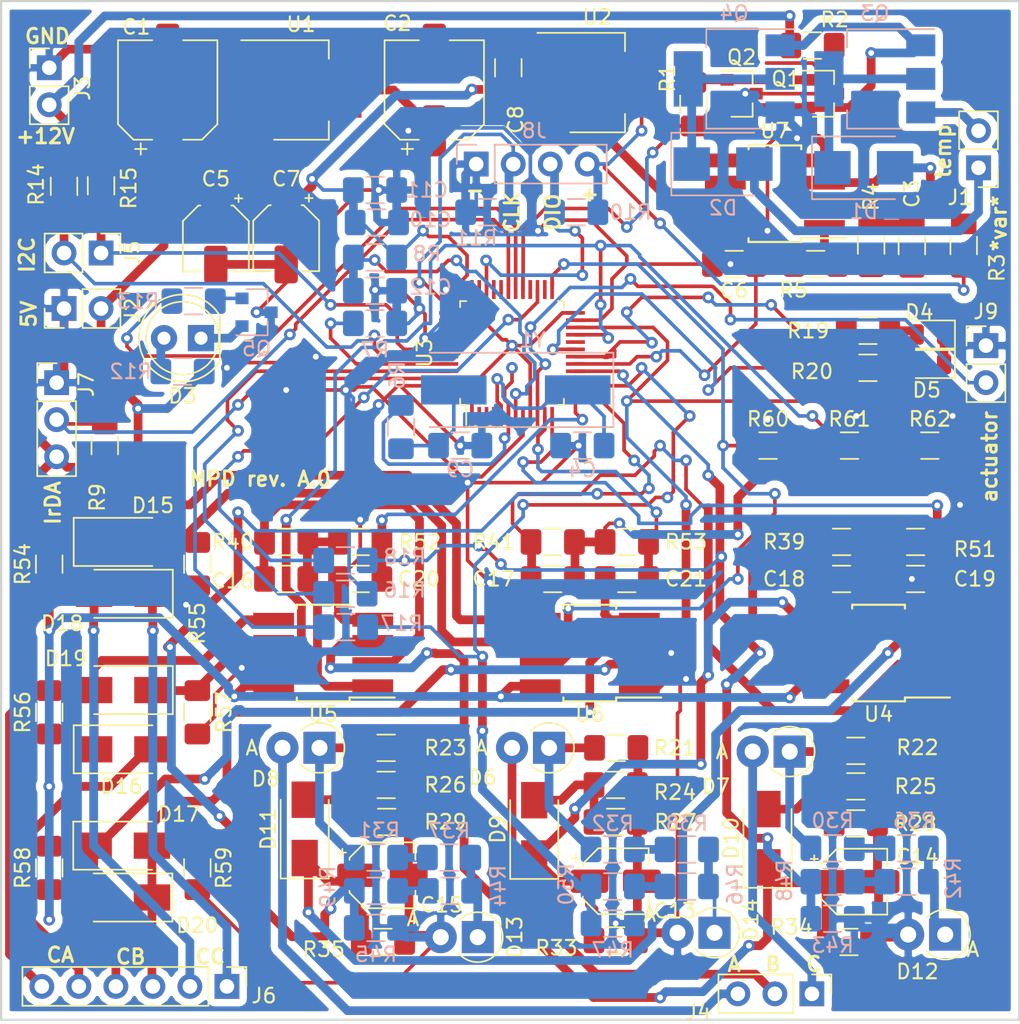
<source format=kicad_pcb>
(kicad_pcb (version 20171130) (host pcbnew 5.0.2+dfsg1-1)
  (layers (0 F.Cu signal) (31 B.Cu signal) (34 B.Paste user hide) (35 F.Paste user hide) (36 B.SilkS user) (37 F.SilkS user) (38 B.Mask user) (39 F.Mask user) (44 Edge.Cuts user))
  (net 0 "")
  (net 1 +12V)
  (net 2 GND)
  (net 3 +5V)
  (net 4 "Net-(C3-Pad2)")
  (net 5 "Net-(C3-Pad1)")
  (net 6 /OSC_IN)
  (net 7 +3V3)
  (net 8 /TEMP)
  (net 9 "Net-(C9-Pad1)")
  (net 10 "Net-(C12-Pad1)")
  (net 11 "Net-(C13-Pad1)")
  (net 12 "Net-(C14-Pad1)")
  (net 13 "Net-(C15-Pad1)")
  (net 14 "Net-(C16-Pad2)")
  (net 15 "Net-(C16-Pad1)")
  (net 16 "Net-(C17-Pad1)")
  (net 17 "Net-(C17-Pad2)")
  (net 18 "Net-(C18-Pad2)")
  (net 19 "Net-(C18-Pad1)")
  (net 20 /ADC1)
  (net 21 /ADC2)
  (net 22 /ADC0)
  (net 23 "Net-(D1-Pad2)")
  (net 24 "Net-(D1-Pad1)")
  (net 25 "Net-(D2-Pad1)")
  (net 26 /MOTOR_PHASE_B)
  (net 27 "Net-(D3-Pad1)")
  (net 28 "Net-(D3-Pad2)")
  (net 29 "Net-(D4-Pad2)")
  (net 30 "Net-(D5-Pad2)")
  (net 31 /PHASE_B)
  (net 32 /PHASE_C)
  (net 33 /PHASE_A)
  (net 34 /CP_B)
  (net 35 /CP_C)
  (net 36 /CP_A)
  (net 37 "Net-(D13-Pad1)")
  (net 38 "Net-(D14-Pad1)")
  (net 39 /TCC_A)
  (net 40 /TCC_B)
  (net 41 /TCA_B)
  (net 42 /TCA_A)
  (net 43 /TCB_A)
  (net 44 /TCB_B)
  (net 45 /MOTOR_PHASE_A)
  (net 46 /SWDIO)
  (net 47 /SWCLK)
  (net 48 /SCL)
  (net 49 /SDA)
  (net 50 /DATA_RX)
  (net 51 /TRIAC_CONTROL)
  (net 52 "Net-(Q1-Pad3)")
  (net 53 "Net-(Q1-Pad2)")
  (net 54 "Net-(Q1-Pad1)")
  (net 55 "Net-(Q5-Pad2)")
  (net 56 /TEMP_CONTROL)
  (net 57 /OSC_OUT)
  (net 58 "Net-(R7-Pad1)")
  (net 59 /DATA_TX)
  (net 60 /INT0)
  (net 61 /FREQ_A)
  (net 62 /INT1)
  (net 63 /FREQ_B)
  (net 64 /FREQ_C)
  (net 65 /INT2)
  (net 66 /LED_RED)
  (net 67 /LED_GREEN)
  (net 68 "Net-(R21-Pad1)")
  (net 69 "Net-(R22-Pad1)")
  (net 70 "Net-(R23-Pad1)")
  (net 71 "Net-(R30-Pad1)")
  (net 72 "Net-(R31-Pad1)")
  (net 73 "Net-(R32-Pad1)")
  (net 74 "Net-(R42-Pad1)")
  (net 75 "Net-(R44-Pad1)")
  (net 76 "Net-(R46-Pad1)")
  (net 77 /INT5)
  (net 78 /INT3)
  (net 79 /INT4)
  (net 80 "Net-(D11-Pad2)")
  (net 81 "Net-(D10-Pad2)")
  (net 82 "Net-(D9-Pad2)")
  (net 83 "Net-(D12-Pad1)")
  (net 84 "Net-(U3-Pad2)")
  (net 85 "Net-(U3-Pad3)")
  (net 86 "Net-(U3-Pad4)")
  (net 87 "Net-(U3-Pad20)")
  (net 88 "Net-(U3-Pad26)")
  (net 89 "Net-(U3-Pad28)")
  (net 90 "Net-(U3-Pad32)")
  (net 91 "Net-(U3-Pad33)")
  (net 92 "Net-(U3-Pad35)")
  (net 93 "Net-(U3-Pad36)")
  (net 94 "Net-(U3-Pad38)")
  (net 95 "Net-(U3-Pad39)")
  (net 96 "Net-(U3-Pad40)")
  (net 97 "Net-(U3-Pad41)")
  (module Diode_SMD:D_SMB (layer B.Cu) (at 215.138 101.346)
    (fp_text reference D2 (at 0 3) (layer B.SilkS) (effects (justify mirror)))
    (fp_text value D)
    (pad 2 smd rect (at 2.15 0) (size 2.5 2.3) (layers B.Cu B.Paste B.Mask) (net 26 /MOTOR_PHASE_B))
    (pad 1 smd rect (at -2.15 0) (size 2.5 2.3) (layers B.Cu B.Paste B.Mask) (net 25 "Net-(D2-Pad1)"))
  )
  (module Diode_SMD:D_SMB (layer B.Cu) (at 224.79 101.6)
    (fp_text reference D1 (at 0 3) (layer B.SilkS) (effects (justify mirror)))
    (fp_text value D)
    (pad 1 smd rect (at -2.15 0) (size 2.5 2.3) (layers B.Cu B.Paste B.Mask) (net 24 "Net-(D1-Pad1)"))
    (pad 2 smd rect (at 2.15 0) (size 2.5 2.3) (layers B.Cu B.Paste B.Mask) (net 23 "Net-(D1-Pad2)"))
  )
  (module Connector_PinHeader_2.54mm:PinHeader_1x02_P2.54mm_Vertical (layer F.Cu) (at 168.91 94.742)
    (fp_text reference J3 (at 2.286 1.397 90) (layer F.SilkS))
    (fp_text value Conn_01x02_Female)
    (pad 1 thru_hole rect (at 0 0) (size 1.7 1.7) (drill 1) (layers *.Cu *.Mask) (net 2 GND))
    (pad 2 thru_hole oval (at 0 2.54) (size 1.7 1.7) (drill 1) (layers *.Cu *.Mask) (net 1 +12V))
  )
  (module Connector_PinHeader_2.54mm:PinHeader_1x03_P2.54mm_Vertical (layer F.Cu) (at 221.234 158.242 270)
    (fp_text reference J4 (at 1.2192 7.7724) (layer F.SilkS))
    (fp_text value Conn_01x03_Female)
    (pad 1 thru_hole rect (at 0 0 270) (size 1.7 1.7) (drill 1) (layers *.Cu *.Mask) (net 32 /PHASE_C))
    (pad 2 thru_hole oval (at 0 2.54 270) (size 1.7 1.7) (drill 1) (layers *.Cu *.Mask) (net 31 /PHASE_B))
    (pad 3 thru_hole oval (at 0 5.08 270) (size 1.7 1.7) (drill 1) (layers *.Cu *.Mask) (net 33 /PHASE_A))
  )
  (module Package_QFP:LQFP-48_7x7mm_P0.5mm (layer F.Cu) (at 200.66 114.3 90)
    (fp_text reference U3 (at 0 -6 90) (layer F.SilkS))
    (fp_text value STM32F030C8Tx)
    (pad 1 smd rect (at -4.35 -2.75 90) (size 1.3 0.25) (layers F.Cu F.Paste F.Mask) (net 7 +3V3))
    (pad 2 smd rect (at -4.35 -2.25 90) (size 1.3 0.25) (layers F.Cu F.Paste F.Mask) (net 84 "Net-(U3-Pad2)"))
    (pad 3 smd rect (at -4.35 -1.75 90) (size 1.3 0.25) (layers F.Cu F.Paste F.Mask) (net 85 "Net-(U3-Pad3)"))
    (pad 4 smd rect (at -4.35 -1.25 90) (size 1.3 0.25) (layers F.Cu F.Paste F.Mask) (net 86 "Net-(U3-Pad4)"))
    (pad 5 smd rect (at -4.35 -0.75 90) (size 1.3 0.25) (layers F.Cu F.Paste F.Mask) (net 6 /OSC_IN))
    (pad 6 smd rect (at -4.35 -0.25 90) (size 1.3 0.25) (layers F.Cu F.Paste F.Mask) (net 57 /OSC_OUT))
    (pad 7 smd rect (at -4.35 0.25 90) (size 1.3 0.25) (layers F.Cu F.Paste F.Mask) (net 10 "Net-(C12-Pad1)"))
    (pad 8 smd rect (at -4.35 0.75 90) (size 1.3 0.25) (layers F.Cu F.Paste F.Mask) (net 2 GND))
    (pad 9 smd rect (at -4.35 1.25 90) (size 1.3 0.25) (layers F.Cu F.Paste F.Mask) (net 7 +3V3))
    (pad 10 smd rect (at -4.35 1.75 90) (size 1.3 0.25) (layers F.Cu F.Paste F.Mask) (net 51 /TRIAC_CONTROL))
    (pad 11 smd rect (at -4.35 2.25 90) (size 1.3 0.25) (layers F.Cu F.Paste F.Mask) (net 22 /ADC0))
    (pad 12 smd rect (at -4.35 2.75 90) (size 1.3 0.25) (layers F.Cu F.Paste F.Mask) (net 20 /ADC1))
    (pad 13 smd rect (at -2.75 4.35 180) (size 1.3 0.25) (layers F.Cu F.Paste F.Mask) (net 21 /ADC2))
    (pad 14 smd rect (at -2.25 4.35 180) (size 1.3 0.25) (layers F.Cu F.Paste F.Mask) (net 60 /INT0))
    (pad 15 smd rect (at -1.75 4.35 180) (size 1.3 0.25) (layers F.Cu F.Paste F.Mask) (net 62 /INT1))
    (pad 16 smd rect (at -1.25 4.35 180) (size 1.3 0.25) (layers F.Cu F.Paste F.Mask) (net 65 /INT2))
    (pad 17 smd rect (at -0.75 4.35 180) (size 1.3 0.25) (layers F.Cu F.Paste F.Mask) (net 8 /TEMP))
    (pad 18 smd rect (at -0.25 4.35 180) (size 1.3 0.25) (layers F.Cu F.Paste F.Mask) (net 66 /LED_RED))
    (pad 19 smd rect (at 0.25 4.35 180) (size 1.3 0.25) (layers F.Cu F.Paste F.Mask) (net 67 /LED_GREEN))
    (pad 20 smd rect (at 0.75 4.35 180) (size 1.3 0.25) (layers F.Cu F.Paste F.Mask) (net 87 "Net-(U3-Pad20)"))
    (pad 21 smd rect (at 1.25 4.35 180) (size 1.3 0.25) (layers F.Cu F.Paste F.Mask) (net 78 /INT3))
    (pad 22 smd rect (at 1.75 4.35 180) (size 1.3 0.25) (layers F.Cu F.Paste F.Mask) (net 79 /INT4))
    (pad 23 smd rect (at 2.25 4.35 180) (size 1.3 0.25) (layers F.Cu F.Paste F.Mask) (net 2 GND))
    (pad 24 smd rect (at 2.75 4.35 180) (size 1.3 0.25) (layers F.Cu F.Paste F.Mask) (net 7 +3V3))
    (pad 25 smd rect (at 4.35 2.75 90) (size 1.3 0.25) (layers F.Cu F.Paste F.Mask) (net 77 /INT5))
    (pad 26 smd rect (at 4.35 2.25 90) (size 1.3 0.25) (layers F.Cu F.Paste F.Mask) (net 88 "Net-(U3-Pad26)"))
    (pad 27 smd rect (at 4.35 1.75 90) (size 1.3 0.25) (layers F.Cu F.Paste F.Mask) (net 64 /FREQ_C))
    (pad 28 smd rect (at 4.35 1.25 90) (size 1.3 0.25) (layers F.Cu F.Paste F.Mask) (net 89 "Net-(U3-Pad28)"))
    (pad 29 smd rect (at 4.35 0.75 90) (size 1.3 0.25) (layers F.Cu F.Paste F.Mask) (net 56 /TEMP_CONTROL))
    (pad 30 smd rect (at 4.35 0.25 90) (size 1.3 0.25) (layers F.Cu F.Paste F.Mask) (net 59 /DATA_TX))
    (pad 31 smd rect (at 4.35 -0.25 90) (size 1.3 0.25) (layers F.Cu F.Paste F.Mask) (net 50 /DATA_RX))
    (pad 32 smd rect (at 4.35 -0.75 90) (size 1.3 0.25) (layers F.Cu F.Paste F.Mask) (net 90 "Net-(U3-Pad32)"))
    (pad 33 smd rect (at 4.35 -1.25 90) (size 1.3 0.25) (layers F.Cu F.Paste F.Mask) (net 91 "Net-(U3-Pad33)"))
    (pad 34 smd rect (at 4.35 -1.75 90) (size 1.3 0.25) (layers F.Cu F.Paste F.Mask) (net 46 /SWDIO))
    (pad 35 smd rect (at 4.35 -2.25 90) (size 1.3 0.25) (layers F.Cu F.Paste F.Mask) (net 92 "Net-(U3-Pad35)"))
    (pad 36 smd rect (at 4.35 -2.75 90) (size 1.3 0.25) (layers F.Cu F.Paste F.Mask) (net 93 "Net-(U3-Pad36)"))
    (pad 37 smd rect (at 2.75 -4.35 180) (size 1.3 0.25) (layers F.Cu F.Paste F.Mask) (net 47 /SWCLK))
    (pad 38 smd rect (at 2.25 -4.35 180) (size 1.3 0.25) (layers F.Cu F.Paste F.Mask) (net 94 "Net-(U3-Pad38)"))
    (pad 39 smd rect (at 1.75 -4.35 180) (size 1.3 0.25) (layers F.Cu F.Paste F.Mask) (net 95 "Net-(U3-Pad39)"))
    (pad 40 smd rect (at 1.25 -4.35 180) (size 1.3 0.25) (layers F.Cu F.Paste F.Mask) (net 96 "Net-(U3-Pad40)"))
    (pad 41 smd rect (at 0.75 -4.35 180) (size 1.3 0.25) (layers F.Cu F.Paste F.Mask) (net 97 "Net-(U3-Pad41)"))
    (pad 42 smd rect (at 0.25 -4.35 180) (size 1.3 0.25) (layers F.Cu F.Paste F.Mask) (net 48 /SCL))
    (pad 43 smd rect (at -0.25 -4.35 180) (size 1.3 0.25) (layers F.Cu F.Paste F.Mask) (net 49 /SDA))
    (pad 44 smd rect (at -0.75 -4.35 180) (size 1.3 0.25) (layers F.Cu F.Paste F.Mask) (net 58 "Net-(R7-Pad1)"))
    (pad 45 smd rect (at -1.25 -4.35 180) (size 1.3 0.25) (layers F.Cu F.Paste F.Mask) (net 61 /FREQ_A))
    (pad 46 smd rect (at -1.75 -4.35 180) (size 1.3 0.25) (layers F.Cu F.Paste F.Mask) (net 63 /FREQ_B))
    (pad 47 smd rect (at -2.25 -4.35 180) (size 1.3 0.25) (layers F.Cu F.Paste F.Mask) (net 2 GND))
    (pad 48 smd rect (at -2.75 -4.35 180) (size 1.3 0.25) (layers F.Cu F.Paste F.Mask) (net 7 +3V3))
  )
  (module Package_SO:Zetex_SM8 (layer F.Cu) (at 225.806 134.874 180)
    (fp_text reference U4 (at 0 -4.191 180) (layer F.SilkS))
    (fp_text value LM2904)
    (pad 1 smd rect (at -3.4 -2.28 180) (size 2.8 0.95) (layers F.Cu F.Paste F.Mask) (net 16 "Net-(C17-Pad1)"))
    (pad 2 smd rect (at -3.4 -0.76 180) (size 2.8 0.95) (layers F.Cu F.Paste F.Mask) (net 17 "Net-(C17-Pad2)"))
    (pad 3 smd rect (at -3.4 0.76 180) (size 2.8 0.95) (layers F.Cu F.Paste F.Mask) (net 13 "Net-(C15-Pad1)"))
    (pad 4 smd rect (at -3.4 2.28 180) (size 2.8 0.95) (layers F.Cu F.Paste F.Mask) (net 2 GND))
    (pad 5 smd rect (at 3.4 2.28 180) (size 2.8 0.95) (layers F.Cu F.Paste F.Mask) (net 11 "Net-(C13-Pad1)"))
    (pad 6 smd rect (at 3.4 0.76 180) (size 2.8 0.95) (layers F.Cu F.Paste F.Mask) (net 18 "Net-(C18-Pad2)"))
    (pad 7 smd rect (at 3.4 -0.76 180) (size 2.8 0.95) (layers F.Cu F.Paste F.Mask) (net 19 "Net-(C18-Pad1)"))
    (pad 8 smd rect (at 3.4 -2.28 180) (size 2.8 0.95) (layers F.Cu F.Paste F.Mask) (net 3 +5V))
  )
  (module Diode_SMD:D_SMA (layer F.Cu) (at 202.184 146.9644 90)
    (fp_text reference D9 (at 0 -2.5 90) (layer F.SilkS))
    (fp_text value 1A7)
    (pad 1 smd rect (at -2 0 90) (size 2.5 1.8) (layers F.Cu F.Paste F.Mask) (net 11 "Net-(C13-Pad1)"))
    (pad 2 smd rect (at 2 0 90) (size 2.5 1.8) (layers F.Cu F.Paste F.Mask) (net 82 "Net-(D9-Pad2)"))
  )
  (module Diode_SMD:D_SMA (layer F.Cu) (at 218.186 147.574 90)
    (fp_text reference D10 (at 0 -2.5 90) (layer F.SilkS))
    (fp_text value 1A7)
    (pad 2 smd rect (at 2 0 90) (size 2.5 1.8) (layers F.Cu F.Paste F.Mask) (net 81 "Net-(D10-Pad2)"))
    (pad 1 smd rect (at -2 0 90) (size 2.5 1.8) (layers F.Cu F.Paste F.Mask) (net 12 "Net-(C14-Pad1)"))
  )
  (module Diode_SMD:D_SMA (layer F.Cu) (at 186.436 146.9324 90)
    (fp_text reference D11 (at 0 -2.5 90) (layer F.SilkS))
    (fp_text value 1A7)
    (pad 1 smd rect (at -2 0 90) (size 2.5 1.8) (layers F.Cu F.Paste F.Mask) (net 13 "Net-(C15-Pad1)"))
    (pad 2 smd rect (at 2 0 90) (size 2.5 1.8) (layers F.Cu F.Paste F.Mask) (net 80 "Net-(D11-Pad2)"))
  )
  (module Diode_SMD:D_SMA (layer F.Cu) (at 173.958 148.082)
    (fp_text reference D17 (at 3.842 -2.159) (layer F.SilkS))
    (fp_text value SM4001)
    (pad 1 smd rect (at -2 0) (size 2.5 1.8) (layers F.Cu F.Paste F.Mask) (net 43 /TCB_A))
    (pad 2 smd rect (at 2 0) (size 2.5 1.8) (layers F.Cu F.Paste F.Mask) (net 44 /TCB_B))
  )
  (module Diode_SMD:D_SMA (layer F.Cu) (at 173.99 141.478)
    (fp_text reference D16 (at -0.127 2.54) (layer F.SilkS))
    (fp_text value SM4001)
    (pad 2 smd rect (at 2 0) (size 2.5 1.8) (layers F.Cu F.Paste F.Mask) (net 41 /TCA_B))
    (pad 1 smd rect (at -2 0) (size 2.5 1.8) (layers F.Cu F.Paste F.Mask) (net 42 /TCA_A))
  )
  (module Diode_SMD:D_SMA (layer F.Cu) (at 173.99 127.254)
    (fp_text reference D15 (at 2.032 -2.5) (layer F.SilkS))
    (fp_text value SM4001)
    (pad 1 smd rect (at -2 0) (size 2.5 1.8) (layers F.Cu F.Paste F.Mask) (net 39 /TCC_A))
    (pad 2 smd rect (at 2 0) (size 2.5 1.8) (layers F.Cu F.Paste F.Mask) (net 40 /TCC_B))
  )
  (module Capacitor_SMD:CP_Elec_6.3x5.4 (layer F.Cu) (at 177.038 96.266 90)
    (fp_text reference C1 (at 4.318 -2.159 180) (layer F.SilkS))
    (fp_text value 10u)
    (pad 1 smd roundrect (at -2.8 0 90) (size 3.5 1.6) (layers F.Cu F.Paste F.Mask) (roundrect_rratio 0.15625) (net 1 +12V))
    (pad 2 smd roundrect (at 2.8 0 90) (size 3.5 1.6) (layers F.Cu F.Paste F.Mask) (roundrect_rratio 0.15625) (net 2 GND))
  )
  (module Capacitor_SMD:CP_Elec_6.3x5.4 (layer F.Cu) (at 195.326 96.266 90)
    (fp_text reference C2 (at 4.572 -2.54 180) (layer F.SilkS))
    (fp_text value 10u)
    (pad 2 smd roundrect (at 2.8 0 90) (size 3.5 1.6) (layers F.Cu F.Paste F.Mask) (roundrect_rratio 0.15625) (net 2 GND))
    (pad 1 smd roundrect (at -2.8 0 90) (size 3.5 1.6) (layers F.Cu F.Paste F.Mask) (roundrect_rratio 0.15625) (net 3 +5V))
  )
  (module Capacitor_SMD:C_1206_3216Metric_Pad1.42x1.75mm_HandSolder (layer F.Cu) (at 228.092 106.934 90)
    (fp_text reference C3 (at 3.556 0 90) (layer F.SilkS))
    (fp_text value 22n)
    (pad 2 smd roundrect (at 1.4875 0 90) (size 1.425 1.75) (layers F.Cu F.Paste F.Mask) (roundrect_rratio 0.175439) (net 4 "Net-(C3-Pad2)"))
    (pad 1 smd roundrect (at -1.4875 0 90) (size 1.425 1.75) (layers F.Cu F.Paste F.Mask) (roundrect_rratio 0.175439) (net 5 "Net-(C3-Pad1)"))
  )
  (module Capacitor_SMD:C_1206_3216Metric_Pad1.42x1.75mm_HandSolder (layer B.Cu) (at 205.486 120.65 180)
    (fp_text reference C4 (at 0 -1.651) (layer B.SilkS) (effects (justify mirror)))
    (fp_text value 20p)
    (pad 2 smd roundrect (at 1.4875 0 180) (size 1.425 1.75) (layers B.Cu B.Paste B.Mask) (roundrect_rratio 0.175439) (net 2 GND))
    (pad 1 smd roundrect (at -1.4875 0 180) (size 1.425 1.75) (layers B.Cu B.Paste B.Mask) (roundrect_rratio 0.175439) (net 6 /OSC_IN))
  )
  (module Capacitor_SMD:CP_Elec_4x5.4 (layer F.Cu) (at 180.34 106.448 270)
    (fp_text reference C5 (at -4.086 0 180) (layer F.SilkS))
    (fp_text value 4u7)
    (pad 1 smd roundrect (at -1.8 0 270) (size 2.6 1.6) (layers F.Cu F.Paste F.Mask) (roundrect_rratio 0.15625) (net 7 +3V3))
    (pad 2 smd roundrect (at 1.8 0 270) (size 2.6 1.6) (layers F.Cu F.Paste F.Mask) (roundrect_rratio 0.15625) (net 2 GND))
  )
  (module Capacitor_SMD:C_1206_3216Metric_Pad1.42x1.75mm_HandSolder (layer F.Cu) (at 215.9 108.204 180)
    (fp_text reference C6 (at 0 -1.82 180) (layer F.SilkS))
    (fp_text value 22n)
    (pad 1 smd roundrect (at -1.4875 0 180) (size 1.425 1.75) (layers F.Cu F.Paste F.Mask) (roundrect_rratio 0.175439) (net 8 /TEMP))
    (pad 2 smd roundrect (at 1.4875 0 180) (size 1.425 1.75) (layers F.Cu F.Paste F.Mask) (roundrect_rratio 0.175439) (net 2 GND))
  )
  (module Capacitor_SMD:CP_Elec_4x5.4 (layer F.Cu) (at 185.166 106.426 270)
    (fp_text reference C7 (at -4.064 0 180) (layer F.SilkS))
    (fp_text value 1u)
    (pad 2 smd roundrect (at 1.8 0 270) (size 2.6 1.6) (layers F.Cu F.Paste F.Mask) (roundrect_rratio 0.15625) (net 2 GND))
    (pad 1 smd roundrect (at -1.8 0 270) (size 2.6 1.6) (layers F.Cu F.Paste F.Mask) (roundrect_rratio 0.15625) (net 7 +3V3))
  )
  (module Capacitor_SMD:C_1206_3216Metric_Pad1.42x1.75mm_HandSolder (layer F.Cu) (at 200.406 94.742 90)
    (fp_text reference C8 (at -3.556 0.508 90) (layer F.SilkS))
    (fp_text value 100n)
    (pad 1 smd roundrect (at -1.4875 0 90) (size 1.425 1.75) (layers F.Cu F.Paste F.Mask) (roundrect_rratio 0.175439) (net 7 +3V3))
    (pad 2 smd roundrect (at 1.4875 0 90) (size 1.425 1.75) (layers F.Cu F.Paste F.Mask) (roundrect_rratio 0.175439) (net 2 GND))
  )
  (module Capacitor_SMD:C_1206_3216Metric_Pad1.42x1.75mm_HandSolder (layer B.Cu) (at 197.104 120.65)
    (fp_text reference C9 (at 0 1.651) (layer B.SilkS) (effects (justify mirror)))
    (fp_text value 20p)
    (pad 1 smd roundrect (at -1.4875 0) (size 1.425 1.75) (layers B.Cu B.Paste B.Mask) (roundrect_rratio 0.175439) (net 9 "Net-(C9-Pad1)"))
    (pad 2 smd roundrect (at 1.4875 0) (size 1.425 1.75) (layers B.Cu B.Paste B.Mask) (roundrect_rratio 0.175439) (net 2 GND))
  )
  (module Capacitor_SMD:C_1206_3216Metric_Pad1.42x1.75mm_HandSolder (layer B.Cu) (at 191.3873 105.355078)
    (fp_text reference C10 (at 3.6847 -0.199078) (layer B.SilkS) (effects (justify mirror)))
    (fp_text value 100n)
    (pad 2 smd roundrect (at 1.4875 0) (size 1.425 1.75) (layers B.Cu B.Paste B.Mask) (roundrect_rratio 0.175439) (net 2 GND))
    (pad 1 smd roundrect (at -1.4875 0) (size 1.425 1.75) (layers B.Cu B.Paste B.Mask) (roundrect_rratio 0.175439) (net 7 +3V3))
  )
  (module Capacitor_SMD:C_1206_3216Metric_Pad1.42x1.75mm_HandSolder (layer B.Cu) (at 191.262 103.124)
    (fp_text reference C11 (at 3.556 0) (layer B.SilkS) (effects (justify mirror)))
    (fp_text value 10n)
    (pad 1 smd roundrect (at -1.4875 0) (size 1.425 1.75) (layers B.Cu B.Paste B.Mask) (roundrect_rratio 0.175439) (net 7 +3V3))
    (pad 2 smd roundrect (at 1.4875 0) (size 1.425 1.75) (layers B.Cu B.Paste B.Mask) (roundrect_rratio 0.175439) (net 2 GND))
  )
  (module Capacitor_SMD:C_1206_3216Metric_Pad1.42x1.75mm_HandSolder (layer B.Cu) (at 191.262 110.029922)
    (fp_text reference C12 (at 3.81 -0.254) (layer B.SilkS) (effects (justify mirror)))
    (fp_text value 1n)
    (pad 2 smd roundrect (at 1.4875 0) (size 1.425 1.75) (layers B.Cu B.Paste B.Mask) (roundrect_rratio 0.175439) (net 2 GND))
    (pad 1 smd roundrect (at -1.4875 0) (size 1.425 1.75) (layers B.Cu B.Paste B.Mask) (roundrect_rratio 0.175439) (net 10 "Net-(C12-Pad1)"))
  )
  (module Capacitor_SMD:CP_Elec_4x5.4 (layer F.Cu) (at 207.772 150.5204)
    (fp_text reference C13 (at 4.064 2.032) (layer F.SilkS))
    (fp_text value 1u)
    (pad 2 smd roundrect (at 1.8 0) (size 2.6 1.6) (layers F.Cu F.Paste F.Mask) (roundrect_rratio 0.15625) (net 2 GND))
    (pad 1 smd roundrect (at -1.8 0) (size 2.6 1.6) (layers F.Cu F.Paste F.Mask) (roundrect_rratio 0.15625) (net 11 "Net-(C13-Pad1)"))
  )
  (module Capacitor_SMD:CP_Elec_4x5.4 (layer F.Cu) (at 224.141842 150.551891)
    (fp_text reference C14 (at 4.331158 -1.707891) (layer F.SilkS))
    (fp_text value 1u)
    (pad 1 smd roundrect (at -1.8 0) (size 2.6 1.6) (layers F.Cu F.Paste F.Mask) (roundrect_rratio 0.15625) (net 12 "Net-(C14-Pad1)"))
    (pad 2 smd roundrect (at 1.8 0) (size 2.6 1.6) (layers F.Cu F.Paste F.Mask) (roundrect_rratio 0.15625) (net 2 GND))
  )
  (module Capacitor_SMD:CP_Elec_4x5.4 (layer F.Cu) (at 191.77 150.114)
    (fp_text reference C15 (at 4.064 2.032) (layer F.SilkS))
    (fp_text value 1u)
    (pad 1 smd roundrect (at -1.8 0) (size 2.6 1.6) (layers F.Cu F.Paste F.Mask) (roundrect_rratio 0.15625) (net 13 "Net-(C15-Pad1)"))
    (pad 2 smd roundrect (at 1.8 0) (size 2.6 1.6) (layers F.Cu F.Paste F.Mask) (roundrect_rratio 0.15625) (net 2 GND))
  )
  (module Capacitor_SMD:C_1206_3216Metric_Pad1.42x1.75mm_HandSolder (layer F.Cu) (at 185.166 129.794 180)
    (fp_text reference C16 (at 3.683 -0.127) (layer F.SilkS))
    (fp_text value 22n)
    (pad 2 smd roundrect (at 1.4875 0 180) (size 1.425 1.75) (layers F.Cu F.Paste F.Mask) (roundrect_rratio 0.175439) (net 14 "Net-(C16-Pad2)"))
    (pad 1 smd roundrect (at -1.4875 0 180) (size 1.425 1.75) (layers F.Cu F.Paste F.Mask) (roundrect_rratio 0.175439) (net 15 "Net-(C16-Pad1)"))
  )
  (module Capacitor_SMD:C_1206_3216Metric_Pad1.42x1.75mm_HandSolder (layer F.Cu) (at 203.454 129.794 180)
    (fp_text reference C17 (at 4.064 0) (layer F.SilkS))
    (fp_text value 22n)
    (pad 1 smd roundrect (at -1.4875 0 180) (size 1.425 1.75) (layers F.Cu F.Paste F.Mask) (roundrect_rratio 0.175439) (net 16 "Net-(C17-Pad1)"))
    (pad 2 smd roundrect (at 1.4875 0 180) (size 1.425 1.75) (layers F.Cu F.Paste F.Mask) (roundrect_rratio 0.175439) (net 17 "Net-(C17-Pad2)"))
  )
  (module Capacitor_SMD:C_1206_3216Metric_Pad1.42x1.75mm_HandSolder (layer F.Cu) (at 223.266 129.794 180)
    (fp_text reference C18 (at 3.937 0 180) (layer F.SilkS))
    (fp_text value 22n)
    (pad 2 smd roundrect (at 1.4875 0 180) (size 1.425 1.75) (layers F.Cu F.Paste F.Mask) (roundrect_rratio 0.175439) (net 18 "Net-(C18-Pad2)"))
    (pad 1 smd roundrect (at -1.4875 0 180) (size 1.425 1.75) (layers F.Cu F.Paste F.Mask) (roundrect_rratio 0.175439) (net 19 "Net-(C18-Pad1)"))
  )
  (module Capacitor_SMD:C_1206_3216Metric_Pad1.42x1.75mm_HandSolder (layer F.Cu) (at 228.346 129.794 180)
    (fp_text reference C19 (at -4.064 0 180) (layer F.SilkS))
    (fp_text value 22n)
    (pad 2 smd roundrect (at 1.4875 0 180) (size 1.425 1.75) (layers F.Cu F.Paste F.Mask) (roundrect_rratio 0.175439) (net 2 GND))
    (pad 1 smd roundrect (at -1.4875 0 180) (size 1.425 1.75) (layers F.Cu F.Paste F.Mask) (roundrect_rratio 0.175439) (net 20 /ADC1))
  )
  (module Capacitor_SMD:C_1206_3216Metric_Pad1.42x1.75mm_HandSolder (layer F.Cu) (at 190.246 129.794 180)
    (fp_text reference C20 (at -4.0275 0 180) (layer F.SilkS))
    (fp_text value 22n)
    (pad 1 smd roundrect (at -1.4875 0 180) (size 1.425 1.75) (layers F.Cu F.Paste F.Mask) (roundrect_rratio 0.175439) (net 21 /ADC2))
    (pad 2 smd roundrect (at 1.4875 0 180) (size 1.425 1.75) (layers F.Cu F.Paste F.Mask) (roundrect_rratio 0.175439) (net 2 GND))
  )
  (module Capacitor_SMD:C_1206_3216Metric_Pad1.42x1.75mm_HandSolder (layer F.Cu) (at 208.534 129.794 180)
    (fp_text reference C21 (at -4.064 0 180) (layer F.SilkS))
    (fp_text value 22n)
    (pad 1 smd roundrect (at -1.4875 0 180) (size 1.425 1.75) (layers F.Cu F.Paste F.Mask) (roundrect_rratio 0.175439) (net 22 /ADC0))
    (pad 2 smd roundrect (at 1.4875 0 180) (size 1.425 1.75) (layers F.Cu F.Paste F.Mask) (roundrect_rratio 0.175439) (net 2 GND))
  )
  (module LED_THT:LED_D5.0mm (layer F.Cu) (at 179.324 113.284 180)
    (fp_text reference D3 (at 1.27 -3.96 180) (layer F.SilkS))
    (fp_text value IR)
    (pad 1 thru_hole rect (at 0 0 180) (size 1.8 1.8) (drill 0.9) (layers *.Cu *.Mask) (net 27 "Net-(D3-Pad1)"))
    (pad 2 thru_hole circle (at 2.54 0 180) (size 1.8 1.8) (drill 0.9) (layers *.Cu *.Mask) (net 28 "Net-(D3-Pad2)"))
  )
  (module LED_SMD:LED_0805_2012Metric (layer F.Cu) (at 229.362 113.03 180)
    (fp_text reference D4 (at 0.762 1.524 180) (layer F.SilkS))
    (fp_text value LED)
    (pad 1 smd roundrect (at -0.9375 0 180) (size 0.975 1.4) (layers F.Cu F.Paste F.Mask) (net 2 GND))
    (pad 2 smd roundrect (at 0.9375 0 180) (size 0.975 1.4) (layers F.Cu F.Paste F.Mask) (net 29 "Net-(D4-Pad2)"))
  )
  (module LED_SMD:LED_0805_2012Metric (layer F.Cu) (at 229.362 115.062 180)
    (fp_text reference D5 (at 0.254 -1.778 180) (layer F.SilkS))
    (fp_text value LED)
    (pad 2 smd roundrect (at 0.9375 0 180) (size 0.975 1.4) (layers F.Cu F.Paste F.Mask) (net 30 "Net-(D5-Pad2)"))
    (pad 1 smd roundrect (at -0.9375 0 180) (size 0.975 1.4) (layers F.Cu F.Paste F.Mask) (net 2 GND))
  )
  (module Diode_THT:D_DO-41_SOD81_P2.54mm_Vertical_AnodeUp (layer F.Cu) (at 203.2 141.3764 180)
    (fp_text reference D6 (at 4.572 -2.032 180) (layer F.SilkS))
    (fp_text value 1A7)
    (fp_text user A (at 4.64 0 180) (layer F.SilkS))
    (pad 1 thru_hole rect (at 0 0 180) (size 2.2 2.2) (drill 1.1) (layers *.Cu *.Mask) (net 34 /CP_B))
    (pad 2 thru_hole oval (at 2.54 0 180) (size 2.2 2.2) (drill 1.1) (layers *.Cu *.Mask) (net 31 /PHASE_B))
  )
  (module Diode_THT:D_DO-41_SOD81_P2.54mm_Vertical_AnodeUp (layer F.Cu) (at 219.71 141.6304 180)
    (fp_text reference D7 (at 5.08 -2.3876 180) (layer F.SilkS))
    (fp_text value 1A7)
    (fp_text user A (at 4.64 0 180) (layer F.SilkS))
    (pad 1 thru_hole rect (at 0 0 180) (size 2.2 2.2) (drill 1.1) (layers *.Cu *.Mask) (net 35 /CP_C))
    (pad 2 thru_hole oval (at 2.54 0 180) (size 2.2 2.2) (drill 1.1) (layers *.Cu *.Mask) (net 32 /PHASE_C))
  )
  (module Diode_THT:D_DO-41_SOD81_P2.54mm_Vertical_AnodeUp (layer F.Cu) (at 187.452 141.3764 180)
    (fp_text reference D8 (at 3.683 -2.1336 180) (layer F.SilkS))
    (fp_text value 1A7)
    (fp_text user A (at 4.64 0 180) (layer F.SilkS))
    (pad 2 thru_hole oval (at 2.54 0 180) (size 2.2 2.2) (drill 1.1) (layers *.Cu *.Mask) (net 33 /PHASE_A))
    (pad 1 thru_hole rect (at 0 0 180) (size 2.2 2.2) (drill 1.1) (layers *.Cu *.Mask) (net 36 /CP_A))
  )
  (module Diode_THT:D_DO-41_SOD81_P2.54mm_Vertical_AnodeUp (layer F.Cu) (at 230.378 154.178 180)
    (fp_text reference D12 (at 1.905 -2.54) (layer F.SilkS))
    (fp_text value BXV5C5v1)
    (fp_text user A (at -1.905 -1.016 180) (layer F.SilkS))
    (pad 2 thru_hole oval (at 2.54 0 180) (size 2.2 2.2) (drill 1.1) (layers *.Cu *.Mask) (net 2 GND))
    (pad 1 thru_hole rect (at 0 0 180) (size 2.2 2.2) (drill 1.1) (layers *.Cu *.Mask) (net 83 "Net-(D12-Pad1)"))
  )
  (module Diode_THT:D_DO-41_SOD81_P2.54mm_Vertical_AnodeUp (layer F.Cu) (at 198.309629 154.356608 180)
    (fp_text reference D13 (at -2.54 0 270) (layer F.SilkS))
    (fp_text value BXV5C5v1)
    (fp_text user A (at 4.445 1.27 180) (layer F.SilkS))
    (pad 2 thru_hole oval (at 2.54 0 180) (size 2.2 2.2) (drill 1.1) (layers *.Cu *.Mask) (net 2 GND))
    (pad 1 thru_hole rect (at 0 0 180) (size 2.2 2.2) (drill 1.1) (layers *.Cu *.Mask) (net 37 "Net-(D13-Pad1)"))
  )
  (module Diode_THT:D_DO-41_SOD81_P2.54mm_Vertical_AnodeUp (layer F.Cu) (at 214.5538 154.056662 180)
    (fp_text reference D14 (at -2.4892 0.894662 270) (layer F.SilkS))
    (fp_text value BXV5C5v1)
    (fp_text user A (at 4.445 1.27 180) (layer F.SilkS))
    (pad 2 thru_hole oval (at 2.54 0 180) (size 2.2 2.2) (drill 1.1) (layers *.Cu *.Mask) (net 2 GND))
    (pad 1 thru_hole rect (at 0 0 180) (size 2.2 2.2) (drill 1.1) (layers *.Cu *.Mask) (net 38 "Net-(D14-Pad1)"))
  )
  (module Diode_SMD:D_SMA (layer F.Cu) (at 173.99 130.81 180)
    (fp_text reference D18 (at 4.191 -2.032 180) (layer F.SilkS))
    (fp_text value SM4001)
    (pad 1 smd rect (at -2 0 180) (size 2.5 1.8) (layers F.Cu F.Paste F.Mask) (net 40 /TCC_B))
    (pad 2 smd rect (at 2 0 180) (size 2.5 1.8) (layers F.Cu F.Paste F.Mask) (net 39 /TCC_A))
  )
  (module Diode_SMD:D_SMA (layer F.Cu) (at 173.99 137.414 180)
    (fp_text reference D19 (at 3.937 2.159 180) (layer F.SilkS))
    (fp_text value SM4001)
    (pad 2 smd rect (at 2 0 180) (size 2.5 1.8) (layers F.Cu F.Paste F.Mask) (net 42 /TCA_A))
    (pad 1 smd rect (at -2 0 180) (size 2.5 1.8) (layers F.Cu F.Paste F.Mask) (net 41 /TCA_B))
  )
  (module Diode_SMD:D_SMA (layer F.Cu) (at 173.958 151.638 180)
    (fp_text reference D20 (at -5.112 -1.905 180) (layer F.SilkS))
    (fp_text value SM4001)
    (pad 1 smd rect (at -2 0 180) (size 2.5 1.8) (layers F.Cu F.Paste F.Mask) (net 44 /TCB_B))
    (pad 2 smd rect (at 2 0 180) (size 2.5 1.8) (layers F.Cu F.Paste F.Mask) (net 43 /TCB_A))
  )
  (module Connector_PinHeader_2.54mm:PinHeader_1x02_P2.54mm_Vertical (layer F.Cu) (at 232.664 101.6 180)
    (fp_text reference J1 (at 1.27 -2.032 180) (layer F.SilkS))
    (fp_text value Conn_01x02_Female)
    (pad 2 thru_hole oval (at 0 2.54 180) (size 1.7 1.7) (drill 1) (layers *.Cu *.Mask) (net 45 /MOTOR_PHASE_A))
    (pad 1 thru_hole rect (at 0 0 180) (size 1.7 1.7) (drill 1) (layers *.Cu *.Mask) (net 26 /MOTOR_PHASE_B))
  )
  (module Connector_PinHeader_2.54mm:PinHeader_1x02_P2.54mm_Vertical (layer F.Cu) (at 169.926 111.252 90)
    (fp_text reference J2 (at -0.127 4.699 90) (layer F.SilkS))
    (fp_text value Conn_01x02_Female)
    (pad 2 thru_hole oval (at 0 2.54 90) (size 1.7 1.7) (drill 1) (layers *.Cu *.Mask) (net 3 +5V))
    (pad 1 thru_hole rect (at 0 0 90) (size 1.7 1.7) (drill 1) (layers *.Cu *.Mask) (net 2 GND))
  )
  (module Connector_PinHeader_2.54mm:PinHeader_1x02_P2.54mm_Vertical (layer F.Cu) (at 172.466 107.442 270)
    (fp_text reference J5 (at 0 -2.159 270) (layer F.SilkS))
    (fp_text value Conn_01x02_Female)
    (pad 1 thru_hole rect (at 0 0 270) (size 1.7 1.7) (drill 1) (layers *.Cu *.Mask) (net 48 /SCL))
    (pad 2 thru_hole oval (at 0 2.54 270) (size 1.7 1.7) (drill 1) (layers *.Cu *.Mask) (net 49 /SDA))
  )
  (module Connector_PinHeader_2.54mm:PinHeader_1x06_P2.54mm_Vertical (layer F.Cu) (at 181.102 157.734 270)
    (fp_text reference J6 (at 0.635 -2.54) (layer F.SilkS))
    (fp_text value Conn_01x06_Female)
    (pad 1 thru_hole rect (at 0 0 270) (size 1.7 1.7) (drill 1) (layers *.Cu *.Mask) (net 40 /TCC_B))
    (pad 2 thru_hole oval (at 0 2.54 270) (size 1.7 1.7) (drill 1) (layers *.Cu *.Mask) (net 39 /TCC_A))
    (pad 3 thru_hole oval (at 0 5.08 270) (size 1.7 1.7) (drill 1) (layers *.Cu *.Mask) (net 44 /TCB_B))
    (pad 4 thru_hole oval (at 0 7.62 270) (size 1.7 1.7) (drill 1) (layers *.Cu *.Mask) (net 43 /TCB_A))
    (pad 5 thru_hole oval (at 0 10.16 270) (size 1.7 1.7) (drill 1) (layers *.Cu *.Mask) (net 41 /TCA_B))
    (pad 6 thru_hole oval (at 0 12.7 270) (size 1.7 1.7) (drill 1) (layers *.Cu *.Mask) (net 42 /TCA_A))
  )
  (module Connector_PinHeader_2.54mm:PinHeader_1x03_P2.54mm_Vertical (layer F.Cu) (at 169.418 116.332)
    (fp_text reference J7 (at 2.032 0.127 90) (layer F.SilkS))
    (fp_text value Conn_01x03_Female)
    (pad 1 thru_hole rect (at 0 0) (size 1.7 1.7) (drill 1) (layers *.Cu *.Mask) (net 2 GND))
    (pad 2 thru_hole oval (at 0 2.54) (size 1.7 1.7) (drill 1) (layers *.Cu *.Mask) (net 50 /DATA_RX))
    (pad 3 thru_hole oval (at 0 5.08) (size 1.7 1.7) (drill 1) (layers *.Cu *.Mask) (net 3 +5V))
  )
  (module Connector_PinHeader_2.54mm:PinHeader_1x04_P2.54mm_Vertical (layer B.Cu) (at 198.204526 101.346 270)
    (fp_text reference J8 (at -2.286 -3.979474) (layer B.SilkS) (effects (justify mirror)))
    (fp_text value Conn_01x04_Female)
    (pad 1 thru_hole rect (at 0 0 270) (size 1.7 1.7) (drill 1) (layers *.Cu *.Mask) (net 2 GND))
    (pad 2 thru_hole oval (at 0 -2.54 270) (size 1.7 1.7) (drill 1) (layers *.Cu *.Mask) (net 47 /SWCLK))
    (pad 3 thru_hole oval (at 0 -5.08 270) (size 1.7 1.7) (drill 1) (layers *.Cu *.Mask) (net 46 /SWDIO))
    (pad 4 thru_hole oval (at 0 -7.62 270) (size 1.7 1.7) (drill 1) (layers *.Cu *.Mask) (net 7 +3V3))
  )
  (module Connector_PinHeader_2.54mm:PinHeader_1x02_P2.54mm_Vertical (layer F.Cu) (at 233.172 113.792)
    (fp_text reference J9 (at 0 -2.33) (layer F.SilkS))
    (fp_text value Conn_01x02_Female)
    (pad 1 thru_hole rect (at 0 0) (size 1.7 1.7) (drill 1) (layers *.Cu *.Mask) (net 2 GND))
    (pad 2 thru_hole oval (at 0 2.54) (size 1.7 1.7) (drill 1) (layers *.Cu *.Mask) (net 51 /TRIAC_CONTROL))
  )
  (module Package_TO_SOT_SMD:SOT-23 (layer F.Cu) (at 221.996 96.52)
    (fp_text reference Q1 (at -2.54 -1.016) (layer F.SilkS))
    (fp_text value Q_NPN_BEC)
    (pad 3 smd rect (at 1 0) (size 0.9 0.8) (layers F.Cu F.Paste F.Mask) (net 52 "Net-(Q1-Pad3)"))
    (pad 2 smd rect (at -1 0.95) (size 0.9 0.8) (layers F.Cu F.Paste F.Mask) (net 53 "Net-(Q1-Pad2)"))
    (pad 1 smd rect (at -1 -0.95) (size 0.9 0.8) (layers F.Cu F.Paste F.Mask) (net 54 "Net-(Q1-Pad1)"))
  )
  (module Package_TO_SOT_SMD:SOT-23 (layer F.Cu) (at 216.408 96.52)
    (fp_text reference Q2 (at 0 -2.5) (layer F.SilkS))
    (fp_text value Q_PNP_BEC)
    (pad 1 smd rect (at -1 -0.95) (size 0.9 0.8) (layers F.Cu F.Paste F.Mask) (net 54 "Net-(Q1-Pad1)"))
    (pad 2 smd rect (at -1 0.95) (size 0.9 0.8) (layers F.Cu F.Paste F.Mask) (net 53 "Net-(Q1-Pad2)"))
    (pad 3 smd rect (at 1 0) (size 0.9 0.8) (layers F.Cu F.Paste F.Mask) (net 2 GND))
  )
  (module Package_TO_SOT_SMD:SOT-223-3_TabPin2 (layer B.Cu) (at 225.552 95.504 180)
    (fp_text reference Q3 (at 0 4.5 180) (layer B.SilkS) (effects (justify mirror)))
    (fp_text value Q_NMOS_GDS)
    (pad 1 smd rect (at -3.15 2.3 180) (size 2 1.5) (layers B.Cu B.Paste B.Mask) (net 53 "Net-(Q1-Pad2)"))
    (pad 3 smd rect (at -3.15 -2.3 180) (size 2 1.5) (layers B.Cu B.Paste B.Mask) (net 45 /MOTOR_PHASE_A))
    (pad 2 smd rect (at -3.15 0 180) (size 2 1.5) (layers B.Cu B.Paste B.Mask) (net 24 "Net-(D1-Pad1)"))
    (pad 2 smd rect (at 3.15 0 180) (size 2 3.8) (layers B.Cu B.Paste B.Mask) (net 24 "Net-(D1-Pad1)"))
  )
  (module Package_TO_SOT_SMD:SOT-223-3_TabPin2 (layer B.Cu) (at 215.9 95.504 180)
    (fp_text reference Q4 (at 0 4.5 180) (layer B.SilkS) (effects (justify mirror)))
    (fp_text value Q_NMOS_GDS)
    (pad 2 smd rect (at 3.15 0 180) (size 2 3.8) (layers B.Cu B.Paste B.Mask) (net 25 "Net-(D2-Pad1)"))
    (pad 2 smd rect (at -3.15 0 180) (size 2 1.5) (layers B.Cu B.Paste B.Mask) (net 25 "Net-(D2-Pad1)"))
    (pad 3 smd rect (at -3.15 -2.3 180) (size 2 1.5) (layers B.Cu B.Paste B.Mask) (net 2 GND))
    (pad 1 smd rect (at -3.15 2.3 180) (size 2 1.5) (layers B.Cu B.Paste B.Mask) (net 53 "Net-(Q1-Pad2)"))
  )
  (module Package_TO_SOT_SMD:SOT-23 (layer B.Cu) (at 183.134 111.506)
    (fp_text reference Q5 (at 0 2.5) (layer B.SilkS) (effects (justify mirror)))
    (fp_text value Q_NPN_CBE)
    (pad 1 smd rect (at -1 0.95) (size 0.9 0.8) (layers B.Cu B.Paste B.Mask) (net 27 "Net-(D3-Pad1)"))
    (pad 2 smd rect (at -1 -0.95) (size 0.9 0.8) (layers B.Cu B.Paste B.Mask) (net 55 "Net-(Q5-Pad2)"))
    (pad 3 smd rect (at 1 0) (size 0.9 0.8) (layers B.Cu B.Paste B.Mask) (net 2 GND))
  )
  (module Resistor_SMD:R_1206_3216Metric_Pad1.42x1.75mm_HandSolder (layer F.Cu) (at 213.106 97.2455 270)
    (fp_text reference R1 (at -1.778 1.778 270) (layer F.SilkS))
    (fp_text value R)
    (pad 1 smd roundrect (at -1.4875 0 270) (size 1.425 1.75) (layers F.Cu F.Paste F.Mask) (roundrect_rratio 0.175439) (net 54 "Net-(Q1-Pad1)"))
    (pad 2 smd roundrect (at 1.4875 0 270) (size 1.425 1.75) (layers F.Cu F.Paste F.Mask) (roundrect_rratio 0.175439) (net 56 /TEMP_CONTROL))
  )
  (module Resistor_SMD:R_1206_3216Metric_Pad1.42x1.75mm_HandSolder (layer F.Cu) (at 221.2705 93.218 180)
    (fp_text reference R2 (at -1.524 1.778 180) (layer F.SilkS))
    (fp_text value R)
    (pad 2 smd roundrect (at 1.4875 0 180) (size 1.425 1.75) (layers F.Cu F.Paste F.Mask) (roundrect_rratio 0.175439) (net 1 +12V))
    (pad 1 smd roundrect (at -1.4875 0 180) (size 1.425 1.75) (layers F.Cu F.Paste F.Mask) (roundrect_rratio 0.175439) (net 52 "Net-(Q1-Pad3)"))
  )
  (module Resistor_SMD:R_1206_3216Metric_Pad1.42x1.75mm_HandSolder (layer F.Cu) (at 231.648 106.934 270)
    (fp_text reference R3 (at 1.524 -2.286 270) (layer F.SilkS))
    (fp_text value R)
    (pad 1 smd roundrect (at -1.4875 0 270) (size 1.425 1.75) (layers F.Cu F.Paste F.Mask) (roundrect_rratio 0.175439) (net 23 "Net-(D1-Pad2)"))
    (pad 2 smd roundrect (at 1.4875 0 270) (size 1.425 1.75) (layers F.Cu F.Paste F.Mask) (roundrect_rratio 0.175439) (net 7 +3V3))
  )
  (module Resistor_SMD:R_1206_3216Metric_Pad1.42x1.75mm_HandSolder (layer F.Cu) (at 225.298 106.8975 90)
    (fp_text reference R4 (at 3.302 0 90) (layer F.SilkS))
    (fp_text value 220)
    (pad 2 smd roundrect (at 1.4875 0 90) (size 1.425 1.75) (layers F.Cu F.Paste F.Mask) (roundrect_rratio 0.175439) (net 4 "Net-(C3-Pad2)"))
    (pad 1 smd roundrect (at -1.4875 0 90) (size 1.425 1.75) (layers F.Cu F.Paste F.Mask) (roundrect_rratio 0.175439) (net 5 "Net-(C3-Pad1)"))
  )
  (module Resistor_SMD:R_1206_3216Metric_Pad1.42x1.75mm_HandSolder (layer F.Cu) (at 221.488 108.204)
    (fp_text reference R5 (at -1.524 1.778) (layer F.SilkS))
    (fp_text value 1k)
    (pad 1 smd roundrect (at -1.4875 0) (size 1.425 1.75) (layers F.Cu F.Paste F.Mask) (roundrect_rratio 0.175439) (net 8 /TEMP))
    (pad 2 smd roundrect (at 1.4875 0) (size 1.425 1.75) (layers F.Cu F.Paste F.Mask) (roundrect_rratio 0.175439) (net 5 "Net-(C3-Pad1)"))
  )
  (module Resistor_SMD:R_1206_3216Metric_Pad1.42x1.75mm_HandSolder (layer B.Cu) (at 193.04 119.38 270)
    (fp_text reference R6 (at -3.556 0.254 270) (layer B.SilkS) (effects (justify mirror)))
    (fp_text value 390R)
    (pad 1 smd roundrect (at -1.4875 0 270) (size 1.425 1.75) (layers B.Cu B.Paste B.Mask) (roundrect_rratio 0.175439) (net 57 /OSC_OUT))
    (pad 2 smd roundrect (at 1.4875 0 270) (size 1.425 1.75) (layers B.Cu B.Paste B.Mask) (roundrect_rratio 0.175439) (net 9 "Net-(C9-Pad1)"))
  )
  (module Resistor_SMD:R_1206_3216Metric_Pad1.42x1.75mm_HandSolder (layer B.Cu) (at 191.262 112.268)
    (fp_text reference R7 (at 0 1.82) (layer B.SilkS) (effects (justify mirror)))
    (fp_text value 10k)
    (pad 2 smd roundrect (at 1.4875 0) (size 1.425 1.75) (layers B.Cu B.Paste B.Mask) (roundrect_rratio 0.175439) (net 2 GND))
    (pad 1 smd roundrect (at -1.4875 0) (size 1.425 1.75) (layers B.Cu B.Paste B.Mask) (roundrect_rratio 0.175439) (net 58 "Net-(R7-Pad1)"))
  )
  (module Resistor_SMD:R_1206_3216Metric_Pad1.42x1.75mm_HandSolder (layer B.Cu) (at 191.262 107.743922 180)
    (fp_text reference R8 (at -3.556 0.254 180) (layer B.SilkS) (effects (justify mirror)))
    (fp_text value 10k)
    (pad 2 smd roundrect (at 1.4875 0 180) (size 1.425 1.75) (layers B.Cu B.Paste B.Mask) (roundrect_rratio 0.175439) (net 10 "Net-(C12-Pad1)"))
    (pad 1 smd roundrect (at -1.4875 0 180) (size 1.425 1.75) (layers B.Cu B.Paste B.Mask) (roundrect_rratio 0.175439) (net 7 +3V3))
  )
  (module Resistor_SMD:R_1206_3216Metric_Pad1.42x1.75mm_HandSolder (layer F.Cu) (at 172.72 120.65 90)
    (fp_text reference R9 (at -3.556 -0.508 90) (layer F.SilkS))
    (fp_text value 1k5)
    (pad 2 smd roundrect (at 1.4875 0 90) (size 1.425 1.75) (layers F.Cu F.Paste F.Mask) (roundrect_rratio 0.175439) (net 50 /DATA_RX))
    (pad 1 smd roundrect (at -1.4875 0 90) (size 1.425 1.75) (layers F.Cu F.Paste F.Mask) (roundrect_rratio 0.175439) (net 3 +5V))
  )
  (module Resistor_SMD:R_1206_3216Metric_Pad1.42x1.75mm_HandSolder (layer B.Cu) (at 205.062526 104.648 180)
    (fp_text reference R10 (at -3.725474 0 180) (layer B.SilkS) (effects (justify mirror)))
    (fp_text value 10k)
    (pad 2 smd roundrect (at 1.4875 0 180) (size 1.425 1.75) (layers B.Cu B.Paste B.Mask) (roundrect_rratio 0.175439) (net 46 /SWDIO))
    (pad 1 smd roundrect (at -1.4875 0 180) (size 1.425 1.75) (layers B.Cu B.Paste B.Mask) (roundrect_rratio 0.175439) (net 7 +3V3))
  )
  (module Resistor_SMD:R_1206_3216Metric_Pad1.42x1.75mm_HandSolder (layer B.Cu) (at 198.966526 104.648 180)
    (fp_text reference R11 (at 0.762 -1.778 180) (layer B.SilkS) (effects (justify mirror)))
    (fp_text value 10k)
    (pad 1 smd roundrect (at -1.4875 0 180) (size 1.425 1.75) (layers B.Cu B.Paste B.Mask) (roundrect_rratio 0.175439) (net 47 /SWCLK))
    (pad 2 smd roundrect (at 1.4875 0 180) (size 1.425 1.75) (layers B.Cu B.Paste B.Mask) (roundrect_rratio 0.175439) (net 2 GND))
  )
  (module Resistor_SMD:R_1206_3216Metric_Pad1.42x1.75mm_HandSolder (layer B.Cu) (at 178.054 115.57 180)
    (fp_text reference R12 (at 3.556 0 180) (layer B.SilkS) (effects (justify mirror)))
    (fp_text value 10R)
    (pad 1 smd roundrect (at -1.4875 0 180) (size 1.425 1.75) (layers B.Cu B.Paste B.Mask) (roundrect_rratio 0.175439) (net 3 +5V))
    (pad 2 smd roundrect (at 1.4875 0 180) (size 1.425 1.75) (layers B.Cu B.Paste B.Mask) (roundrect_rratio 0.175439) (net 28 "Net-(D3-Pad2)"))
  )
  (module Resistor_SMD:R_1206_3216Metric_Pad1.42x1.75mm_HandSolder (layer B.Cu) (at 178.816 110.744)
    (fp_text reference R13 (at -3.81 0) (layer B.SilkS) (effects (justify mirror)))
    (fp_text value 1k)
    (pad 1 smd roundrect (at -1.4875 0) (size 1.425 1.75) (layers B.Cu B.Paste B.Mask) (roundrect_rratio 0.175439) (net 59 /DATA_TX))
    (pad 2 smd roundrect (at 1.4875 0) (size 1.425 1.75) (layers B.Cu B.Paste B.Mask) (roundrect_rratio 0.175439) (net 55 "Net-(Q5-Pad2)"))
  )
  (module Resistor_SMD:R_1206_3216Metric_Pad1.42x1.75mm_HandSolder (layer F.Cu) (at 169.926 102.87 270)
    (fp_text reference R14 (at -0.127 1.905 270) (layer F.SilkS))
    (fp_text value R)
    (pad 2 smd roundrect (at 1.4875 0 270) (size 1.425 1.75) (layers F.Cu F.Paste F.Mask) (roundrect_rratio 0.175439) (net 49 /SDA))
    (pad 1 smd roundrect (at -1.4875 0 270) (size 1.425 1.75) (layers F.Cu F.Paste F.Mask) (roundrect_rratio 0.175439) (net 3 +5V))
  )
  (module Resistor_SMD:R_1206_3216Metric_Pad1.42x1.75mm_HandSolder (layer F.Cu) (at 172.466 102.8335 270)
    (fp_text reference R15 (at 0.1635 -1.905 270) (layer F.SilkS))
    (fp_text value R)
    (pad 1 smd roundrect (at -1.4875 0 270) (size 1.425 1.75) (layers F.Cu F.Paste F.Mask) (roundrect_rratio 0.175439) (net 3 +5V))
    (pad 2 smd roundrect (at 1.4875 0 270) (size 1.425 1.75) (layers F.Cu F.Paste F.Mask) (roundrect_rratio 0.175439) (net 48 /SCL))
  )
  (module Resistor_SMD:R_1206_3216Metric_Pad1.42x1.75mm_HandSolder (layer B.Cu) (at 189.23 130.80957)
    (fp_text reference R16 (at 4.064 -0.254) (layer B.SilkS) (effects (justify mirror)))
    (fp_text value 220R)
    (pad 2 smd roundrect (at 1.4875 0) (size 1.425 1.75) (layers B.Cu B.Paste B.Mask) (roundrect_rratio 0.175439) (net 60 /INT0))
    (pad 1 smd roundrect (at -1.4875 0) (size 1.425 1.75) (layers B.Cu B.Paste B.Mask) (roundrect_rratio 0.175439) (net 61 /FREQ_A))
  )
  (module Resistor_SMD:R_1206_3216Metric_Pad1.42x1.75mm_HandSolder (layer B.Cu) (at 189.2665 133.09557)
    (fp_text reference R17 (at 3.81 -0.254) (layer B.SilkS) (effects (justify mirror)))
    (fp_text value 220R)
    (pad 2 smd roundrect (at 1.4875 0) (size 1.425 1.75) (layers B.Cu B.Paste B.Mask) (roundrect_rratio 0.175439) (net 62 /INT1))
    (pad 1 smd roundrect (at -1.4875 0) (size 1.425 1.75) (layers B.Cu B.Paste B.Mask) (roundrect_rratio 0.175439) (net 63 /FREQ_B))
  )
  (module Resistor_SMD:R_1206_3216Metric_Pad1.42x1.75mm_HandSolder (layer B.Cu) (at 189.23 128.52357)
    (fp_text reference R18 (at 4.064 -0.254) (layer B.SilkS) (effects (justify mirror)))
    (fp_text value 220R)
    (pad 1 smd roundrect (at -1.4875 0) (size 1.425 1.75) (layers B.Cu B.Paste B.Mask) (roundrect_rratio 0.175439) (net 64 /FREQ_C))
    (pad 2 smd roundrect (at 1.4875 0) (size 1.425 1.75) (layers B.Cu B.Paste B.Mask) (roundrect_rratio 0.175439) (net 65 /INT2))
  )
  (module Resistor_SMD:R_1206_3216Metric_Pad1.42x1.75mm_HandSolder (layer F.Cu) (at 225.0805 112.776)
    (fp_text reference R19 (at -4.1005 0) (layer F.SilkS))
    (fp_text value 330R)
    (pad 2 smd roundrect (at 1.4875 0) (size 1.425 1.75) (layers F.Cu F.Paste F.Mask) (roundrect_rratio 0.175439) (net 29 "Net-(D4-Pad2)"))
    (pad 1 smd roundrect (at -1.4875 0) (size 1.425 1.75) (layers F.Cu F.Paste F.Mask) (roundrect_rratio 0.175439) (net 66 /LED_RED))
  )
  (module Resistor_SMD:R_1206_3216Metric_Pad1.42x1.75mm_HandSolder (layer F.Cu) (at 225.0805 115.316)
    (fp_text reference R20 (at -3.8465 0.254) (layer F.SilkS))
    (fp_text value 330R)
    (pad 1 smd roundrect (at -1.4875 0) (size 1.425 1.75) (layers F.Cu F.Paste F.Mask) (roundrect_rratio 0.175439) (net 67 /LED_GREEN))
    (pad 2 smd roundrect (at 1.4875 0) (size 1.425 1.75) (layers F.Cu F.Paste F.Mask) (roundrect_rratio 0.175439) (net 30 "Net-(D5-Pad2)"))
  )
  (module Resistor_SMD:R_1206_3216Metric_Pad1.42x1.75mm_HandSolder (layer F.Cu) (at 207.8085 141.3764 180)
    (fp_text reference R21 (at -4.0275 0 180) (layer F.SilkS))
    (fp_text value 220k)
    (pad 2 smd roundrect (at 1.4875 0 180) (size 1.425 1.75) (layers F.Cu F.Paste F.Mask) (roundrect_rratio 0.175439) (net 34 /CP_B))
    (pad 1 smd roundrect (at -1.4875 0 180) (size 1.425 1.75) (layers F.Cu F.Paste F.Mask) (roundrect_rratio 0.175439) (net 68 "Net-(R21-Pad1)"))
  )
  (module Resistor_SMD:R_1206_3216Metric_Pad1.42x1.75mm_HandSolder (layer F.Cu) (at 224.2455 141.5796 180)
    (fp_text reference R22 (at -4.2275 0.2286 180) (layer F.SilkS))
    (fp_text value 220k)
    (pad 1 smd roundrect (at -1.4875 0 180) (size 1.425 1.75) (layers F.Cu F.Paste F.Mask) (roundrect_rratio 0.175439) (net 69 "Net-(R22-Pad1)"))
    (pad 2 smd roundrect (at 1.4875 0 180) (size 1.425 1.75) (layers F.Cu F.Paste F.Mask) (roundrect_rratio 0.175439) (net 35 /CP_C))
  )
  (module Resistor_SMD:R_1206_3216Metric_Pad1.42x1.75mm_HandSolder (layer F.Cu) (at 192.024 141.3764 180)
    (fp_text reference R23 (at -4.064 0 180) (layer F.SilkS))
    (fp_text value 220k)
    (pad 2 smd roundrect (at 1.4875 0 180) (size 1.425 1.75) (layers F.Cu F.Paste F.Mask) (roundrect_rratio 0.175439) (net 36 /CP_A))
    (pad 1 smd roundrect (at -1.4875 0 180) (size 1.425 1.75) (layers F.Cu F.Paste F.Mask) (roundrect_rratio 0.175439) (net 70 "Net-(R23-Pad1)"))
  )
  (module Resistor_SMD:R_1206_3216Metric_Pad1.42x1.75mm_HandSolder (layer F.Cu) (at 207.772 143.9164)
    (fp_text reference R24 (at 4.064 0.508) (layer F.SilkS))
    (fp_text value 110k)
    (pad 2 smd roundrect (at 1.4875 0) (size 1.425 1.75) (layers F.Cu F.Paste F.Mask) (roundrect_rratio 0.175439) (net 68 "Net-(R21-Pad1)"))
    (pad 1 smd roundrect (at -1.4875 0) (size 1.425 1.75) (layers F.Cu F.Paste F.Mask) (roundrect_rratio 0.175439) (net 82 "Net-(D9-Pad2)"))
  )
  (module Resistor_SMD:R_1206_3216Metric_Pad1.42x1.75mm_HandSolder (layer F.Cu) (at 224.2455 144.018)
    (fp_text reference R25 (at 4.1005 0) (layer F.SilkS))
    (fp_text value 110k)
    (pad 2 smd roundrect (at 1.4875 0) (size 1.425 1.75) (layers F.Cu F.Paste F.Mask) (roundrect_rratio 0.175439) (net 69 "Net-(R22-Pad1)"))
    (pad 1 smd roundrect (at -1.4875 0) (size 1.425 1.75) (layers F.Cu F.Paste F.Mask) (roundrect_rratio 0.175439) (net 81 "Net-(D10-Pad2)"))
  )
  (module Resistor_SMD:R_1206_3216Metric_Pad1.42x1.75mm_HandSolder (layer F.Cu) (at 192.024 143.9164)
    (fp_text reference R26 (at 4.064 0) (layer F.SilkS))
    (fp_text value 110k)
    (pad 1 smd roundrect (at -1.4875 0) (size 1.425 1.75) (layers F.Cu F.Paste F.Mask) (roundrect_rratio 0.175439) (net 80 "Net-(D11-Pad2)"))
    (pad 2 smd roundrect (at 1.4875 0) (size 1.425 1.75) (layers F.Cu F.Paste F.Mask) (roundrect_rratio 0.175439) (net 70 "Net-(R23-Pad1)"))
  )
  (module Resistor_SMD:R_1206_3216Metric_Pad1.42x1.75mm_HandSolder (layer F.Cu) (at 207.772 146.4564)
    (fp_text reference R27 (at 4.1005 0) (layer F.SilkS))
    (fp_text value 3k3)
    (pad 1 smd roundrect (at -1.4875 0) (size 1.425 1.75) (layers F.Cu F.Paste F.Mask) (roundrect_rratio 0.175439) (net 82 "Net-(D9-Pad2)"))
    (pad 2 smd roundrect (at 1.4875 0) (size 1.425 1.75) (layers F.Cu F.Paste F.Mask) (roundrect_rratio 0.175439) (net 2 GND))
  )
  (module Resistor_SMD:R_1206_3216Metric_Pad1.42x1.75mm_HandSolder (layer F.Cu) (at 224.2455 146.558)
    (fp_text reference R28 (at 4.1005 0) (layer F.SilkS))
    (fp_text value 3k3)
    (pad 1 smd roundrect (at -1.4875 0) (size 1.425 1.75) (layers F.Cu F.Paste F.Mask) (roundrect_rratio 0.175439) (net 81 "Net-(D10-Pad2)"))
    (pad 2 smd roundrect (at 1.4875 0) (size 1.425 1.75) (layers F.Cu F.Paste F.Mask) (roundrect_rratio 0.175439) (net 2 GND))
  )
  (module Resistor_SMD:R_1206_3216Metric_Pad1.42x1.75mm_HandSolder (layer F.Cu) (at 192.0605 146.4564)
    (fp_text reference R29 (at 4.0275 0) (layer F.SilkS))
    (fp_text value 3k3)
    (pad 2 smd roundrect (at 1.4875 0) (size 1.425 1.75) (layers F.Cu F.Paste F.Mask) (roundrect_rratio 0.175439) (net 2 GND))
    (pad 1 smd roundrect (at -1.4875 0) (size 1.425 1.75) (layers F.Cu F.Paste F.Mask) (roundrect_rratio 0.175439) (net 80 "Net-(D11-Pad2)"))
  )
  (module Resistor_SMD:R_1206_3216Metric_Pad1.42x1.75mm_HandSolder (layer B.Cu) (at 222.654342 148.265891 180)
    (fp_text reference R30 (at 0 1.905 180) (layer B.SilkS) (effects (justify mirror)))
    (fp_text value 1k8)
    (pad 2 smd roundrect (at 1.4875 0 180) (size 1.425 1.75) (layers B.Cu B.Paste B.Mask) (roundrect_rratio 0.175439) (net 35 /CP_C))
    (pad 1 smd roundrect (at -1.4875 0 180) (size 1.425 1.75) (layers B.Cu B.Paste B.Mask) (roundrect_rratio 0.175439) (net 71 "Net-(R30-Pad1)"))
  )
  (module Resistor_SMD:R_1206_3216Metric_Pad1.42x1.75mm_HandSolder (layer B.Cu) (at 191.324629 148.895608 180)
    (fp_text reference R31 (at -0.2032 1.8542 180) (layer B.SilkS) (effects (justify mirror)))
    (fp_text value 1k8)
    (pad 1 smd roundrect (at -1.4875 0 180) (size 1.425 1.75) (layers B.Cu B.Paste B.Mask) (roundrect_rratio 0.175439) (net 72 "Net-(R31-Pad1)"))
    (pad 2 smd roundrect (at 1.4875 0 180) (size 1.425 1.75) (layers B.Cu B.Paste B.Mask) (roundrect_rratio 0.175439) (net 36 /CP_A))
  )
  (module Resistor_SMD:R_1206_3216Metric_Pad1.42x1.75mm_HandSolder (layer B.Cu) (at 207.5688 148.341662 180)
    (fp_text reference R32 (at 0 1.778 180) (layer B.SilkS) (effects (justify mirror)))
    (fp_text value 1k8)
    (pad 1 smd roundrect (at -1.4875 0 180) (size 1.425 1.75) (layers B.Cu B.Paste B.Mask) (roundrect_rratio 0.175439) (net 73 "Net-(R32-Pad1)"))
    (pad 2 smd roundrect (at 1.4875 0 180) (size 1.425 1.75) (layers B.Cu B.Paste B.Mask) (roundrect_rratio 0.175439) (net 34 /CP_B))
  )
  (module Resistor_SMD:R_1206_3216Metric_Pad1.42x1.75mm_HandSolder (layer F.Cu) (at 207.772 154.5844)
    (fp_text reference R33 (at -4.064 0.508) (layer F.SilkS))
    (fp_text value 100k)
    (pad 2 smd roundrect (at 1.4875 0) (size 1.425 1.75) (layers F.Cu F.Paste F.Mask) (roundrect_rratio 0.175439) (net 2 GND))
    (pad 1 smd roundrect (at -1.4875 0) (size 1.425 1.75) (layers F.Cu F.Paste F.Mask) (roundrect_rratio 0.175439) (net 11 "Net-(C13-Pad1)"))
  )
  (module Resistor_SMD:R_1206_3216Metric_Pad1.42x1.75mm_HandSolder (layer F.Cu) (at 223.774 154.686)
    (fp_text reference R34 (at -3.937 -1.016) (layer F.SilkS))
    (fp_text value 100k)
    (pad 1 smd roundrect (at -1.4875 0) (size 1.425 1.75) (layers F.Cu F.Paste F.Mask) (roundrect_rratio 0.175439) (net 12 "Net-(C14-Pad1)"))
    (pad 2 smd roundrect (at 1.4875 0) (size 1.425 1.75) (layers F.Cu F.Paste F.Mask) (roundrect_rratio 0.175439) (net 2 GND))
  )
  (module Resistor_SMD:R_1206_3216Metric_Pad1.42x1.75mm_HandSolder (layer F.Cu) (at 191.8065 154.686)
    (fp_text reference R35 (at -4.064 0.508) (layer F.SilkS))
    (fp_text value 100k)
    (pad 1 smd roundrect (at -1.4875 0) (size 1.425 1.75) (layers F.Cu F.Paste F.Mask) (roundrect_rratio 0.175439) (net 13 "Net-(C15-Pad1)"))
    (pad 2 smd roundrect (at 1.4875 0) (size 1.425 1.75) (layers F.Cu F.Paste F.Mask) (roundrect_rratio 0.175439) (net 2 GND))
  )
  (module Resistor_SMD:R_1206_3216Metric_Pad1.42x1.75mm_HandSolder (layer B.Cu) (at 227.734342 148.265891 180)
    (fp_text reference R36 (at -0.508 1.905 180) (layer B.SilkS) (effects (justify mirror)))
    (fp_text value 1k8)
    (pad 1 smd roundrect (at -1.4875 0 180) (size 1.425 1.75) (layers B.Cu B.Paste B.Mask) (roundrect_rratio 0.175439) (net 83 "Net-(D12-Pad1)"))
    (pad 2 smd roundrect (at 1.4875 0 180) (size 1.425 1.75) (layers B.Cu B.Paste B.Mask) (roundrect_rratio 0.175439) (net 71 "Net-(R30-Pad1)"))
  )
  (module Resistor_SMD:R_1206_3216Metric_Pad1.42x1.75mm_HandSolder (layer B.Cu) (at 196.342 148.895608 180)
    (fp_text reference R37 (at 0 1.829608 180) (layer B.SilkS) (effects (justify mirror)))
    (fp_text value 1k8)
    (pad 2 smd roundrect (at 1.4875 0 180) (size 1.425 1.75) (layers B.Cu B.Paste B.Mask) (roundrect_rratio 0.175439) (net 72 "Net-(R31-Pad1)"))
    (pad 1 smd roundrect (at -1.4875 0 180) (size 1.425 1.75) (layers B.Cu B.Paste B.Mask) (roundrect_rratio 0.175439) (net 37 "Net-(D13-Pad1)"))
  )
  (module Resistor_SMD:R_1206_3216Metric_Pad1.42x1.75mm_HandSolder (layer B.Cu) (at 212.6488 148.341662 180)
    (fp_text reference R38 (at 0 1.778 180) (layer B.SilkS) (effects (justify mirror)))
    (fp_text value 1k8)
    (pad 1 smd roundrect (at -1.4875 0 180) (size 1.425 1.75) (layers B.Cu B.Paste B.Mask) (roundrect_rratio 0.175439) (net 38 "Net-(D14-Pad1)"))
    (pad 2 smd roundrect (at 1.4875 0 180) (size 1.425 1.75) (layers B.Cu B.Paste B.Mask) (roundrect_rratio 0.175439) (net 73 "Net-(R32-Pad1)"))
  )
  (module Resistor_SMD:R_1206_3216Metric_Pad1.42x1.75mm_HandSolder (layer F.Cu) (at 223.266 127.254 180)
    (fp_text reference R39 (at 3.937 0 180) (layer F.SilkS))
    (fp_text value 220)
    (pad 2 smd roundrect (at 1.4875 0 180) (size 1.425 1.75) (layers F.Cu F.Paste F.Mask) (roundrect_rratio 0.175439) (net 18 "Net-(C18-Pad2)"))
    (pad 1 smd roundrect (at -1.4875 0 180) (size 1.425 1.75) (layers F.Cu F.Paste F.Mask) (roundrect_rratio 0.175439) (net 19 "Net-(C18-Pad1)"))
  )
  (module Resistor_SMD:R_1206_3216Metric_Pad1.42x1.75mm_HandSolder (layer F.Cu) (at 185.166 127.254 180)
    (fp_text reference R40 (at 3.683 0) (layer F.SilkS))
    (fp_text value 220)
    (pad 1 smd roundrect (at -1.4875 0 180) (size 1.425 1.75) (layers F.Cu F.Paste F.Mask) (roundrect_rratio 0.175439) (net 15 "Net-(C16-Pad1)"))
    (pad 2 smd roundrect (at 1.4875 0 180) (size 1.425 1.75) (layers F.Cu F.Paste F.Mask) (roundrect_rratio 0.175439) (net 14 "Net-(C16-Pad2)"))
  )
  (module Resistor_SMD:R_1206_3216Metric_Pad1.42x1.75mm_HandSolder (layer F.Cu) (at 203.454 127.254 180)
    (fp_text reference R41 (at 4.064 0 180) (layer F.SilkS))
    (fp_text value 220)
    (pad 1 smd roundrect (at -1.4875 0 180) (size 1.425 1.75) (layers F.Cu F.Paste F.Mask) (roundrect_rratio 0.175439) (net 16 "Net-(C17-Pad1)"))
    (pad 2 smd roundrect (at 1.4875 0 180) (size 1.425 1.75) (layers F.Cu F.Paste F.Mask) (roundrect_rratio 0.175439) (net 17 "Net-(C17-Pad2)"))
  )
  (module Resistor_SMD:R_1206_3216Metric_Pad1.42x1.75mm_HandSolder (layer B.Cu) (at 227.734342 150.551891)
    (fp_text reference R42 (at 3.2004 -0.2286 -90) (layer B.SilkS) (effects (justify mirror)))
    (fp_text value 1k5)
    (pad 2 smd roundrect (at 1.4875 0) (size 1.425 1.75) (layers B.Cu B.Paste B.Mask) (roundrect_rratio 0.175439) (net 83 "Net-(D12-Pad1)"))
    (pad 1 smd roundrect (at -1.4875 0) (size 1.425 1.75) (layers B.Cu B.Paste B.Mask) (roundrect_rratio 0.175439) (net 74 "Net-(R42-Pad1)"))
  )
  (module Resistor_SMD:R_1206_3216Metric_Pad1.42x1.75mm_HandSolder (layer B.Cu) (at 222.654342 153.091891)
    (fp_text reference R43 (at 0 1.82) (layer B.SilkS) (effects (justify mirror)))
    (fp_text value 1k5)
    (pad 1 smd roundrect (at -1.4875 0) (size 1.425 1.75) (layers B.Cu B.Paste B.Mask) (roundrect_rratio 0.175439) (net 65 /INT2))
    (pad 2 smd roundrect (at 1.4875 0) (size 1.425 1.75) (layers B.Cu B.Paste B.Mask) (roundrect_rratio 0.175439) (net 2 GND))
  )
  (module Resistor_SMD:R_1206_3216Metric_Pad1.42x1.75mm_HandSolder (layer B.Cu) (at 196.404629 151.181608)
    (fp_text reference R44 (at 3.302 -0.3302 -270) (layer B.SilkS) (effects (justify mirror)))
    (fp_text value 1k5)
    (pad 1 smd roundrect (at -1.4875 0) (size 1.425 1.75) (layers B.Cu B.Paste B.Mask) (roundrect_rratio 0.175439) (net 75 "Net-(R44-Pad1)"))
    (pad 2 smd roundrect (at 1.4875 0) (size 1.425 1.75) (layers B.Cu B.Paste B.Mask) (roundrect_rratio 0.175439) (net 37 "Net-(D13-Pad1)"))
  )
  (module Resistor_SMD:R_1206_3216Metric_Pad1.42x1.75mm_HandSolder (layer B.Cu) (at 191.324629 153.721608)
    (fp_text reference R45 (at 0 1.82) (layer B.SilkS) (effects (justify mirror)))
    (fp_text value 1k5)
    (pad 1 smd roundrect (at -1.4875 0) (size 1.425 1.75) (layers B.Cu B.Paste B.Mask) (roundrect_rratio 0.175439) (net 60 /INT0))
    (pad 2 smd roundrect (at 1.4875 0) (size 1.425 1.75) (layers B.Cu B.Paste B.Mask) (roundrect_rratio 0.175439) (net 2 GND))
  )
  (module Resistor_SMD:R_1206_3216Metric_Pad1.42x1.75mm_HandSolder (layer B.Cu) (at 212.6488 150.881662)
    (fp_text reference R46 (at 3.302 -0.1524 -90) (layer B.SilkS) (effects (justify mirror)))
    (fp_text value 1k5)
    (pad 2 smd roundrect (at 1.4875 0) (size 1.425 1.75) (layers B.Cu B.Paste B.Mask) (roundrect_rratio 0.175439) (net 38 "Net-(D14-Pad1)"))
    (pad 1 smd roundrect (at -1.4875 0) (size 1.425 1.75) (layers B.Cu B.Paste B.Mask) (roundrect_rratio 0.175439) (net 76 "Net-(R46-Pad1)"))
  )
  (module Resistor_SMD:R_1206_3216Metric_Pad1.42x1.75mm_HandSolder (layer B.Cu) (at 207.5688 153.421662)
    (fp_text reference R47 (at 0 1.82) (layer B.SilkS) (effects (justify mirror)))
    (fp_text value 1k5)
    (pad 2 smd roundrect (at 1.4875 0) (size 1.425 1.75) (layers B.Cu B.Paste B.Mask) (roundrect_rratio 0.175439) (net 2 GND))
    (pad 1 smd roundrect (at -1.4875 0) (size 1.425 1.75) (layers B.Cu B.Paste B.Mask) (roundrect_rratio 0.175439) (net 62 /INT1))
  )
  (module Resistor_SMD:R_1206_3216Metric_Pad1.42x1.75mm_HandSolder (layer B.Cu) (at 222.654342 150.551891 180)
    (fp_text reference R48 (at 3.302 0.0762 90) (layer B.SilkS) (effects (justify mirror)))
    (fp_text value 1k5)
    (pad 2 smd roundrect (at 1.4875 0 180) (size 1.425 1.75) (layers B.Cu B.Paste B.Mask) (roundrect_rratio 0.175439) (net 65 /INT2))
    (pad 1 smd roundrect (at -1.4875 0 180) (size 1.425 1.75) (layers B.Cu B.Paste B.Mask) (roundrect_rratio 0.175439) (net 74 "Net-(R42-Pad1)"))
  )
  (module Resistor_SMD:R_1206_3216Metric_Pad1.42x1.75mm_HandSolder (layer B.Cu) (at 191.324629 151.181608 180)
    (fp_text reference R49 (at 3.302 0.2794 90) (layer B.SilkS) (effects (justify mirror)))
    (fp_text value 1k5)
    (pad 2 smd roundrect (at 1.4875 0 180) (size 1.425 1.75) (layers B.Cu B.Paste B.Mask) (roundrect_rratio 0.175439) (net 60 /INT0))
    (pad 1 smd roundrect (at -1.4875 0 180) (size 1.425 1.75) (layers B.Cu B.Paste B.Mask) (roundrect_rratio 0.175439) (net 75 "Net-(R44-Pad1)"))
  )
  (module Resistor_SMD:R_1206_3216Metric_Pad1.42x1.75mm_HandSolder (layer B.Cu) (at 207.5688 150.881662 180)
    (fp_text reference R50 (at 3.2004 0.1524 90) (layer B.SilkS) (effects (justify mirror)))
    (fp_text value 1k5)
    (pad 1 smd roundrect (at -1.4875 0 180) (size 1.425 1.75) (layers B.Cu B.Paste B.Mask) (roundrect_rratio 0.175439) (net 76 "Net-(R46-Pad1)"))
    (pad 2 smd roundrect (at 1.4875 0 180) (size 1.425 1.75) (layers B.Cu B.Paste B.Mask) (roundrect_rratio 0.175439) (net 62 /INT1))
  )
  (module Resistor_SMD:R_1206_3216Metric_Pad1.42x1.75mm_HandSolder (layer F.Cu) (at 228.346 127.254 180)
    (fp_text reference R51 (at -4.064 -0.508 180) (layer F.SilkS))
    (fp_text value 1k)
    (pad 1 smd roundrect (at -1.4875 0 180) (size 1.425 1.75) (layers F.Cu F.Paste F.Mask) (roundrect_rratio 0.175439) (net 20 /ADC1))
    (pad 2 smd roundrect (at 1.4875 0 180) (size 1.425 1.75) (layers F.Cu F.Paste F.Mask) (roundrect_rratio 0.175439) (net 19 "Net-(C18-Pad1)"))
  )
  (module Resistor_SMD:R_1206_3216Metric_Pad1.42x1.75mm_HandSolder (layer F.Cu) (at 190.246 127.254 180)
    (fp_text reference R52 (at -4.1005 0 180) (layer F.SilkS))
    (fp_text value 1k)
    (pad 2 smd roundrect (at 1.4875 0 180) (size 1.425 1.75) (layers F.Cu F.Paste F.Mask) (roundrect_rratio 0.175439) (net 15 "Net-(C16-Pad1)"))
    (pad 1 smd roundrect (at -1.4875 0 180) (size 1.425 1.75) (layers F.Cu F.Paste F.Mask) (roundrect_rratio 0.175439) (net 21 /ADC2))
  )
  (module Resistor_SMD:R_1206_3216Metric_Pad1.42x1.75mm_HandSolder (layer F.Cu) (at 208.534 127.254 180)
    (fp_text reference R53 (at -4.064 0 180) (layer F.SilkS))
    (fp_text value 1k)
    (pad 2 smd roundrect (at 1.4875 0 180) (size 1.425 1.75) (layers F.Cu F.Paste F.Mask) (roundrect_rratio 0.175439) (net 16 "Net-(C17-Pad1)"))
    (pad 1 smd roundrect (at -1.4875 0 180) (size 1.425 1.75) (layers F.Cu F.Paste F.Mask) (roundrect_rratio 0.175439) (net 22 /ADC0))
  )
  (module Resistor_SMD:R_1206_3216Metric_Pad1.42x1.75mm_HandSolder (layer F.Cu) (at 168.91 128.778 90)
    (fp_text reference R54 (at 0 -1.82 90) (layer F.SilkS))
    (fp_text value 10k)
    (pad 1 smd roundrect (at -1.4875 0 90) (size 1.425 1.75) (layers F.Cu F.Paste F.Mask) (roundrect_rratio 0.175439) (net 3 +5V))
    (pad 2 smd roundrect (at 1.4875 0 90) (size 1.425 1.75) (layers F.Cu F.Paste F.Mask) (roundrect_rratio 0.175439) (net 39 /TCC_A))
  )
  (module Resistor_SMD:R_1206_3216Metric_Pad1.42x1.75mm_HandSolder (layer F.Cu) (at 179.07 128.778 270)
    (fp_text reference R55 (at 4.064 0 270) (layer F.SilkS))
    (fp_text value 10k)
    (pad 2 smd roundrect (at 1.4875 0 270) (size 1.425 1.75) (layers F.Cu F.Paste F.Mask) (roundrect_rratio 0.175439) (net 2 GND))
    (pad 1 smd roundrect (at -1.4875 0 270) (size 1.425 1.75) (layers F.Cu F.Paste F.Mask) (roundrect_rratio 0.175439) (net 40 /TCC_B))
  )
  (module Resistor_SMD:R_1206_3216Metric_Pad1.42x1.75mm_HandSolder (layer F.Cu) (at 168.91 138.938 90)
    (fp_text reference R56 (at 0 -1.82 90) (layer F.SilkS))
    (fp_text value 10k)
    (pad 1 smd roundrect (at -1.4875 0 90) (size 1.425 1.75) (layers F.Cu F.Paste F.Mask) (roundrect_rratio 0.175439) (net 3 +5V))
    (pad 2 smd roundrect (at 1.4875 0 90) (size 1.425 1.75) (layers F.Cu F.Paste F.Mask) (roundrect_rratio 0.175439) (net 42 /TCA_A))
  )
  (module Resistor_SMD:R_1206_3216Metric_Pad1.42x1.75mm_HandSolder (layer F.Cu) (at 179.07 138.938 270)
    (fp_text reference R57 (at 0 -1.82 270) (layer F.SilkS))
    (fp_text value 10k)
    (pad 2 smd roundrect (at 1.4875 0 270) (size 1.425 1.75) (layers F.Cu F.Paste F.Mask) (roundrect_rratio 0.175439) (net 2 GND))
    (pad 1 smd roundrect (at -1.4875 0 270) (size 1.425 1.75) (layers F.Cu F.Paste F.Mask) (roundrect_rratio 0.175439) (net 41 /TCA_B))
  )
  (module Resistor_SMD:R_1206_3216Metric_Pad1.42x1.75mm_HandSolder (layer F.Cu) (at 168.91 149.606 90)
    (fp_text reference R58 (at 0 -1.82 90) (layer F.SilkS))
    (fp_text value 10k)
    (pad 1 smd roundrect (at -1.4875 0 90) (size 1.425 1.75) (layers F.Cu F.Paste F.Mask) (roundrect_rratio 0.175439) (net 3 +5V))
    (pad 2 smd roundrect (at 1.4875 0 90) (size 1.425 1.75) (layers F.Cu F.Paste F.Mask) (roundrect_rratio 0.175439) (net 43 /TCB_A))
  )
  (module Resistor_SMD:R_1206_3216Metric_Pad1.42x1.75mm_HandSolder (layer F.Cu) (at 179.07 149.606 270)
    (fp_text reference R59 (at 0 -1.82 270) (layer F.SilkS))
    (fp_text value 10k)
    (pad 2 smd roundrect (at 1.4875 0 270) (size 1.425 1.75) (layers F.Cu F.Paste F.Mask) (roundrect_rratio 0.175439) (net 2 GND))
    (pad 1 smd roundrect (at -1.4875 0 270) (size 1.425 1.75) (layers F.Cu F.Paste F.Mask) (roundrect_rratio 0.175439) (net 44 /TCB_B))
  )
  (module Resistor_SMD:R_1206_3216Metric_Pad1.42x1.75mm_HandSolder (layer F.Cu) (at 218.2225 120.65)
    (fp_text reference R60 (at 0 -1.82) (layer F.SilkS))
    (fp_text value 10k)
    (pad 2 smd roundrect (at 1.4875 0) (size 1.425 1.75) (layers F.Cu F.Paste F.Mask) (roundrect_rratio 0.175439) (net 2 GND))
    (pad 1 smd roundrect (at -1.4875 0) (size 1.425 1.75) (layers F.Cu F.Paste F.Mask) (roundrect_rratio 0.175439) (net 77 /INT5))
  )
  (module Resistor_SMD:R_1206_3216Metric_Pad1.42x1.75mm_HandSolder (layer F.Cu) (at 223.8105 120.65)
    (fp_text reference R61 (at 0 -1.82) (layer F.SilkS))
    (fp_text value 10k)
    (pad 2 smd roundrect (at 1.4875 0) (size 1.425 1.75) (layers F.Cu F.Paste F.Mask) (roundrect_rratio 0.175439) (net 2 GND))
    (pad 1 smd roundrect (at -1.4875 0) (size 1.425 1.75) (layers F.Cu F.Paste F.Mask) (roundrect_rratio 0.175439) (net 78 /INT3))
  )
  (module Resistor_SMD:R_1206_3216Metric_Pad1.42x1.75mm_HandSolder (layer F.Cu) (at 229.3255 120.65)
    (fp_text reference R62 (at 0 -1.82) (layer F.SilkS))
    (fp_text value 10k)
    (pad 1 smd roundrect (at -1.4875 0) (size 1.425 1.75) (layers F.Cu F.Paste F.Mask) (roundrect_rratio 0.175439) (net 79 /INT4))
    (pad 2 smd roundrect (at 1.4875 0) (size 1.425 1.75) (layers F.Cu F.Paste F.Mask) (roundrect_rratio 0.175439) (net 2 GND))
  )
  (module Package_TO_SOT_SMD:SOT-223-3_TabPin2 (layer F.Cu) (at 186.182 96.266)
    (fp_text reference U1 (at 0 -4.5) (layer F.SilkS))
    (fp_text value AMS1117-5.0)
    (pad 2 smd rect (at 3.15 0) (size 2 3.8) (layers F.Cu F.Paste F.Mask) (net 3 +5V))
    (pad 2 smd rect (at -3.15 0) (size 2 1.5) (layers F.Cu F.Paste F.Mask) (net 3 +5V))
    (pad 3 smd rect (at -3.15 2.3) (size 2 1.5) (layers F.Cu F.Paste F.Mask) (net 1 +12V))
    (pad 1 smd rect (at -3.15 -2.3) (size 2 1.5) (layers F.Cu F.Paste F.Mask) (net 2 GND))
  )
  (module Package_TO_SOT_SMD:SOT-223-3_TabPin2 (layer F.Cu) (at 206.502 95.758)
    (fp_text reference U2 (at 0 -4.5) (layer F.SilkS))
    (fp_text value AMS1117-3.3)
    (pad 1 smd rect (at -3.15 -2.3) (size 2 1.5) (layers F.Cu F.Paste F.Mask) (net 2 GND))
    (pad 3 smd rect (at -3.15 2.3) (size 2 1.5) (layers F.Cu F.Paste F.Mask) (net 3 +5V))
    (pad 2 smd rect (at -3.15 0) (size 2 1.5) (layers F.Cu F.Paste F.Mask) (net 7 +3V3))
    (pad 2 smd rect (at 3.15 0) (size 2 3.8) (layers F.Cu F.Paste F.Mask) (net 7 +3V3))
  )
  (module Package_SO:Zetex_SM8 (layer F.Cu) (at 187.706 134.874 180)
    (fp_text reference U5 (at 0 -4.191 180) (layer F.SilkS))
    (fp_text value LM2904)
    (pad 8 smd rect (at 3.4 -2.28 180) (size 2.8 0.95) (layers F.Cu F.Paste F.Mask) (net 3 +5V))
    (pad 7 smd rect (at 3.4 -0.76 180) (size 2.8 0.95) (layers F.Cu F.Paste F.Mask) (net 78 /INT3))
    (pad 6 smd rect (at 3.4 0.76 180) (size 2.8 0.95) (layers F.Cu F.Paste F.Mask) (net 41 /TCA_B))
    (pad 5 smd rect (at 3.4 2.28 180) (size 2.8 0.95) (layers F.Cu F.Paste F.Mask) (net 42 /TCA_A))
    (pad 4 smd rect (at -3.4 2.28 180) (size 2.8 0.95) (layers F.Cu F.Paste F.Mask) (net 2 GND))
    (pad 3 smd rect (at -3.4 0.76 180) (size 2.8 0.95) (layers F.Cu F.Paste F.Mask) (net 12 "Net-(C14-Pad1)"))
    (pad 2 smd rect (at -3.4 -0.76 180) (size 2.8 0.95) (layers F.Cu F.Paste F.Mask) (net 14 "Net-(C16-Pad2)"))
    (pad 1 smd rect (at -3.4 -2.28 180) (size 2.8 0.95) (layers F.Cu F.Paste F.Mask) (net 15 "Net-(C16-Pad1)"))
  )
  (module Package_SO:Zetex_SM8 (layer F.Cu) (at 205.994 134.874 180)
    (fp_text reference U6 (at 0 -4.191 180) (layer F.SilkS))
    (fp_text value LM2904)
    (pad 1 smd rect (at -3.4 -2.28 180) (size 2.8 0.95) (layers F.Cu F.Paste F.Mask) (net 79 /INT4))
    (pad 2 smd rect (at -3.4 -0.76 180) (size 2.8 0.95) (layers F.Cu F.Paste F.Mask) (net 44 /TCB_B))
    (pad 3 smd rect (at -3.4 0.76 180) (size 2.8 0.95) (layers F.Cu F.Paste F.Mask) (net 43 /TCB_A))
    (pad 4 smd rect (at -3.4 2.28 180) (size 2.8 0.95) (layers F.Cu F.Paste F.Mask) (net 2 GND))
    (pad 5 smd rect (at 3.4 2.28 180) (size 2.8 0.95) (layers F.Cu F.Paste F.Mask) (net 39 /TCC_A))
    (pad 6 smd rect (at 3.4 0.76 180) (size 2.8 0.95) (layers F.Cu F.Paste F.Mask) (net 40 /TCC_B))
    (pad 7 smd rect (at 3.4 -0.76 180) (size 2.8 0.95) (layers F.Cu F.Paste F.Mask) (net 77 /INT5))
    (pad 8 smd rect (at 3.4 -2.28 180) (size 2.8 0.95) (layers F.Cu F.Paste F.Mask) (net 3 +5V))
  )
  (module Package_SO:Zetex_SM8 (layer F.Cu) (at 218.694 103.378 180)
    (fp_text reference U7 (at 0 4.318 180) (layer F.SilkS))
    (fp_text value LM2904)
    (pad 1 smd rect (at -3.4 -2.28 180) (size 2.8 0.95) (layers F.Cu F.Paste F.Mask) (net 5 "Net-(C3-Pad1)"))
    (pad 2 smd rect (at -3.4 -0.76 180) (size 2.8 0.95) (layers F.Cu F.Paste F.Mask) (net 4 "Net-(C3-Pad2)"))
    (pad 3 smd rect (at -3.4 0.76 180) (size 2.8 0.95) (layers F.Cu F.Paste F.Mask) (net 23 "Net-(D1-Pad2)"))
    (pad 4 smd rect (at -3.4 2.28 180) (size 2.8 0.95) (layers F.Cu F.Paste F.Mask) (net 2 GND))
    (pad 5 smd rect (at 3.4 2.28 180) (size 2.8 0.95) (layers F.Cu F.Paste F.Mask))
    (pad 6 smd rect (at 3.4 0.76 180) (size 2.8 0.95) (layers F.Cu F.Paste F.Mask))
    (pad 7 smd rect (at 3.4 -0.76 180) (size 2.8 0.95) (layers F.Cu F.Paste F.Mask))
    (pad 8 smd rect (at 3.4 -2.28 180) (size 2.8 0.95) (layers F.Cu F.Paste F.Mask) (net 3 +5V))
  )
  (module Crystal:Crystal_SMD_HC49-SD (layer B.Cu) (at 200.914 116.831316 180)
    (fp_text reference Y1 (at -1.143 3.420316 180) (layer B.SilkS) (effects (justify mirror)))
    (fp_text value "8 Mhz")
    (pad 1 smd rect (at -4.25 0 180) (size 4.5 2) (layers B.Cu B.Paste B.Mask) (net 6 /OSC_IN))
    (pad 2 smd rect (at 4.25 0 180) (size 4.5 2) (layers B.Cu B.Paste B.Mask) (net 9 "Net-(C9-Pad1)"))
  )
  (gr_text temp (at 230.251 100.457 90) (layer F.SilkS) (effects (font (size 1 1) (thickness 0.2))))
  (gr_text CC (at 179.959 155.702) (layer F.SilkS) (effects (font (size 1 1) (thickness 0.2))))
  (gr_text CB (at 174.498 155.702) (layer F.SilkS) (effects (font (size 1 1) (thickness 0.2))))
  (gr_text CA (at 169.672 155.575) (layer F.SilkS) (effects (font (size 1 1) (thickness 0.2))))
  (gr_text GND (at 168.783 92.583) (layer F.SilkS) (effects (font (size 1 1) (thickness 0.2))))
  (gr_text +12V (at 168.656 99.441) (layer F.SilkS) (effects (font (size 1 1) (thickness 0.2))))
  (gr_text C (at 221.361 156.21) (layer F.SilkS) (effects (font (size 1 1) (thickness 0.2))))
  (gr_text B (at 218.567 156.21) (layer F.SilkS) (effects (font (size 1 1) (thickness 0.2))))
  (gr_text A (at 215.9 156.21) (layer F.SilkS) (effects (font (size 1 1) (thickness 0.2))))
  (gr_text I2C (at 167.386 107.569 90) (layer F.SilkS) (effects (font (size 1 1) (thickness 0.2))))
  (gr_text 5V (at 167.513 111.633 90) (layer F.SilkS) (effects (font (size 1 1) (thickness 0.2))))
  (gr_text " IrDA" (at 169.164 124.968 90) (layer F.SilkS) (effects (font (size 1 1) (thickness 0.2))))
  (gr_text actuator (at 233.426 121.412 90) (layer F.SilkS) (effects (font (size 1 1) (thickness 0.2))))
  (gr_text + (at 205.994 103.378) (layer F.SilkS) (effects (font (size 1 1) (thickness 0.2))))
  (gr_text - (at 198.12 103.124) (layer F.SilkS) (effects (font (size 1 1) (thickness 0.2))))
  (gr_text CLK (at 200.66 104.648 90) (layer F.SilkS) (effects (font (size 1 1) (thickness 0.2))))
  (gr_text DIO (at 203.454 104.648 90) (layer F.SilkS) (effects (font (size 1 1) (thickness 0.2))))
  (gr_text "MPD rev. A.0" (at 183.388 122.936) (layer F.SilkS) (effects (font (size 1 1) (thickness 0.2))))
  (gr_text *var* (at 234.061 105.41 90) (layer F.SilkS) (effects (font (size 1 1) (thickness 0.2))))
  (gr_line (start 235.458 160.02) (end 165.608 160.02) (layer Edge.Cuts) (width 0.15))
  (gr_line (start 165.608 160.02) (end 165.608 90.17) (layer Edge.Cuts) (width 0.15))
  (gr_line (start 235.458 160.02) (end 235.458 90.17) (layer Edge.Cuts) (width 0.15))
  (gr_line (start 165.608 90.17) (end 235.458 90.17) (layer Edge.Cuts) (width 0.15))
  (segment (start 170.694 99.066) (end 168.91 97.282) (width 0.6) (layer F.Cu) (net 1))
  (segment (start 177.038 99.066) (end 170.694 99.066) (width 0.6) (layer F.Cu) (net 1))
  (segment (start 177.538 98.566) (end 177.038 99.066) (width 0.6) (layer F.Cu) (net 1))
  (segment (start 183.032 98.566) (end 177.538 98.566) (width 0.6) (layer F.Cu) (net 1))
  (segment (start 169.820001 96.432001) (end 170.942 95.310002) (width 0.6) (layer B.Cu) (net 1))
  (segment (start 168.91 97.282) (end 169.759999 96.432001) (width 0.6) (layer B.Cu) (net 1))
  (segment (start 169.759999 96.432001) (end 169.820001 96.432001) (width 0.6) (layer B.Cu) (net 1))
  (segment (start 170.942 95.310002) (end 170.942 92.964) (width 0.6) (layer B.Cu) (net 1))
  (segment (start 170.942 92.964) (end 172.72 91.186) (width 0.6) (layer B.Cu) (net 1))
  (via (at 219.71 91.186) (size 0.8) (drill 0.4) (layers F.Cu B.Cu) (net 1))
  (segment (start 172.72 91.186) (end 219.71 91.186) (width 0.6) (layer B.Cu) (net 1))
  (segment (start 219.71 93.145) (end 219.783 93.218) (width 0.6) (layer F.Cu) (net 1))
  (segment (start 219.71 91.186) (end 219.71 93.145) (width 0.6) (layer F.Cu) (net 1))
  (via (at 212.598 136.652) (size 0.8) (drill 0.4) (layers F.Cu B.Cu) (net 2))
  (segment (start 193.592 154.5039) (end 193.5115 154.5844) (width 0.6) (layer F.Cu) (net 2))
  (segment (start 193.592 150.5204) (end 193.592 154.5039) (width 0.6) (layer F.Cu) (net 2))
  (segment (start 193.548 150.4764) (end 193.592 150.5204) (width 0.6) (layer F.Cu) (net 2))
  (segment (start 193.548 146.4564) (end 193.548 150.4764) (width 0.6) (layer F.Cu) (net 2))
  (segment (start 193.861009 154.234891) (end 193.5115 154.5844) (width 0.6) (layer F.Cu) (net 2))
  (segment (start 196.111342 154.234891) (end 193.861009 154.234891) (width 0.6) (layer F.Cu) (net 2))
  (segment (start 209.2595 150.8329) (end 209.572 150.5204) (width 0.6) (layer F.Cu) (net 2))
  (segment (start 209.2595 154.5844) (end 209.2595 150.8329) (width 0.6) (layer F.Cu) (net 2))
  (segment (start 209.2595 150.2079) (end 209.572 150.5204) (width 0.6) (layer F.Cu) (net 2))
  (segment (start 209.2595 146.4564) (end 209.2595 150.2079) (width 0.6) (layer F.Cu) (net 2))
  (segment (start 209.787238 154.056662) (end 209.2595 154.5844) (width 0.6) (layer F.Cu) (net 2))
  (segment (start 212.0138 154.056662) (end 209.787238 154.056662) (width 0.6) (layer F.Cu) (net 2))
  (segment (start 225.806 154.105) (end 225.225 154.686) (width 0.6) (layer F.Cu) (net 2))
  (segment (start 225.806 150.622) (end 225.806 154.105) (width 0.6) (layer F.Cu) (net 2))
  (segment (start 225.733 150.549) (end 225.806 150.622) (width 0.6) (layer F.Cu) (net 2))
  (segment (start 225.733 146.558) (end 225.733 150.549) (width 0.6) (layer F.Cu) (net 2))
  (segment (start 225.554392 154.356608) (end 225.225 154.686) (width 0.6) (layer F.Cu) (net 2))
  (segment (start 228.281629 154.356608) (end 225.554392 154.356608) (width 0.6) (layer F.Cu) (net 2))
  (segment (start 193.447129 154.356608) (end 192.812129 153.721608) (width 0.6) (layer B.Cu) (net 2))
  (segment (start 195.769629 154.356608) (end 193.447129 154.356608) (width 0.6) (layer B.Cu) (net 2))
  (segment (start 224.776842 153.726891) (end 224.141842 153.091891) (width 0.6) (layer B.Cu) (net 2))
  (segment (start 227.099342 153.726891) (end 224.776842 153.726891) (width 0.6) (layer B.Cu) (net 2))
  (segment (start 207.394 132.594) (end 207.01 132.21) (width 0.6) (layer F.Cu) (net 2))
  (segment (start 209.394 132.594) (end 207.394 132.594) (width 0.6) (layer F.Cu) (net 2))
  (segment (start 207.0465 132.1735) (end 207.0465 129.794) (width 0.6) (layer F.Cu) (net 2))
  (segment (start 207.01 132.21) (end 207.0465 132.1735) (width 0.6) (layer F.Cu) (net 2))
  (segment (start 189.106 132.594) (end 188.722 132.21) (width 0.6) (layer F.Cu) (net 2))
  (segment (start 191.106 132.594) (end 189.106 132.594) (width 0.6) (layer F.Cu) (net 2))
  (segment (start 188.7585 132.1735) (end 188.7585 130.769) (width 0.6) (layer F.Cu) (net 2))
  (segment (start 188.7585 130.769) (end 188.7585 129.794) (width 0.6) (layer F.Cu) (net 2))
  (segment (start 188.722 132.21) (end 188.7585 132.1735) (width 0.6) (layer F.Cu) (net 2))
  (segment (start 227.206 132.594) (end 226.822 132.21) (width 0.6) (layer F.Cu) (net 2))
  (segment (start 229.206 132.594) (end 227.206 132.594) (width 0.6) (layer F.Cu) (net 2))
  (segment (start 226.8585 132.1735) (end 226.8585 129.794) (width 0.6) (layer F.Cu) (net 2))
  (segment (start 226.822 132.21) (end 226.8585 132.1735) (width 0.6) (layer F.Cu) (net 2))
  (segment (start 170.186 93.466) (end 168.91 94.742) (width 0.6) (layer F.Cu) (net 2))
  (segment (start 177.038 93.466) (end 170.186 93.466) (width 0.6) (layer F.Cu) (net 2))
  (segment (start 177.538 93.966) (end 177.038 93.466) (width 0.6) (layer F.Cu) (net 2))
  (segment (start 183.032 93.966) (end 177.538 93.966) (width 0.6) (layer F.Cu) (net 2))
  (segment (start 217.408 96.52) (end 216.662 96.52) (width 0.6) (layer F.Cu) (net 2))
  (via (at 216.662 96.52) (size 0.8) (drill 0.4) (layers F.Cu B.Cu) (net 2))
  (segment (start 217.946 97.804) (end 219.05 97.804) (width 0.6) (layer B.Cu) (net 2))
  (segment (start 216.662 96.52) (end 217.946 97.804) (width 0.6) (layer B.Cu) (net 2))
  (segment (start 195.5375 93.2545) (end 195.326 93.466) (width 0.6) (layer F.Cu) (net 2))
  (segment (start 200.406 93.2545) (end 195.5375 93.2545) (width 0.6) (layer F.Cu) (net 2))
  (segment (start 200.6095 93.458) (end 200.406 93.2545) (width 0.6) (layer F.Cu) (net 2))
  (segment (start 203.352 93.458) (end 200.6095 93.458) (width 0.6) (layer F.Cu) (net 2))
  (segment (start 222.094 100.023) (end 221.639 99.568) (width 0.6) (layer F.Cu) (net 2))
  (segment (start 222.094 101.098) (end 222.094 100.023) (width 0.6) (layer F.Cu) (net 2))
  (segment (start 221.639 99.568) (end 220.218 99.568) (width 0.6) (layer F.Cu) (net 2))
  (via (at 220.218 99.568) (size 0.8) (drill 0.4) (layers F.Cu B.Cu) (net 2))
  (segment (start 220.218 98.972) (end 219.05 97.804) (width 0.6) (layer B.Cu) (net 2))
  (segment (start 220.218 99.568) (end 220.218 98.972) (width 0.6) (layer B.Cu) (net 2))
  (segment (start 169.926 115.824) (end 169.418 116.332) (width 0.6) (layer F.Cu) (net 2))
  (segment (start 169.926 111.252) (end 169.926 115.824) (width 0.6) (layer F.Cu) (net 2))
  (segment (start 180.362 108.226) (end 180.34 108.248) (width 0.6) (layer F.Cu) (net 2))
  (segment (start 185.166 108.226) (end 180.362 108.226) (width 0.6) (layer F.Cu) (net 2))
  (segment (start 183.532 93.466) (end 183.032 93.966) (width 0.6) (layer F.Cu) (net 2))
  (segment (start 195.326 93.466) (end 183.532 93.466) (width 0.6) (layer F.Cu) (net 2))
  (segment (start 230.2995 113.03) (end 230.2995 115.062) (width 0.6) (layer F.Cu) (net 2))
  (segment (start 197.479026 102.0715) (end 198.204526 101.346) (width 0.6) (layer B.Cu) (net 2))
  (segment (start 197.479026 104.648) (end 197.479026 102.0715) (width 0.6) (layer B.Cu) (net 2))
  (segment (start 192.7495 110.029922) (end 192.7495 112.268) (width 0.6) (layer B.Cu) (net 2))
  (segment (start 192.7495 105.229778) (end 192.8748 105.355078) (width 0.6) (layer B.Cu) (net 2))
  (segment (start 192.7495 103.124) (end 192.7495 105.229778) (width 0.6) (layer B.Cu) (net 2))
  (segment (start 231.0615 113.792) (end 230.2995 113.03) (width 0.25) (layer F.Cu) (net 2))
  (segment (start 233.172 113.792) (end 231.0615 113.792) (width 0.25) (layer F.Cu) (net 2))
  (segment (start 221.279012 94.41801) (end 218.11601 94.41801) (width 0.25) (layer F.Cu) (net 2))
  (segment (start 221.771001 94.909999) (end 221.279012 94.41801) (width 0.25) (layer F.Cu) (net 2))
  (segment (start 216.662 96.52) (end 221.481002 96.52) (width 0.25) (layer F.Cu) (net 2))
  (segment (start 221.771001 96.230001) (end 221.771001 94.909999) (width 0.25) (layer F.Cu) (net 2))
  (segment (start 221.481002 96.52) (end 221.771001 96.230001) (width 0.25) (layer F.Cu) (net 2))
  (via (at 193.548 99.06) (size 0.8) (drill 0.4) (layers F.Cu B.Cu) (net 2))
  (segment (start 178.298653 131.036847) (end 178.298653 131.562653) (width 0.25) (layer F.Cu) (net 2))
  (segment (start 179.07 130.2655) (end 178.298653 131.036847) (width 0.25) (layer F.Cu) (net 2))
  (via (at 178.298653 131.562653) (size 0.8) (drill 0.4) (layers F.Cu B.Cu) (net 2))
  (segment (start 180.27001 139.22549) (end 180.27001 137.73799) (width 0.25) (layer F.Cu) (net 2))
  (segment (start 179.07 140.4255) (end 180.27001 139.22549) (width 0.25) (layer F.Cu) (net 2))
  (segment (start 180.27001 137.73799) (end 182.118 135.89) (width 0.25) (layer F.Cu) (net 2))
  (segment (start 182.118 135.89) (end 182.118 135.89) (width 0.25) (layer F.Cu) (net 2))
  (via (at 182.118 135.89) (size 0.8) (drill 0.4) (layers F.Cu B.Cu) (net 2))
  (segment (start 178.298653 132.070653) (end 178.298653 131.562653) (width 0.25) (layer B.Cu) (net 2))
  (segment (start 182.118 135.89) (end 178.298653 132.070653) (width 0.25) (layer B.Cu) (net 2))
  (via (at 231.394 124.714) (size 0.8) (drill 0.4) (layers F.Cu B.Cu) (net 2))
  (segment (start 230.886 120.723) (end 230.813 120.65) (width 0.25) (layer F.Cu) (net 2))
  (via (at 230.886 118.618) (size 0.8) (drill 0.4) (layers F.Cu B.Cu) (net 2))
  (via (at 224.282 118.618) (size 0.8) (drill 0.4) (layers F.Cu B.Cu) (net 2))
  (via (at 218.186 118.872) (size 0.8) (drill 0.4) (layers F.Cu B.Cu) (net 2))
  (via (at 211.582 134.874) (size 0.8) (drill 0.4) (layers F.Cu B.Cu) (net 2))
  (segment (start 212.0138 154.056662) (end 212.0138 139.0142) (width 0.25) (layer F.Cu) (net 2))
  (segment (start 212.0138 139.0142) (end 212.09 138.938) (width 0.25) (layer F.Cu) (net 2))
  (via (at 183.134 111.506) (size 0.8) (drill 0.4) (layers F.Cu B.Cu) (net 2))
  (via (at 190.246 125.73) (size 0.8) (drill 0.4) (layers F.Cu B.Cu) (net 2))
  (segment (start 189.774999 125.258999) (end 189.774999 120.686999) (width 0.25) (layer B.Cu) (net 2))
  (segment (start 190.246 125.73) (end 189.774999 125.258999) (width 0.25) (layer B.Cu) (net 2))
  (segment (start 189.774999 120.686999) (end 189.774999 117.384999) (width 0.25) (layer B.Cu) (net 2))
  (via (at 189.25099 116.84) (size 0.8) (drill 0.4) (layers F.Cu B.Cu) (net 2))
  (segment (start 189.23 116.84) (end 189.25099 116.84) (width 0.25) (layer B.Cu) (net 2))
  (segment (start 189.774999 117.384999) (end 189.25099 116.84) (width 0.25) (layer B.Cu) (net 2))
  (segment (start 189.25099 116.84) (end 188.685305 116.84) (width 0.25) (layer F.Cu) (net 2))
  (segment (start 188.685305 116.84) (end 185.166 116.84) (width 0.25) (layer F.Cu) (net 2))
  (segment (start 185.166 116.84) (end 185.166 116.84) (width 0.25) (layer F.Cu) (net 2))
  (via (at 185.166 116.84) (size 0.8) (drill 0.4) (layers F.Cu B.Cu) (net 2))
  (segment (start 197.77 123.19) (end 197.612 123.19) (width 0.25) (layer F.Cu) (net 2))
  (via (at 197.612 123.19) (size 0.8) (drill 0.4) (layers F.Cu B.Cu) (net 2))
  (segment (start 192.786 123.19) (end 190.246 125.73) (width 0.25) (layer B.Cu) (net 2))
  (segment (start 197.612 123.19) (end 192.786 123.19) (width 0.25) (layer B.Cu) (net 2))
  (via (at 199.136 130.048) (size 0.8) (drill 0.4) (layers F.Cu B.Cu) (net 2))
  (segment (start 197.612 128.524) (end 199.136 130.048) (width 0.25) (layer F.Cu) (net 2))
  (segment (start 197.612 123.19) (end 197.612 128.524) (width 0.25) (layer F.Cu) (net 2))
  (segment (start 208.534 108.204) (end 214.4125 108.204) (width 0.25) (layer F.Cu) (net 2))
  (segment (start 207.518 109.22) (end 208.534 108.204) (width 0.25) (layer F.Cu) (net 2))
  (segment (start 207.518 111.252) (end 207.518 109.22) (width 0.25) (layer F.Cu) (net 2))
  (segment (start 205.01 112.05) (end 206.72 112.05) (width 0.25) (layer F.Cu) (net 2))
  (segment (start 206.72 112.05) (end 207.518 111.252) (width 0.25) (layer F.Cu) (net 2))
  (segment (start 220.218 99.568) (end 218.694 99.568) (width 0.25) (layer F.Cu) (net 2))
  (segment (start 218.694 99.568) (end 218.186 100.076) (width 0.25) (layer F.Cu) (net 2))
  (segment (start 218.186 100.076) (end 218.186 105.918) (width 0.25) (layer F.Cu) (net 2))
  (via (at 218.186 105.918) (size 0.8) (drill 0.4) (layers F.Cu B.Cu) (net 2))
  (via (at 215.646 108.204) (size 0.8) (drill 0.4) (layers F.Cu B.Cu) (net 2))
  (segment (start 200.101007 98.86399) (end 196.03001 98.86399) (width 0.25) (layer B.Cu) (net 2))
  (segment (start 201.154706 105.84801) (end 201.919527 105.083189) (width 0.25) (layer B.Cu) (net 2))
  (segment (start 198.204526 101.346) (end 198.204526 104.29919) (width 0.25) (layer B.Cu) (net 2))
  (segment (start 198.204526 104.29919) (end 199.753346 105.84801) (width 0.25) (layer B.Cu) (net 2))
  (segment (start 199.753346 105.84801) (end 201.154706 105.84801) (width 0.25) (layer B.Cu) (net 2))
  (segment (start 201.919527 105.083189) (end 201.919527 100.68251) (width 0.25) (layer B.Cu) (net 2))
  (segment (start 201.919527 100.68251) (end 200.101007 98.86399) (width 0.25) (layer B.Cu) (net 2))
  (segment (start 196.03001 98.86399) (end 194.564 100.33) (width 0.25) (layer B.Cu) (net 2))
  (via (at 228.092 129.794) (size 0.8) (drill 0.4) (layers F.Cu B.Cu) (net 2))
  (segment (start 196.31 116.55) (end 192.822 116.55) (width 0.25) (layer F.Cu) (net 2))
  (segment (start 192.822 116.55) (end 191.516 117.856) (width 0.25) (layer F.Cu) (net 2))
  (via (at 191.516 117.856) (size 0.8) (drill 0.4) (layers F.Cu B.Cu) (net 2))
  (segment (start 185.166 109.474) (end 185.166 108.226) (width 0.25) (layer F.Cu) (net 2))
  (segment (start 183.134 111.506) (end 185.166 109.474) (width 0.25) (layer F.Cu) (net 2))
  (segment (start 208.534 108.204) (end 208.534 107.654995) (width 0.25) (layer F.Cu) (net 2))
  (segment (start 206.072004 105.192999) (end 203.163001 105.192999) (width 0.25) (layer F.Cu) (net 2))
  (segment (start 208.534 107.654995) (end 206.072004 105.192999) (width 0.25) (layer F.Cu) (net 2))
  (via (at 202.442653 105.922653) (size 0.8) (drill 0.4) (layers F.Cu B.Cu) (net 2))
  (segment (start 202.438 105.918) (end 202.442653 105.922653) (width 0.25) (layer F.Cu) (net 2))
  (segment (start 203.163001 105.192999) (end 202.442653 105.922653) (width 0.25) (layer F.Cu) (net 2))
  (segment (start 179.07 151.0935) (end 185.4565 157.48) (width 0.25) (layer F.Cu) (net 2))
  (segment (start 192.646237 157.48) (end 195.769629 154.356608) (width 0.25) (layer F.Cu) (net 2))
  (segment (start 185.4565 157.48) (end 192.646237 157.48) (width 0.25) (layer F.Cu) (net 2))
  (segment (start 211.044 132.594) (end 209.394 132.594) (width 0.25) (layer F.Cu) (net 2))
  (segment (start 211.582 133.132) (end 211.044 132.594) (width 0.25) (layer F.Cu) (net 2))
  (segment (start 211.582 134.874) (end 211.582 133.132) (width 0.25) (layer F.Cu) (net 2))
  (segment (start 212.198001 138.829999) (end 212.0138 139.0142) (width 0.25) (layer F.Cu) (net 2))
  (segment (start 212.198001 137.051999) (end 212.198001 138.829999) (width 0.25) (layer F.Cu) (net 2))
  (segment (start 212.598 136.652) (end 212.198001 137.051999) (width 0.25) (layer F.Cu) (net 2))
  (segment (start 190.246 128.3065) (end 188.7585 129.794) (width 0.25) (layer F.Cu) (net 2))
  (segment (start 190.246 125.73) (end 190.246 128.3065) (width 0.25) (layer F.Cu) (net 2))
  (via (at 187.198 114.554) (size 0.8) (drill 0.4) (layers F.Cu B.Cu) (net 2))
  (via (at 181.102 115.316) (size 0.8) (drill 0.4) (layers F.Cu B.Cu) (net 2))
  (segment (start 186.792989 114.959011) (end 186.798001 114.953999) (width 0.25) (layer F.Cu) (net 2))
  (segment (start 186.798001 114.953999) (end 187.198 114.554) (width 0.25) (layer F.Cu) (net 2))
  (segment (start 182.024674 114.959011) (end 186.792989 114.959011) (width 0.25) (layer F.Cu) (net 2))
  (segment (start 181.667685 115.316) (end 182.024674 114.959011) (width 0.25) (layer F.Cu) (net 2))
  (segment (start 181.102 115.316) (end 181.667685 115.316) (width 0.25) (layer F.Cu) (net 2))
  (segment (start 228.092 129.794) (end 226.8585 129.794) (width 0.25) (layer F.Cu) (net 2))
  (segment (start 224.282 119.634) (end 225.298 120.65) (width 0.25) (layer F.Cu) (net 2))
  (segment (start 224.282 118.618) (end 224.282 119.634) (width 0.25) (layer F.Cu) (net 2))
  (segment (start 218.186 119.126) (end 219.71 120.65) (width 0.25) (layer F.Cu) (net 2))
  (segment (start 218.186 118.872) (end 218.186 119.126) (width 0.25) (layer F.Cu) (net 2))
  (via (at 205.232 120.65) (size 0.8) (drill 0.4) (layers F.Cu B.Cu) (net 2))
  (segment (start 202.692 123.19) (end 197.612 123.19) (width 0.25) (layer F.Cu) (net 2))
  (segment (start 205.232 120.65) (end 202.692 123.19) (width 0.25) (layer F.Cu) (net 2))
  (segment (start 198.011999 122.790001) (end 197.612 123.19) (width 0.25) (layer F.Cu) (net 2))
  (segment (start 198.577001 122.790001) (end 198.011999 122.790001) (width 0.25) (layer F.Cu) (net 2))
  (segment (start 201.41 119.38) (end 201.41 119.957002) (width 0.25) (layer F.Cu) (net 2))
  (segment (start 201.41 119.38) (end 201.41 119.55) (width 0.25) (layer F.Cu) (net 2))
  (segment (start 201.41 119.957002) (end 198.577001 122.790001) (width 0.25) (layer F.Cu) (net 2))
  (segment (start 201.41 118.65) (end 201.41 119.38) (width 0.25) (layer F.Cu) (net 2))
  (segment (start 193.562 112.268) (end 194.31 111.52) (width 0.25) (layer B.Cu) (net 2))
  (segment (start 192.7495 112.268) (end 193.562 112.268) (width 0.25) (layer B.Cu) (net 2))
  (segment (start 194.31 111.52) (end 194.31 111.252) (width 0.25) (layer B.Cu) (net 2))
  (via (at 194.31 111.252) (size 0.8) (drill 0.4) (layers F.Cu B.Cu) (net 2))
  (via (at 191.262 109.982) (size 0.8) (drill 0.4) (layers F.Cu B.Cu) (net 2))
  (segment (start 193.04 109.982) (end 191.262 109.982) (width 0.25) (layer F.Cu) (net 2))
  (segment (start 194.31 111.252) (end 193.04 109.982) (width 0.25) (layer F.Cu) (net 2))
  (via (at 207.772 153.416) (size 0.8) (drill 0.4) (layers F.Cu B.Cu) (net 2))
  (segment (start 208.0911 153.416) (end 209.2595 154.5844) (width 0.25) (layer F.Cu) (net 2))
  (segment (start 207.772 153.416) (end 208.0911 153.416) (width 0.25) (layer F.Cu) (net 2))
  (segment (start 189.816675 116.84) (end 189.25099 116.84) (width 0.25) (layer F.Cu) (net 2))
  (segment (start 191.044999 116.622999) (end 190.033676 116.622999) (width 0.25) (layer F.Cu) (net 2))
  (segment (start 190.033676 116.622999) (end 189.816675 116.84) (width 0.25) (layer F.Cu) (net 2))
  (segment (start 197.612 123.19) (end 191.044999 116.622999) (width 0.25) (layer F.Cu) (net 2))
  (via (at 191.516 103.124) (size 0.8) (drill 0.4) (layers F.Cu B.Cu) (net 2))
  (via (at 197.104 120.65) (size 0.8) (drill 0.4) (layers F.Cu B.Cu) (net 2))
  (segment (start 193.004 116.55) (end 192.822 116.55) (width 0.25) (layer F.Cu) (net 2))
  (segment (start 197.104 120.65) (end 193.004 116.55) (width 0.25) (layer F.Cu) (net 2))
  (segment (start 190.268 103.124) (end 185.166 108.226) (width 0.25) (layer F.Cu) (net 2))
  (segment (start 191.516 103.124) (end 190.268 103.124) (width 0.25) (layer F.Cu) (net 2))
  (segment (start 193.480401 114.496009) (end 194.69241 113.284) (width 0.25) (layer B.Cu) (net 2))
  (segment (start 189.25099 116.84) (end 191.594981 114.496009) (width 0.25) (layer B.Cu) (net 2))
  (segment (start 191.594981 114.496009) (end 193.480401 114.496009) (width 0.25) (layer B.Cu) (net 2))
  (via (at 196.115153 109.954847) (size 0.8) (drill 0.4) (layers F.Cu B.Cu) (net 2))
  (segment (start 196.088 109.982) (end 196.115153 109.954847) (width 0.25) (layer B.Cu) (net 2))
  (segment (start 196.088 111.88841) (end 196.115153 109.954847) (width 0.25) (layer B.Cu) (net 2))
  (segment (start 194.69241 113.284) (end 196.088 111.88841) (width 0.25) (layer B.Cu) (net 2))
  (via (at 194.69241 113.284) (size 0.8) (drill 0.4) (layers F.Cu B.Cu) (net 2))
  (segment (start 194.69241 111.63441) (end 194.31 111.252) (width 0.25) (layer F.Cu) (net 2))
  (segment (start 194.69241 113.284) (end 194.69241 111.63441) (width 0.25) (layer F.Cu) (net 2))
  (segment (start 215.646 108.204) (end 214.4125 108.204) (width 0.25) (layer F.Cu) (net 2))
  (segment (start 230.886 120.577) (end 230.813 120.65) (width 0.25) (layer F.Cu) (net 2))
  (segment (start 230.886 118.618) (end 230.886 120.577) (width 0.25) (layer F.Cu) (net 2))
  (via (at 168.91 144.018) (size 0.8) (drill 0.4) (layers F.Cu B.Cu) (net 3))
  (segment (start 168.91 140.4255) (end 168.91 144.018) (width 0.6) (layer F.Cu) (net 3))
  (via (at 168.91 153.162) (size 0.8) (drill 0.4) (layers F.Cu B.Cu) (net 3))
  (segment (start 168.91 144.018) (end 168.91 153.162) (width 0.6) (layer B.Cu) (net 3))
  (segment (start 168.91 153.162) (end 168.91 151.0935) (width 0.6) (layer F.Cu) (net 3))
  (segment (start 168.91 144.018) (end 168.91 133.35) (width 0.6) (layer B.Cu) (net 3))
  (via (at 168.91 133.35) (size 0.8) (drill 0.4) (layers F.Cu B.Cu) (net 3))
  (segment (start 168.91 133.35) (end 168.91 130.2655) (width 0.6) (layer F.Cu) (net 3))
  (segment (start 220.406 137.154) (end 219.71 137.85) (width 0.6) (layer F.Cu) (net 3))
  (segment (start 222.406 137.154) (end 220.406 137.154) (width 0.6) (layer F.Cu) (net 3))
  (via (at 219.71 137.922) (size 0.8) (drill 0.4) (layers F.Cu B.Cu) (net 3))
  (segment (start 219.71 137.85) (end 219.71 137.922) (width 0.6) (layer F.Cu) (net 3))
  (segment (start 200.594 137.154) (end 199.898 137.85) (width 0.6) (layer F.Cu) (net 3))
  (segment (start 202.594 137.154) (end 200.594 137.154) (width 0.6) (layer F.Cu) (net 3))
  (via (at 199.898 137.85) (size 0.8) (drill 0.4) (layers F.Cu B.Cu) (net 3))
  (segment (start 182.306 137.154) (end 181.61 137.85) (width 0.6) (layer F.Cu) (net 3))
  (segment (start 184.306 137.154) (end 182.306 137.154) (width 0.6) (layer F.Cu) (net 3))
  (via (at 181.61 137.85) (size 0.8) (drill 0.4) (layers F.Cu B.Cu) (net 3))
  (segment (start 199.97 137.922) (end 199.898 137.85) (width 0.6) (layer B.Cu) (net 3))
  (segment (start 219.71 137.922) (end 199.97 137.922) (width 0.6) (layer B.Cu) (net 3))
  (segment (start 199.898 137.85) (end 181.61 137.85) (width 0.6) (layer B.Cu) (net 3))
  (segment (start 169.309999 132.950001) (end 168.91 133.35) (width 0.6) (layer B.Cu) (net 3))
  (segment (start 169.810001 132.449999) (end 169.309999 132.950001) (width 0.6) (layer B.Cu) (net 3))
  (segment (start 176.454001 132.449999) (end 169.810001 132.449999) (width 0.6) (layer B.Cu) (net 3))
  (segment (start 181.210001 137.450001) (end 181.210001 137.205999) (width 0.6) (layer B.Cu) (net 3))
  (segment (start 181.210001 137.205999) (end 176.454001 132.449999) (width 0.6) (layer B.Cu) (net 3))
  (segment (start 181.61 137.85) (end 181.210001 137.450001) (width 0.6) (layer B.Cu) (net 3))
  (segment (start 187.732 96.266) (end 183.032 96.266) (width 0.6) (layer F.Cu) (net 3))
  (segment (start 189.332 96.266) (end 187.732 96.266) (width 0.6) (layer F.Cu) (net 3))
  (segment (start 192.526 96.266) (end 189.332 96.266) (width 0.6) (layer F.Cu) (net 3))
  (segment (start 195.326 99.066) (end 192.526 96.266) (width 0.6) (layer F.Cu) (net 3))
  (segment (start 196.334 98.058) (end 195.326 99.066) (width 0.6) (layer F.Cu) (net 3))
  (segment (start 203.352 98.058) (end 196.334 98.058) (width 0.6) (layer F.Cu) (net 3))
  (segment (start 205.694 98.058) (end 203.352 98.058) (width 0.6) (layer F.Cu) (net 3))
  (segment (start 215.294 105.658) (end 213.294 105.658) (width 0.6) (layer F.Cu) (net 3))
  (segment (start 213.294 105.658) (end 205.694 98.058) (width 0.6) (layer F.Cu) (net 3))
  (segment (start 189.332 97.166) (end 184.136 102.362) (width 0.6) (layer F.Cu) (net 3))
  (segment (start 189.332 96.266) (end 189.332 97.166) (width 0.6) (layer F.Cu) (net 3))
  (segment (start 173.482 102.362) (end 172.466 101.346) (width 0.6) (layer F.Cu) (net 3))
  (segment (start 169.9625 101.346) (end 169.926 101.3825) (width 0.6) (layer F.Cu) (net 3))
  (segment (start 172.466 101.346) (end 169.9625 101.346) (width 0.6) (layer F.Cu) (net 3))
  (segment (start 176.784 106.934) (end 176.784 102.362) (width 0.6) (layer F.Cu) (net 3))
  (segment (start 184.136 102.362) (end 176.784 102.362) (width 0.6) (layer F.Cu) (net 3))
  (segment (start 172.466 111.252) (end 176.784 106.934) (width 0.6) (layer F.Cu) (net 3))
  (segment (start 176.784 102.362) (end 173.482 102.362) (width 0.6) (layer F.Cu) (net 3))
  (segment (start 168.6195 101.3825) (end 169.926 101.3825) (width 0.6) (layer F.Cu) (net 3))
  (segment (start 166.624 103.378) (end 168.6195 101.3825) (width 0.6) (layer F.Cu) (net 3))
  (segment (start 169.418 121.412) (end 166.624 118.618) (width 0.6) (layer F.Cu) (net 3))
  (segment (start 166.624 118.618) (end 166.624 103.378) (width 0.6) (layer F.Cu) (net 3))
  (segment (start 169.418 121.412) (end 166.624 124.206) (width 0.6) (layer F.Cu) (net 3))
  (segment (start 166.624 124.206) (end 166.624 127.9795) (width 0.6) (layer F.Cu) (net 3))
  (segment (start 166.624 127.9795) (end 168.91 130.2655) (width 0.6) (layer F.Cu) (net 3))
  (segment (start 170.1435 122.1375) (end 169.418 121.412) (width 0.6) (layer F.Cu) (net 3))
  (segment (start 172.72 122.1375) (end 170.1435 122.1375) (width 0.6) (layer F.Cu) (net 3))
  (segment (start 173.695 122.1375) (end 175.006 120.8265) (width 0.6) (layer F.Cu) (net 3))
  (segment (start 172.72 122.1375) (end 173.695 122.1375) (width 0.6) (layer F.Cu) (net 3))
  (segment (start 175.006 120.8265) (end 175.006 118.11) (width 0.6) (layer F.Cu) (net 3))
  (segment (start 172.466 115.316) (end 172.466 111.252) (width 0.6) (layer F.Cu) (net 3))
  (segment (start 175.006 117.856) (end 172.466 115.316) (width 0.6) (layer F.Cu) (net 3))
  (segment (start 175.006 118.11) (end 175.006 117.856) (width 0.6) (layer F.Cu) (net 3))
  (via (at 175.006 118.11) (size 0.8) (drill 0.4) (layers F.Cu B.Cu) (net 3))
  (segment (start 177.0015 118.11) (end 175.006 118.11) (width 0.6) (layer B.Cu) (net 3))
  (segment (start 179.5415 115.57) (end 177.0015 118.11) (width 0.6) (layer B.Cu) (net 3))
  (segment (start 225.3345 105.4465) (end 225.298 105.41) (width 0.6) (layer F.Cu) (net 4))
  (segment (start 228.092 105.4465) (end 225.3345 105.4465) (width 0.6) (layer F.Cu) (net 4))
  (segment (start 224.026 104.138) (end 222.094 104.138) (width 0.6) (layer F.Cu) (net 4))
  (segment (start 225.298 105.41) (end 224.026 104.138) (width 0.6) (layer F.Cu) (net 4))
  (segment (start 225.3345 108.4215) (end 225.298 108.385) (width 0.6) (layer F.Cu) (net 5))
  (segment (start 228.092 108.4215) (end 225.3345 108.4215) (width 0.6) (layer F.Cu) (net 5))
  (segment (start 223.1565 108.385) (end 222.9755 108.204) (width 0.6) (layer F.Cu) (net 5))
  (segment (start 225.298 108.385) (end 223.1565 108.385) (width 0.6) (layer F.Cu) (net 5))
  (segment (start 222.094 107.3225) (end 222.9755 108.204) (width 0.6) (layer F.Cu) (net 5))
  (segment (start 222.094 105.658) (end 222.094 107.3225) (width 0.6) (layer F.Cu) (net 5))
  (segment (start 206.9735 118.640816) (end 205.164 116.831316) (width 0.25) (layer B.Cu) (net 6))
  (segment (start 206.9735 120.65) (end 206.9735 118.640816) (width 0.25) (layer B.Cu) (net 6))
  (via (at 199.644 116.078) (size 0.8) (drill 0.4) (layers F.Cu B.Cu) (net 6))
  (segment (start 199.91 117.88641) (end 199.91 118.65) (width 0.25) (layer F.Cu) (net 6))
  (segment (start 199.644 117.62041) (end 199.91 117.88641) (width 0.25) (layer F.Cu) (net 6))
  (segment (start 199.644 116.078) (end 199.644 117.62041) (width 0.25) (layer F.Cu) (net 6))
  (segment (start 203.914 116.831316) (end 205.164 116.831316) (width 0.25) (layer B.Cu) (net 6))
  (segment (start 200.043999 117.297001) (end 200.828314 118.081316) (width 0.25) (layer B.Cu) (net 6))
  (segment (start 202.664 118.081316) (end 203.914 116.831316) (width 0.25) (layer B.Cu) (net 6))
  (segment (start 200.828314 118.081316) (end 202.664 118.081316) (width 0.25) (layer B.Cu) (net 6))
  (segment (start 200.043999 116.477999) (end 200.043999 117.297001) (width 0.25) (layer B.Cu) (net 6))
  (segment (start 199.644 116.078) (end 200.043999 116.477999) (width 0.25) (layer B.Cu) (net 6))
  (segment (start 202.8805 96.2295) (end 203.352 95.758) (width 0.6) (layer F.Cu) (net 7))
  (segment (start 200.406 96.2295) (end 202.8805 96.2295) (width 0.6) (layer F.Cu) (net 7))
  (segment (start 209.652 95.758) (end 203.352 95.758) (width 0.6) (layer F.Cu) (net 7))
  (segment (start 180.362 104.626) (end 180.34 104.648) (width 0.6) (layer F.Cu) (net 7))
  (segment (start 185.166 104.626) (end 180.362 104.626) (width 0.6) (layer F.Cu) (net 7))
  (segment (start 200.406 96.2295) (end 197.9025 96.2295) (width 0.6) (layer F.Cu) (net 7))
  (via (at 197.9025 96.2295) (size 0.8) (drill 0.4) (layers F.Cu B.Cu) (net 7))
  (segment (start 197.502501 96.629499) (end 192.676501 96.629499) (width 0.6) (layer B.Cu) (net 7))
  (segment (start 197.9025 96.2295) (end 197.502501 96.629499) (width 0.6) (layer B.Cu) (net 7))
  (segment (start 192.676501 96.629499) (end 186.944 102.362) (width 0.6) (layer B.Cu) (net 7))
  (via (at 186.944 102.362) (size 0.8) (drill 0.4) (layers F.Cu B.Cu) (net 7))
  (segment (start 186.944 102.848) (end 185.166 104.626) (width 0.6) (layer F.Cu) (net 7))
  (segment (start 186.944 102.362) (end 186.944 102.848) (width 0.6) (layer F.Cu) (net 7))
  (segment (start 206.550026 102.0715) (end 205.824526 101.346) (width 0.6) (layer B.Cu) (net 7))
  (segment (start 206.550026 104.648) (end 206.550026 102.0715) (width 0.6) (layer B.Cu) (net 7))
  (segment (start 189.7745 105.229778) (end 189.8998 105.355078) (width 0.6) (layer B.Cu) (net 7))
  (segment (start 189.7745 103.124) (end 189.7745 105.229778) (width 0.6) (layer B.Cu) (net 7))
  (segment (start 204.11 111.55) (end 201.868 113.792) (width 0.25) (layer F.Cu) (net 7))
  (segment (start 205.01 111.55) (end 204.11 111.55) (width 0.25) (layer F.Cu) (net 7))
  (via (at 200.66 113.792) (size 0.8) (drill 0.4) (layers F.Cu B.Cu) (net 7))
  (segment (start 201.868 113.792) (end 200.66 113.792) (width 0.25) (layer F.Cu) (net 7))
  (segment (start 201.91 115.042) (end 200.66 113.792) (width 0.25) (layer F.Cu) (net 7))
  (segment (start 201.91 118.65) (end 201.91 115.042) (width 0.25) (layer F.Cu) (net 7))
  (segment (start 197.91 116.542) (end 200.66 113.792) (width 0.25) (layer F.Cu) (net 7))
  (segment (start 197.866 117.05) (end 197.91 117.094) (width 0.25) (layer F.Cu) (net 7))
  (segment (start 197.91 118.65) (end 197.91 117.094) (width 0.25) (layer F.Cu) (net 7))
  (segment (start 196.31 117.05) (end 197.866 117.05) (width 0.25) (layer F.Cu) (net 7))
  (segment (start 197.91 117.094) (end 197.91 116.542) (width 0.25) (layer F.Cu) (net 7))
  (segment (start 187.706 103.124) (end 189.7745 103.124) (width 0.25) (layer B.Cu) (net 7))
  (segment (start 186.944 102.362) (end 187.706 103.124) (width 0.25) (layer B.Cu) (net 7))
  (segment (start 190.360656 105.355078) (end 189.8998 105.355078) (width 0.25) (layer B.Cu) (net 7))
  (segment (start 192.7495 107.743922) (end 190.360656 105.355078) (width 0.25) (layer B.Cu) (net 7))
  (segment (start 231.648 108.4215) (end 231.648 109.982) (width 0.25) (layer F.Cu) (net 7))
  (segment (start 231.648 109.982) (end 231.648 109.982) (width 0.25) (layer F.Cu) (net 7))
  (via (at 231.648 109.982) (size 0.8) (drill 0.4) (layers F.Cu B.Cu) (net 7))
  (segment (start 231.248001 109.582001) (end 214.992001 109.582001) (width 0.25) (layer B.Cu) (net 7))
  (segment (start 231.648 109.982) (end 231.248001 109.582001) (width 0.25) (layer B.Cu) (net 7))
  (segment (start 214.992001 109.582001) (end 210.82 105.41) (width 0.25) (layer B.Cu) (net 7))
  (via (at 210.82 105.41) (size 0.8) (drill 0.4) (layers F.Cu B.Cu) (net 7))
  (segment (start 207.01 101.6) (end 207.518 102.108) (width 0.25) (layer F.Cu) (net 7))
  (segment (start 205.824526 101.346) (end 207.01 101.346) (width 0.25) (layer F.Cu) (net 7))
  (segment (start 207.518 102.108) (end 210.82 105.41) (width 0.25) (layer F.Cu) (net 7))
  (segment (start 207.01 101.346) (end 207.01 101.6) (width 0.25) (layer F.Cu) (net 7))
  (segment (start 205.824526 101.346) (end 207.264 101.346) (width 0.25) (layer B.Cu) (net 7))
  (via (at 209.55 99.06) (size 0.8) (drill 0.4) (layers F.Cu B.Cu) (net 7))
  (segment (start 207.264 101.346) (end 209.55 99.06) (width 0.25) (layer B.Cu) (net 7))
  (segment (start 209.55 95.86) (end 209.652 95.758) (width 0.25) (layer F.Cu) (net 7))
  (segment (start 209.55 99.06) (end 209.55 95.86) (width 0.25) (layer F.Cu) (net 7))
  (segment (start 199.991999 113.392001) (end 196.85 110.250002) (width 0.25) (layer F.Cu) (net 7))
  (segment (start 200.66 113.792) (end 200.260001 113.392001) (width 0.25) (layer F.Cu) (net 7))
  (segment (start 200.260001 113.392001) (end 199.991999 113.392001) (width 0.25) (layer F.Cu) (net 7))
  (via (at 194.559347 105.913347) (size 0.8) (drill 0.4) (layers F.Cu B.Cu) (net 7))
  (segment (start 194.564 105.918) (end 194.559347 105.913347) (width 0.25) (layer F.Cu) (net 7))
  (segment (start 194.818 105.918) (end 194.559347 105.913347) (width 0.25) (layer F.Cu) (net 7))
  (segment (start 192.7495 107.723194) (end 192.7495 107.743922) (width 0.25) (layer B.Cu) (net 7))
  (segment (start 194.559347 105.913347) (end 192.7495 107.723194) (width 0.25) (layer B.Cu) (net 7))
  (segment (start 196.85 109.7) (end 196.85 110.250002) (width 0.25) (layer F.Cu) (net 7))
  (segment (start 197.575001 107.601999) (end 197.575001 108.974999) (width 0.25) (layer F.Cu) (net 7))
  (segment (start 196.286348 106.313346) (end 197.575001 107.601999) (width 0.25) (layer F.Cu) (net 7))
  (segment (start 194.959346 106.313346) (end 196.286348 106.313346) (width 0.25) (layer F.Cu) (net 7))
  (segment (start 197.575001 108.974999) (end 196.85 109.7) (width 0.25) (layer F.Cu) (net 7))
  (segment (start 194.559347 105.913347) (end 194.959346 106.313346) (width 0.25) (layer F.Cu) (net 7))
  (segment (start 220.0005 108.204) (end 217.3875 108.204) (width 0.6) (layer F.Cu) (net 8))
  (segment (start 208.742998 115.05) (end 209.238998 114.554) (width 0.25) (layer F.Cu) (net 8))
  (segment (start 205.01 115.05) (end 208.742998 115.05) (width 0.25) (layer F.Cu) (net 8))
  (via (at 210.561347 114.549347) (size 0.8) (drill 0.4) (layers F.Cu B.Cu) (net 8))
  (segment (start 210.566 114.554) (end 210.561347 114.549347) (width 0.25) (layer F.Cu) (net 8))
  (segment (start 209.238998 114.554) (end 210.561347 114.549347) (width 0.25) (layer F.Cu) (net 8))
  (segment (start 210.961346 114.149348) (end 212.193348 114.149348) (width 0.25) (layer B.Cu) (net 8))
  (segment (start 210.561347 114.549347) (end 210.961346 114.149348) (width 0.25) (layer B.Cu) (net 8))
  (segment (start 212.193348 114.149348) (end 213.868 115.824) (width 0.25) (layer B.Cu) (net 8))
  (via (at 213.868 115.824) (size 0.8) (drill 0.4) (layers F.Cu B.Cu) (net 8))
  (segment (start 217.3875 112.3045) (end 213.868 115.824) (width 0.25) (layer F.Cu) (net 8))
  (segment (start 217.3875 108.204) (end 217.3875 112.3045) (width 0.25) (layer F.Cu) (net 8))
  (segment (start 196.664 119.6025) (end 195.6165 120.65) (width 0.25) (layer B.Cu) (net 9))
  (segment (start 196.664 116.831316) (end 196.664 119.6025) (width 0.25) (layer B.Cu) (net 9))
  (segment (start 193.2575 120.65) (end 193.04 120.8675) (width 0.25) (layer B.Cu) (net 9))
  (segment (start 195.6165 120.65) (end 193.2575 120.65) (width 0.25) (layer B.Cu) (net 9))
  (segment (start 189.7745 107.743922) (end 189.7745 110.029922) (width 0.6) (layer B.Cu) (net 10))
  (segment (start 200.91 117.352) (end 200.91 117.352) (width 0.25) (layer F.Cu) (net 10))
  (via (at 200.914 117.094) (size 0.8) (drill 0.4) (layers F.Cu B.Cu) (net 10))
  (segment (start 201.204999 111.739997) (end 198.177002 108.712) (width 0.25) (layer B.Cu) (net 10))
  (segment (start 202.220999 116.041001) (end 202.220999 114.973409) (width 0.25) (layer B.Cu) (net 10))
  (segment (start 201.47999 114.2324) (end 201.47999 113.144992) (width 0.25) (layer B.Cu) (net 10))
  (segment (start 201.47999 113.144992) (end 201.204999 112.870001) (width 0.25) (layer B.Cu) (net 10))
  (segment (start 201.204999 112.870001) (end 201.204999 111.739997) (width 0.25) (layer B.Cu) (net 10))
  (segment (start 202.220999 114.973409) (end 201.47999 114.2324) (width 0.25) (layer B.Cu) (net 10))
  (via (at 196.85 107.95) (size 0.8) (drill 0.4) (layers F.Cu B.Cu) (net 10))
  (via (at 191.238152 107.926152) (size 0.8) (drill 0.4) (layers F.Cu B.Cu) (net 10))
  (segment (start 191.043704 107.731704) (end 191.238152 107.926152) (width 0.25) (layer F.Cu) (net 10))
  (segment (start 192.024 108.712) (end 191.238152 107.926152) (width 0.25) (layer F.Cu) (net 10))
  (segment (start 189.95673 107.926152) (end 189.7745 107.743922) (width 0.25) (layer B.Cu) (net 10))
  (segment (start 191.238152 107.926152) (end 189.95673 107.926152) (width 0.25) (layer B.Cu) (net 10))
  (segment (start 200.914 117.094) (end 201.676 117.094) (width 0.25) (layer B.Cu) (net 10))
  (segment (start 201.676 116.586) (end 202.220999 116.041001) (width 0.25) (layer B.Cu) (net 10))
  (segment (start 201.676 117.094) (end 201.676 116.586) (width 0.25) (layer B.Cu) (net 10))
  (segment (start 200.914 118.646) (end 200.91 118.65) (width 0.25) (layer F.Cu) (net 10))
  (segment (start 200.914 117.094) (end 200.914 118.646) (width 0.25) (layer F.Cu) (net 10))
  (segment (start 196.284315 107.95) (end 195.522315 108.712) (width 0.25) (layer F.Cu) (net 10))
  (segment (start 196.85 107.95) (end 196.284315 107.95) (width 0.25) (layer F.Cu) (net 10))
  (segment (start 195.522315 108.712) (end 192.024 108.712) (width 0.25) (layer F.Cu) (net 10))
  (segment (start 197.612 108.712) (end 196.85 107.95) (width 0.25) (layer B.Cu) (net 10))
  (segment (start 198.177002 108.712) (end 197.612 108.712) (width 0.25) (layer B.Cu) (net 10))
  (segment (start 203.74 150.5204) (end 202.184 148.9644) (width 0.6) (layer F.Cu) (net 11))
  (segment (start 205.972 150.5204) (end 203.74 150.5204) (width 0.6) (layer F.Cu) (net 11))
  (segment (start 206.2845 154.5844) (end 206.2845 152.4365) (width 0.6) (layer F.Cu) (net 11))
  (segment (start 205.972 152.124) (end 205.972 150.5204) (width 0.6) (layer F.Cu) (net 11))
  (segment (start 206.2845 152.4365) (end 205.972 152.124) (width 0.6) (layer F.Cu) (net 11))
  (segment (start 220.406 132.594) (end 219.202 131.39) (width 0.6) (layer F.Cu) (net 11))
  (segment (start 222.406 132.594) (end 220.406 132.594) (width 0.6) (layer F.Cu) (net 11))
  (via (at 219.202 131.39) (size 0.8) (drill 0.4) (layers F.Cu B.Cu) (net 11))
  (segment (start 219.202 131.39) (end 215.574 131.39) (width 0.6) (layer B.Cu) (net 11))
  (segment (start 215.574 131.39) (end 214.122 132.842) (width 0.6) (layer B.Cu) (net 11))
  (segment (start 214.122 132.842) (end 214.122 136.398) (width 0.6) (layer B.Cu) (net 11))
  (via (at 214.122 136.398) (size 0.8) (drill 0.4) (layers F.Cu B.Cu) (net 11))
  (segment (start 214.122 136.398) (end 213.614 136.906) (width 0.6) (layer F.Cu) (net 11))
  (segment (start 213.614 136.906) (end 213.614 142.494) (width 0.6) (layer F.Cu) (net 11))
  (via (at 213.614 142.494) (size 0.8) (drill 0.4) (layers F.Cu B.Cu) (net 11))
  (segment (start 213.614 142.494) (end 208.026 142.494) (width 0.6) (layer B.Cu) (net 11))
  (via (at 204.978 145.542) (size 0.8) (drill 0.4) (layers F.Cu B.Cu) (net 11))
  (segment (start 208.026 142.494) (end 204.978 145.542) (width 0.6) (layer B.Cu) (net 11))
  (segment (start 204.978 146.1704) (end 202.184 148.9644) (width 0.6) (layer F.Cu) (net 11))
  (segment (start 204.978 145.542) (end 204.978 146.1704) (width 0.6) (layer F.Cu) (net 11))
  (segment (start 218.186 149.574) (end 218.186 150.114) (width 0.6) (layer F.Cu) (net 12))
  (segment (start 218.694 150.622) (end 222.206 150.622) (width 0.6) (layer F.Cu) (net 12))
  (segment (start 218.186 150.114) (end 218.694 150.622) (width 0.6) (layer F.Cu) (net 12))
  (segment (start 222.206 154.642) (end 222.25 154.686) (width 0.6) (layer F.Cu) (net 12))
  (segment (start 222.206 150.622) (end 222.206 154.642) (width 0.6) (layer F.Cu) (net 12))
  (segment (start 189.106 134.114) (end 188.214 135.006) (width 0.6) (layer F.Cu) (net 12))
  (segment (start 191.106 134.114) (end 189.106 134.114) (width 0.6) (layer F.Cu) (net 12))
  (segment (start 188.214 135.006) (end 188.214 135.89) (width 0.6) (layer F.Cu) (net 12))
  (via (at 188.214 135.89) (size 0.8) (drill 0.4) (layers F.Cu B.Cu) (net 12))
  (via (at 194.818 134.874) (size 0.8) (drill 0.4) (layers F.Cu B.Cu) (net 12))
  (segment (start 193.802 135.89) (end 194.818 134.874) (width 0.6) (layer B.Cu) (net 12))
  (segment (start 188.214 135.89) (end 193.802 135.89) (width 0.6) (layer B.Cu) (net 12))
  (segment (start 195.423695 134.91401) (end 196.89001 134.91401) (width 0.6) (layer F.Cu) (net 12))
  (segment (start 194.818 134.874) (end 195.383685 134.874) (width 0.6) (layer F.Cu) (net 12))
  (segment (start 195.383685 134.874) (end 195.423695 134.91401) (width 0.6) (layer F.Cu) (net 12))
  (segment (start 197.370001 135.394001) (end 197.370001 149.618001) (width 0.6) (layer F.Cu) (net 12))
  (segment (start 196.89001 134.91401) (end 197.370001 135.394001) (width 0.6) (layer F.Cu) (net 12))
  (segment (start 197.370001 149.618001) (end 206.248 158.496) (width 0.6) (layer F.Cu) (net 12))
  (segment (start 206.248 158.496) (end 210.82 158.496) (width 0.6) (layer F.Cu) (net 12))
  (via (at 210.82 158.496) (size 0.8) (drill 0.4) (layers F.Cu B.Cu) (net 12))
  (segment (start 211.219999 158.096001) (end 213.759999 158.096001) (width 0.6) (layer B.Cu) (net 12))
  (segment (start 210.82 158.496) (end 211.219999 158.096001) (width 0.6) (layer B.Cu) (net 12))
  (segment (start 213.759999 158.096001) (end 216.916 154.94) (width 0.6) (layer B.Cu) (net 12))
  (via (at 216.916 154.94) (size 0.8) (drill 0.4) (layers F.Cu B.Cu) (net 12))
  (segment (start 216.916 154.94) (end 217.678 154.94) (width 0.6) (layer F.Cu) (net 12))
  (segment (start 218.186 154.432) (end 218.186 149.574) (width 0.6) (layer F.Cu) (net 12))
  (segment (start 217.678 154.94) (end 218.186 154.432) (width 0.6) (layer F.Cu) (net 12))
  (segment (start 188.024 150.5204) (end 186.436 148.9324) (width 0.6) (layer F.Cu) (net 13))
  (segment (start 189.992 150.5204) (end 188.024 150.5204) (width 0.6) (layer F.Cu) (net 13))
  (segment (start 190.5365 154.5844) (end 190.5365 152.9445) (width 0.6) (layer F.Cu) (net 13))
  (segment (start 189.992 152.4) (end 189.992 150.5204) (width 0.6) (layer F.Cu) (net 13))
  (segment (start 190.5365 152.9445) (end 189.992 152.4) (width 0.6) (layer F.Cu) (net 13))
  (segment (start 227.206 134.114) (end 226.446 134.874) (width 0.6) (layer F.Cu) (net 13))
  (segment (start 229.206 134.114) (end 227.206 134.114) (width 0.6) (layer F.Cu) (net 13))
  (via (at 226.446 134.874) (size 0.8) (drill 0.4) (layers F.Cu B.Cu) (net 13))
  (segment (start 222.497999 138.822001) (end 216.269999 138.822001) (width 0.6) (layer B.Cu) (net 13))
  (segment (start 226.446 134.874) (end 222.497999 138.822001) (width 0.6) (layer B.Cu) (net 13))
  (segment (start 216.269999 138.822001) (end 214.63 140.462) (width 0.6) (layer B.Cu) (net 13))
  (segment (start 214.63 140.462) (end 214.63 144.526) (width 0.6) (layer B.Cu) (net 13))
  (segment (start 189.923952 155.956609) (end 186.69 152.722657) (width 0.6) (layer B.Cu) (net 13))
  (segment (start 208.669531 155.956609) (end 189.923952 155.956609) (width 0.6) (layer B.Cu) (net 13))
  (segment (start 210.26881 154.35733) (end 208.669531 155.956609) (width 0.6) (layer B.Cu) (net 13))
  (segment (start 212.37381 146.78219) (end 212.37381 151.81733) (width 0.6) (layer B.Cu) (net 13))
  (segment (start 214.63 144.526) (end 212.37381 146.78219) (width 0.6) (layer B.Cu) (net 13))
  (segment (start 212.37381 151.81733) (end 211.734479 152.456661) (width 0.6) (layer B.Cu) (net 13))
  (segment (start 211.734479 152.456661) (end 211.245799 152.456661) (width 0.6) (layer B.Cu) (net 13))
  (segment (start 211.245799 152.456661) (end 210.26881 153.43365) (width 0.6) (layer B.Cu) (net 13))
  (segment (start 210.26881 153.43365) (end 210.26881 154.35733) (width 0.6) (layer B.Cu) (net 13))
  (segment (start 186.69 152.722657) (end 186.69 152.654) (width 0.6) (layer B.Cu) (net 13))
  (via (at 186.69 152.654) (size 0.8) (drill 0.4) (layers F.Cu B.Cu) (net 13))
  (segment (start 186.69 149.1864) (end 186.436 148.9324) (width 0.6) (layer F.Cu) (net 13))
  (segment (start 186.69 152.654) (end 186.69 149.1864) (width 0.6) (layer F.Cu) (net 13))
  (segment (start 183.642 127.254) (end 183.642 129.794) (width 0.6) (layer F.Cu) (net 14))
  (segment (start 192.361002 135.634) (end 194.31 133.685002) (width 0.6) (layer F.Cu) (net 14))
  (segment (start 191.106 135.634) (end 192.361002 135.634) (width 0.6) (layer F.Cu) (net 14))
  (segment (start 194.31 133.685002) (end 194.31 125.73) (width 0.6) (layer F.Cu) (net 14))
  (segment (start 194.31 125.73) (end 193.294 124.714) (width 0.6) (layer F.Cu) (net 14))
  (segment (start 193.294 124.714) (end 184.658 124.714) (width 0.6) (layer F.Cu) (net 14))
  (segment (start 184.658 124.714) (end 183.642 125.73) (width 0.6) (layer F.Cu) (net 14))
  (segment (start 183.6785 125.7665) (end 183.6785 127.254) (width 0.6) (layer F.Cu) (net 14))
  (segment (start 183.642 125.73) (end 183.6785 125.7665) (width 0.6) (layer F.Cu) (net 14))
  (segment (start 188.7585 127.254) (end 186.617 127.254) (width 0.6) (layer F.Cu) (net 15))
  (segment (start 186.617 129.794) (end 186.617 127.254) (width 0.6) (layer F.Cu) (net 15))
  (segment (start 191.106 137.154) (end 187.954 137.154) (width 0.6) (layer F.Cu) (net 15))
  (segment (start 187.313999 136.513999) (end 187.313999 131.433999) (width 0.6) (layer F.Cu) (net 15))
  (segment (start 187.954 137.154) (end 187.313999 136.513999) (width 0.6) (layer F.Cu) (net 15))
  (segment (start 186.6535 130.7735) (end 186.6535 129.794) (width 0.6) (layer F.Cu) (net 15))
  (segment (start 187.313999 131.433999) (end 186.6535 130.7735) (width 0.6) (layer F.Cu) (net 15))
  (segment (start 207.0465 127.254) (end 204.9415 127.254) (width 0.6) (layer F.Cu) (net 16))
  (segment (start 204.978 127.2905) (end 204.9415 127.254) (width 0.6) (layer F.Cu) (net 16))
  (segment (start 204.978 129.794) (end 204.978 127.2905) (width 0.6) (layer F.Cu) (net 16))
  (segment (start 230.461002 137.154) (end 232.41 135.205002) (width 0.6) (layer F.Cu) (net 16))
  (segment (start 229.206 137.154) (end 230.461002 137.154) (width 0.6) (layer F.Cu) (net 16))
  (segment (start 232.41 135.205002) (end 232.41 127.682322) (width 0.6) (layer F.Cu) (net 16))
  (segment (start 232.41 127.682322) (end 232.41 124.206) (width 0.6) (layer F.Cu) (net 16))
  (segment (start 232.41 124.206) (end 230.886 122.682) (width 0.6) (layer F.Cu) (net 16))
  (segment (start 230.886 122.682) (end 217.678 122.682) (width 0.6) (layer F.Cu) (net 16))
  (segment (start 217.678 122.682) (end 216.154 124.206) (width 0.6) (layer F.Cu) (net 16))
  (via (at 216.154 126.746) (size 0.8) (drill 0.4) (layers F.Cu B.Cu) (net 16))
  (segment (start 216.154 124.206) (end 216.154 126.746) (width 0.6) (layer F.Cu) (net 16))
  (segment (start 216.154 126.746) (end 209.042 126.746) (width 0.6) (layer B.Cu) (net 16))
  (segment (start 207.0465 126.279) (end 207.3415 125.984) (width 0.25) (layer F.Cu) (net 16))
  (segment (start 207.0465 127.254) (end 207.0465 126.279) (width 0.25) (layer F.Cu) (net 16))
  (via (at 208.026 125.984) (size 0.8) (drill 0.4) (layers F.Cu B.Cu) (net 16))
  (segment (start 207.3415 125.984) (end 208.026 125.984) (width 0.25) (layer F.Cu) (net 16))
  (segment (start 208.788 126.746) (end 208.026 125.984) (width 0.25) (layer B.Cu) (net 16))
  (segment (start 209.042 126.746) (end 208.788 126.746) (width 0.25) (layer B.Cu) (net 16))
  (segment (start 202.003 127.2905) (end 201.9665 127.254) (width 0.6) (layer F.Cu) (net 17))
  (segment (start 202.003 129.794) (end 202.003 127.2905) (width 0.6) (layer F.Cu) (net 17))
  (segment (start 224.017999 138.822001) (end 218.578001 138.822001) (width 0.6) (layer F.Cu) (net 17))
  (segment (start 229.206 135.634) (end 227.206 135.634) (width 0.6) (layer F.Cu) (net 17))
  (segment (start 227.206 135.634) (end 224.017999 138.822001) (width 0.6) (layer F.Cu) (net 17))
  (segment (start 218.578001 138.822001) (end 214.122 134.366) (width 0.6) (layer F.Cu) (net 17))
  (segment (start 214.122 134.366) (end 214.122 124.905998) (width 0.6) (layer F.Cu) (net 17))
  (segment (start 213.863 124.905998) (end 212.598 123.640998) (width 0.25) (layer F.Cu) (net 17))
  (segment (start 214.122 124.905998) (end 213.863 124.905998) (width 0.25) (layer F.Cu) (net 17))
  (via (at 212.598 121.666) (size 0.8) (drill 0.4) (layers F.Cu B.Cu) (net 17))
  (segment (start 212.598 123.640998) (end 212.598 121.666) (width 0.25) (layer F.Cu) (net 17))
  (segment (start 212.598 121.666) (end 211.836 121.666) (width 0.25) (layer B.Cu) (net 17))
  (segment (start 211.836 121.666) (end 210.82 120.65) (width 0.25) (layer B.Cu) (net 17))
  (via (at 210.82 120.65) (size 0.8) (drill 0.4) (layers F.Cu B.Cu) (net 17))
  (segment (start 210.420001 121.049999) (end 210.420001 121.361001) (width 0.25) (layer F.Cu) (net 17))
  (segment (start 210.420001 121.361001) (end 209.099002 122.682) (width 0.25) (layer F.Cu) (net 17))
  (segment (start 210.82 120.65) (end 210.420001 121.049999) (width 0.25) (layer F.Cu) (net 17))
  (segment (start 201.195153 126.482653) (end 201.9665 127.254) (width 0.25) (layer F.Cu) (net 17))
  (segment (start 200.696999 125.984499) (end 201.195153 126.482653) (width 0.25) (layer F.Cu) (net 17))
  (segment (start 201.073999 123.988999) (end 200.696999 124.365999) (width 0.25) (layer F.Cu) (net 17))
  (segment (start 205.391999 123.988999) (end 201.073999 123.988999) (width 0.25) (layer F.Cu) (net 17))
  (segment (start 206.698998 122.682) (end 205.391999 123.988999) (width 0.25) (layer F.Cu) (net 17))
  (segment (start 200.696999 124.365999) (end 200.696999 125.984499) (width 0.25) (layer F.Cu) (net 17))
  (segment (start 209.099002 122.682) (end 206.698998 122.682) (width 0.25) (layer F.Cu) (net 17))
  (segment (start 221.7785 127.254) (end 221.7785 129.794) (width 0.6) (layer F.Cu) (net 18))
  (segment (start 220.406 134.114) (end 220.15 133.858) (width 0.6) (layer F.Cu) (net 18))
  (segment (start 222.406 134.114) (end 220.406 134.114) (width 0.6) (layer F.Cu) (net 18))
  (segment (start 220.15 133.858) (end 218.694 133.858) (width 0.6) (layer F.Cu) (net 18))
  (segment (start 218.694 133.858) (end 217.17 132.334) (width 0.6) (layer F.Cu) (net 18))
  (segment (start 217.17 132.334) (end 217.17 128.778) (width 0.6) (layer F.Cu) (net 18))
  (segment (start 218.694 127.254) (end 221.7785 127.254) (width 0.6) (layer F.Cu) (net 18))
  (segment (start 217.17 128.778) (end 218.694 127.254) (width 0.6) (layer F.Cu) (net 18))
  (segment (start 226.8585 127.254) (end 224.7535 127.254) (width 0.6) (layer F.Cu) (net 19))
  (segment (start 224.7535 129.794) (end 224.7535 127.254) (width 0.6) (layer F.Cu) (net 19))
  (segment (start 224.7535 130.769) (end 224.7535 129.794) (width 0.6) (layer F.Cu) (net 19))
  (segment (start 224.7535 134.541502) (end 224.7535 130.769) (width 0.6) (layer F.Cu) (net 19))
  (segment (start 223.661002 135.634) (end 224.7535 134.541502) (width 0.6) (layer F.Cu) (net 19))
  (segment (start 222.406 135.634) (end 223.661002 135.634) (width 0.6) (layer F.Cu) (net 19))
  (segment (start 229.8335 127.254) (end 229.8335 129.794) (width 0.6) (layer F.Cu) (net 20))
  (segment (start 229.8335 127.254) (end 229.8335 124.7505) (width 0.6) (layer F.Cu) (net 20))
  (via (at 229.8335 124.7505) (size 0.8) (drill 0.4) (layers F.Cu B.Cu) (net 20))
  (segment (start 229.8335 124.7505) (end 213.634502 124.7505) (width 0.25) (layer B.Cu) (net 20))
  (segment (start 213.634502 124.7505) (end 212.909501 125.475501) (width 0.25) (layer B.Cu) (net 20))
  (via (at 201.422 121.782) (size 0.8) (drill 0.4) (layers F.Cu B.Cu) (net 20))
  (segment (start 202.633002 121.782) (end 202.241685 121.782) (width 0.25) (layer F.Cu) (net 20))
  (segment (start 203.41 121.005002) (end 202.633002 121.782) (width 0.25) (layer F.Cu) (net 20))
  (segment (start 203.41 118.65) (end 203.41 121.005002) (width 0.25) (layer F.Cu) (net 20))
  (segment (start 201.93 121.782) (end 201.676 121.782) (width 0.25) (layer F.Cu) (net 20))
  (segment (start 201.93 121.782) (end 201.422 121.782) (width 0.25) (layer F.Cu) (net 20))
  (segment (start 202.241685 121.782) (end 201.93 121.782) (width 0.25) (layer F.Cu) (net 20))
  (segment (start 212.909501 125.475501) (end 212.909501 125.926499) (width 0.25) (layer B.Cu) (net 20))
  (segment (start 209.352503 125.475501) (end 209.352503 125.984) (width 0.25) (layer B.Cu) (net 20))
  (segment (start 202.264315 123.19) (end 207.067002 123.19) (width 0.25) (layer B.Cu) (net 20))
  (segment (start 207.067002 123.19) (end 209.352503 125.475501) (width 0.25) (layer B.Cu) (net 20))
  (segment (start 201.422 121.782) (end 201.422 122.347685) (width 0.25) (layer B.Cu) (net 20))
  (segment (start 209.352503 125.984) (end 212.909501 125.984) (width 0.25) (layer B.Cu) (net 20))
  (segment (start 201.422 122.347685) (end 202.264315 123.19) (width 0.25) (layer B.Cu) (net 20))
  (segment (start 191.7335 127.254) (end 191.7335 129.794) (width 0.6) (layer F.Cu) (net 21))
  (segment (start 191.7335 127.254) (end 191.7335 125.7665) (width 0.6) (layer F.Cu) (net 21))
  (via (at 191.7335 125.7665) (size 0.8) (drill 0.4) (layers F.Cu B.Cu) (net 21))
  (segment (start 205.01 117.05) (end 205.01 118.396) (width 0.25) (layer F.Cu) (net 21))
  (segment (start 205.01 118.396) (end 205.486 118.872) (width 0.25) (layer F.Cu) (net 21))
  (via (at 205.486 118.872) (size 0.8) (drill 0.4) (layers F.Cu B.Cu) (net 21))
  (segment (start 204.920315 118.872) (end 205.486 118.872) (width 0.25) (layer B.Cu) (net 21))
  (segment (start 203.258998 118.872) (end 204.920315 118.872) (width 0.25) (layer B.Cu) (net 21))
  (segment (start 196.764497 125.366501) (end 203.258998 118.872) (width 0.25) (layer B.Cu) (net 21))
  (segment (start 192.133499 125.366501) (end 196.764497 125.366501) (width 0.25) (layer B.Cu) (net 21))
  (segment (start 191.7335 125.7665) (end 192.133499 125.366501) (width 0.25) (layer B.Cu) (net 21))
  (segment (start 210.0215 127.254) (end 210.0215 129.794) (width 0.6) (layer F.Cu) (net 22))
  (via (at 210.566 125.222) (size 0.8) (drill 0.4) (layers F.Cu B.Cu) (net 22))
  (segment (start 202.91 119.55) (end 202.438 120.022) (width 0.25) (layer F.Cu) (net 22))
  (segment (start 202.91 118.65) (end 202.91 119.55) (width 0.25) (layer F.Cu) (net 22))
  (segment (start 202.438 120.022) (end 202.438 120.65) (width 0.25) (layer F.Cu) (net 22))
  (via (at 202.438 120.904) (size 0.8) (drill 0.4) (layers F.Cu B.Cu) (net 22))
  (segment (start 202.438 120.65) (end 202.438 120.904) (width 0.25) (layer F.Cu) (net 22))
  (segment (start 210.566 126.7095) (end 210.0215 127.254) (width 0.25) (layer F.Cu) (net 22))
  (segment (start 210.566 125.222) (end 210.566 126.7095) (width 0.25) (layer F.Cu) (net 22))
  (segment (start 207.772 122.428) (end 210.566 125.222) (width 0.25) (layer B.Cu) (net 22))
  (segment (start 202.438 120.904) (end 202.438 122.174) (width 0.25) (layer B.Cu) (net 22))
  (segment (start 202.692 122.428) (end 207.772 122.428) (width 0.25) (layer B.Cu) (net 22))
  (segment (start 202.438 122.174) (end 202.692 122.428) (width 0.25) (layer B.Cu) (net 22))
  (segment (start 226.94 101.6) (end 228.79 101.6) (width 0.6) (layer B.Cu) (net 23))
  (via (at 229.362 101.6) (size 0.8) (drill 0.4) (layers F.Cu B.Cu) (net 23))
  (segment (start 228.79 101.6) (end 229.362 101.6) (width 0.6) (layer B.Cu) (net 23))
  (segment (start 231.648 105.4465) (end 229.362 103.1605) (width 0.6) (layer F.Cu) (net 23))
  (segment (start 229.362 103.1605) (end 229.362 101.6) (width 0.6) (layer F.Cu) (net 23))
  (segment (start 229.362 101.6) (end 226.568 101.6) (width 0.6) (layer F.Cu) (net 23))
  (segment (start 225.55 102.618) (end 222.094 102.618) (width 0.6) (layer F.Cu) (net 23))
  (segment (start 226.568 101.6) (end 225.55 102.618) (width 0.6) (layer F.Cu) (net 23))
  (segment (start 228.702 95.504) (end 222.402 95.504) (width 0.6) (layer B.Cu) (net 24))
  (segment (start 222.402 101.362) (end 222.64 101.6) (width 0.6) (layer B.Cu) (net 24))
  (segment (start 222.402 95.504) (end 222.402 101.362) (width 0.6) (layer B.Cu) (net 24))
  (segment (start 219.05 95.504) (end 212.75 95.504) (width 0.6) (layer B.Cu) (net 25))
  (segment (start 212.988 95.742) (end 212.75 95.504) (width 0.6) (layer B.Cu) (net 25))
  (segment (start 212.988 101.346) (end 212.988 95.742) (width 0.6) (layer B.Cu) (net 25))
  (segment (start 217.288 103.096) (end 220.11 105.918) (width 0.6) (layer B.Cu) (net 26))
  (segment (start 217.288 101.346) (end 217.288 103.096) (width 0.6) (layer B.Cu) (net 26))
  (segment (start 220.11 105.918) (end 231.394 105.918) (width 0.6) (layer B.Cu) (net 26))
  (segment (start 232.664 104.648) (end 232.664 101.6) (width 0.6) (layer B.Cu) (net 26))
  (segment (start 231.394 105.918) (end 232.664 104.648) (width 0.6) (layer B.Cu) (net 26))
  (segment (start 181.306 113.284) (end 182.134 112.456) (width 0.6) (layer B.Cu) (net 27))
  (segment (start 179.324 113.284) (end 181.306 113.284) (width 0.6) (layer B.Cu) (net 27))
  (segment (start 176.5665 113.5015) (end 176.784 113.284) (width 0.6) (layer B.Cu) (net 28))
  (segment (start 176.5665 115.57) (end 176.5665 113.5015) (width 0.6) (layer B.Cu) (net 28))
  (segment (start 228.1705 112.776) (end 228.4245 113.03) (width 0.6) (layer F.Cu) (net 29))
  (segment (start 226.568 112.776) (end 228.1705 112.776) (width 0.6) (layer F.Cu) (net 29))
  (segment (start 228.1705 115.316) (end 228.4245 115.062) (width 0.6) (layer F.Cu) (net 30))
  (segment (start 226.568 115.316) (end 228.1705 115.316) (width 0.6) (layer F.Cu) (net 30))
  (segment (start 217.844001 157.392001) (end 218.694 158.242) (width 0.6) (layer F.Cu) (net 31))
  (segment (start 217.343999 156.891999) (end 217.844001 157.392001) (width 0.6) (layer F.Cu) (net 31))
  (segment (start 206.443921 156.891999) (end 217.343999 156.891999) (width 0.6) (layer F.Cu) (net 31))
  (segment (start 200.66 151.108078) (end 206.443921 156.891999) (width 0.6) (layer F.Cu) (net 31))
  (segment (start 200.66 141.3764) (end 200.66 151.108078) (width 0.6) (layer F.Cu) (net 31))
  (segment (start 221.234 156.792) (end 221.234 158.242) (width 0.6) (layer B.Cu) (net 32))
  (segment (start 217.17 152.728) (end 221.234 156.792) (width 0.6) (layer B.Cu) (net 32))
  (segment (start 217.17 141.6304) (end 217.17 152.728) (width 0.6) (layer B.Cu) (net 32))
  (segment (start 184.912 154.94) (end 184.912 141.3764) (width 0.6) (layer B.Cu) (net 33))
  (segment (start 189.368001 159.396001) (end 184.912 154.94) (width 0.6) (layer B.Cu) (net 33))
  (segment (start 214.951919 158.242) (end 213.797918 159.396001) (width 0.6) (layer B.Cu) (net 33))
  (segment (start 213.797918 159.396001) (end 189.368001 159.396001) (width 0.6) (layer B.Cu) (net 33))
  (segment (start 216.154 158.242) (end 214.951919 158.242) (width 0.6) (layer B.Cu) (net 33))
  (segment (start 203.2 141.3764) (end 206.321 141.3764) (width 0.6) (layer F.Cu) (net 34))
  (segment (start 203.2 145.460362) (end 206.0813 148.341662) (width 0.6) (layer B.Cu) (net 34))
  (segment (start 203.2 141.3764) (end 203.2 145.460362) (width 0.6) (layer B.Cu) (net 34))
  (segment (start 222.7072 141.6304) (end 222.758 141.5796) (width 0.6) (layer F.Cu) (net 35))
  (segment (start 219.71 141.6304) (end 222.7072 141.6304) (width 0.6) (layer F.Cu) (net 35))
  (segment (start 219.71 146.809049) (end 221.166842 148.265891) (width 0.6) (layer B.Cu) (net 35))
  (segment (start 219.71 141.6304) (end 219.71 146.809049) (width 0.6) (layer B.Cu) (net 35))
  (segment (start 187.452 141.3764) (end 190.5365 141.3764) (width 0.6) (layer F.Cu) (net 36))
  (segment (start 187.452 146.510479) (end 189.837129 148.895608) (width 0.6) (layer B.Cu) (net 36))
  (segment (start 187.452 141.3764) (end 187.452 146.510479) (width 0.6) (layer B.Cu) (net 36))
  (segment (start 197.8295 151.118979) (end 197.892129 151.181608) (width 0.6) (layer B.Cu) (net 37))
  (segment (start 197.8295 148.895608) (end 197.8295 151.118979) (width 0.6) (layer B.Cu) (net 37))
  (segment (start 198.309629 151.599108) (end 197.892129 151.181608) (width 0.6) (layer B.Cu) (net 37))
  (segment (start 198.309629 154.356608) (end 198.309629 151.599108) (width 0.6) (layer B.Cu) (net 37))
  (segment (start 214.1363 148.341662) (end 214.1363 150.881662) (width 0.6) (layer B.Cu) (net 38))
  (segment (start 214.5538 151.299162) (end 214.1363 150.881662) (width 0.25) (layer B.Cu) (net 38))
  (segment (start 214.5538 154.056662) (end 214.5538 151.299162) (width 0.25) (layer B.Cu) (net 38))
  (segment (start 171.99 127.254) (end 171.99 130.81) (width 0.6) (layer F.Cu) (net 39))
  (segment (start 168.9465 127.254) (end 168.91 127.2905) (width 0.6) (layer F.Cu) (net 39))
  (segment (start 171.99 127.254) (end 168.9465 127.254) (width 0.6) (layer F.Cu) (net 39))
  (segment (start 171.99 132.31) (end 171.958 132.342) (width 0.6) (layer F.Cu) (net 39))
  (segment (start 171.99 130.81) (end 171.99 132.31) (width 0.6) (layer F.Cu) (net 39))
  (via (at 171.958 133.35) (size 0.8) (drill 0.4) (layers F.Cu B.Cu) (net 39))
  (segment (start 171.958 132.342) (end 171.958 133.35) (width 0.6) (layer F.Cu) (net 39))
  (segment (start 171.958 133.35) (end 171.958 148.082) (width 0.6) (layer B.Cu) (net 39))
  (segment (start 178.562 154.686) (end 178.562 157.734) (width 0.6) (layer B.Cu) (net 39))
  (segment (start 171.958 148.082) (end 178.562 154.686) (width 0.6) (layer B.Cu) (net 39))
  (segment (start 172.34 127.254) (end 174.88 124.714) (width 0.6) (layer F.Cu) (net 39))
  (segment (start 171.99 127.254) (end 172.34 127.254) (width 0.6) (layer F.Cu) (net 39))
  (segment (start 174.88 124.714) (end 178.562 124.714) (width 0.6) (layer F.Cu) (net 39))
  (segment (start 178.562 124.714) (end 180.594 122.682) (width 0.6) (layer F.Cu) (net 39))
  (segment (start 193.524768 122.682) (end 196.85 126.007232) (width 0.6) (layer F.Cu) (net 39))
  (segment (start 180.594 122.682) (end 193.524768 122.682) (width 0.6) (layer F.Cu) (net 39))
  (segment (start 196.85 126.007232) (end 196.85 132.334) (width 0.6) (layer F.Cu) (net 39))
  (segment (start 197.11 132.594) (end 202.594 132.594) (width 0.6) (layer F.Cu) (net 39))
  (segment (start 196.85 132.334) (end 197.11 132.594) (width 0.6) (layer F.Cu) (net 39))
  (segment (start 175.99 127.254) (end 175.99 130.81) (width 0.6) (layer F.Cu) (net 40))
  (segment (start 176.0265 127.2905) (end 175.99 127.254) (width 0.6) (layer F.Cu) (net 40))
  (segment (start 179.07 127.2905) (end 176.0265 127.2905) (width 0.6) (layer F.Cu) (net 40))
  (segment (start 175.99 132.31) (end 176.022 132.342) (width 0.6) (layer F.Cu) (net 40))
  (segment (start 175.99 130.81) (end 175.99 132.31) (width 0.6) (layer F.Cu) (net 40))
  (via (at 176.022 133.35) (size 0.8) (drill 0.4) (layers F.Cu B.Cu) (net 40))
  (segment (start 176.022 132.342) (end 176.022 133.35) (width 0.6) (layer F.Cu) (net 40))
  (segment (start 176.022 133.35) (end 176.022 148.59) (width 0.6) (layer B.Cu) (net 40))
  (segment (start 181.102 156.284) (end 181.102 157.734) (width 0.6) (layer B.Cu) (net 40))
  (segment (start 181.102 153.67) (end 181.102 156.284) (width 0.6) (layer B.Cu) (net 40))
  (segment (start 176.022 148.59) (end 181.102 153.67) (width 0.6) (layer B.Cu) (net 40))
  (segment (start 193.625374 123.91399) (end 195.834 126.122616) (width 0.6) (layer F.Cu) (net 40))
  (segment (start 181.18001 123.91399) (end 193.625374 123.91399) (width 0.6) (layer F.Cu) (net 40))
  (segment (start 175.99 127.254) (end 177.84 127.254) (width 0.6) (layer F.Cu) (net 40))
  (segment (start 177.84 127.254) (end 181.18001 123.91399) (width 0.6) (layer F.Cu) (net 40))
  (segment (start 195.834 126.122616) (end 195.834 133.35) (width 0.6) (layer F.Cu) (net 40))
  (segment (start 196.598 134.114) (end 202.594 134.114) (width 0.6) (layer F.Cu) (net 40))
  (segment (start 195.834 133.35) (end 196.598 134.114) (width 0.6) (layer F.Cu) (net 40))
  (segment (start 167.53499 147.345332) (end 170.862322 144.018) (width 0.6) (layer F.Cu) (net 41))
  (segment (start 167.53499 153.124909) (end 167.53499 147.345332) (width 0.6) (layer F.Cu) (net 41))
  (segment (start 170.942 157.734) (end 170.942 156.531919) (width 0.6) (layer F.Cu) (net 41))
  (segment (start 170.942 156.531919) (end 167.53499 153.124909) (width 0.6) (layer F.Cu) (net 41))
  (segment (start 175.64 141.478) (end 175.99 141.478) (width 0.6) (layer F.Cu) (net 41))
  (segment (start 173.1 144.018) (end 175.64 141.478) (width 0.6) (layer F.Cu) (net 41))
  (segment (start 170.862322 144.018) (end 173.1 144.018) (width 0.6) (layer F.Cu) (net 41))
  (segment (start 175.99 137.414) (end 175.99 141.478) (width 0.6) (layer F.Cu) (net 41))
  (segment (start 176.0265 137.4505) (end 175.99 137.414) (width 0.6) (layer F.Cu) (net 41))
  (segment (start 179.07 137.4505) (end 176.0265 137.4505) (width 0.6) (layer F.Cu) (net 41))
  (segment (start 179.07 137.35) (end 179.07 137.4505) (width 0.6) (layer F.Cu) (net 41))
  (segment (start 182.306 134.114) (end 179.07 137.35) (width 0.6) (layer F.Cu) (net 41))
  (segment (start 184.306 134.114) (end 182.306 134.114) (width 0.6) (layer F.Cu) (net 41))
  (segment (start 166.18301 155.51501) (end 166.18301 139.12499) (width 0.6) (layer F.Cu) (net 42))
  (segment (start 168.402 157.734) (end 166.18301 155.51501) (width 0.6) (layer F.Cu) (net 42))
  (segment (start 167.935 137.4505) (end 168.91 137.4505) (width 0.6) (layer F.Cu) (net 42))
  (segment (start 167.8575 137.4505) (end 167.935 137.4505) (width 0.6) (layer F.Cu) (net 42))
  (segment (start 166.18301 139.12499) (end 167.8575 137.4505) (width 0.6) (layer F.Cu) (net 42))
  (segment (start 168.9465 137.414) (end 168.91 137.4505) (width 0.6) (layer F.Cu) (net 42))
  (segment (start 171.99 137.414) (end 168.9465 137.414) (width 0.6) (layer F.Cu) (net 42))
  (segment (start 171.99 137.414) (end 171.99 141.478) (width 0.6) (layer F.Cu) (net 42))
  (segment (start 172.522 135.382) (end 171.99 135.914) (width 0.6) (layer F.Cu) (net 42))
  (segment (start 179.518 135.382) (end 172.522 135.382) (width 0.6) (layer F.Cu) (net 42))
  (segment (start 182.306 132.594) (end 179.518 135.382) (width 0.6) (layer F.Cu) (net 42))
  (segment (start 171.99 135.914) (end 171.99 137.414) (width 0.6) (layer F.Cu) (net 42))
  (segment (start 184.306 132.594) (end 182.306 132.594) (width 0.6) (layer F.Cu) (net 42))
  (segment (start 168.9465 148.082) (end 168.91 148.1185) (width 0.6) (layer F.Cu) (net 43))
  (segment (start 171.958 148.082) (end 168.9465 148.082) (width 0.6) (layer F.Cu) (net 43))
  (segment (start 171.958 151.638) (end 171.958 148.082) (width 0.6) (layer F.Cu) (net 43))
  (segment (start 171.958 153.138) (end 171.958 151.638) (width 0.6) (layer F.Cu) (net 43))
  (segment (start 171.958 154.178) (end 171.958 153.138) (width 0.6) (layer F.Cu) (net 43))
  (segment (start 173.482 157.734) (end 173.482 155.702) (width 0.6) (layer F.Cu) (net 43))
  (segment (start 173.482 155.702) (end 171.958 154.178) (width 0.6) (layer F.Cu) (net 43))
  (segment (start 172.308 148.082) (end 176.88 143.51) (width 0.6) (layer F.Cu) (net 43))
  (segment (start 171.958 148.082) (end 172.308 148.082) (width 0.6) (layer F.Cu) (net 43))
  (segment (start 176.88 143.51) (end 179.578 143.51) (width 0.6) (layer F.Cu) (net 43))
  (segment (start 207.394 134.114) (end 205.994 135.514) (width 0.6) (layer F.Cu) (net 43))
  (segment (start 209.394 134.114) (end 207.394 134.114) (width 0.6) (layer F.Cu) (net 43))
  (segment (start 205.994 135.514) (end 205.994 138.938) (width 0.6) (layer F.Cu) (net 43))
  (via (at 205.994 138.938) (size 0.8) (drill 0.4) (layers F.Cu B.Cu) (net 43))
  (via (at 179.578 143.51) (size 0.8) (drill 0.4) (layers F.Cu B.Cu) (net 43))
  (segment (start 182.23 138.938) (end 205.994 138.938) (width 0.6) (layer B.Cu) (net 43))
  (segment (start 182.042001 138.750001) (end 182.23 138.938) (width 0.6) (layer B.Cu) (net 43))
  (segment (start 181.797999 138.750001) (end 182.042001 138.750001) (width 0.6) (layer B.Cu) (net 43))
  (segment (start 179.578 143.51) (end 181.102 141.986) (width 0.6) (layer B.Cu) (net 43))
  (segment (start 181.102 139.446) (end 181.797999 138.750001) (width 0.6) (layer B.Cu) (net 43))
  (segment (start 181.102 141.986) (end 181.102 139.446) (width 0.6) (layer B.Cu) (net 43))
  (segment (start 175.958 148.082) (end 175.958 151.638) (width 0.6) (layer F.Cu) (net 44))
  (segment (start 175.9945 148.1185) (end 175.958 148.082) (width 0.6) (layer F.Cu) (net 44))
  (segment (start 179.07 148.1185) (end 175.9945 148.1185) (width 0.6) (layer F.Cu) (net 44))
  (segment (start 175.958 157.67) (end 176.022 157.734) (width 0.6) (layer F.Cu) (net 44))
  (segment (start 175.958 151.638) (end 175.958 157.67) (width 0.6) (layer F.Cu) (net 44))
  (segment (start 207.394 135.634) (end 207.01 136.018) (width 0.6) (layer F.Cu) (net 44))
  (segment (start 209.394 135.634) (end 207.394 135.634) (width 0.6) (layer F.Cu) (net 44))
  (via (at 207.01 136.018) (size 0.8) (drill 0.4) (layers F.Cu B.Cu) (net 44))
  (segment (start 207.01 136.018) (end 196.47 136.018) (width 0.6) (layer B.Cu) (net 44))
  (via (at 196.47 136.018) (size 0.8) (drill 0.4) (layers F.Cu B.Cu) (net 44))
  (segment (start 175.958 146.582) (end 175.958 148.082) (width 0.6) (layer F.Cu) (net 44))
  (segment (start 180.086 145.034) (end 177.506 145.034) (width 0.6) (layer F.Cu) (net 44))
  (segment (start 177.506 145.034) (end 175.958 146.582) (width 0.6) (layer F.Cu) (net 44))
  (segment (start 195.904315 136.018) (end 192.984315 138.938) (width 0.6) (layer F.Cu) (net 44))
  (segment (start 196.47 136.018) (end 195.904315 136.018) (width 0.6) (layer F.Cu) (net 44))
  (segment (start 192.984315 138.938) (end 181.61 138.938) (width 0.6) (layer F.Cu) (net 44))
  (segment (start 181.102 139.446) (end 181.102 144.018) (width 0.6) (layer F.Cu) (net 44))
  (segment (start 181.61 138.938) (end 181.102 139.446) (width 0.6) (layer F.Cu) (net 44))
  (segment (start 181.102 144.018) (end 180.086 145.034) (width 0.6) (layer F.Cu) (net 44))
  (segment (start 231.408 97.804) (end 232.664 99.06) (width 0.6) (layer B.Cu) (net 45))
  (segment (start 228.702 97.804) (end 231.408 97.804) (width 0.6) (layer B.Cu) (net 45))
  (segment (start 203.575026 101.6365) (end 203.284526 101.346) (width 0.6) (layer B.Cu) (net 46))
  (segment (start 203.575026 104.648) (end 203.575026 101.6365) (width 0.6) (layer B.Cu) (net 46))
  (segment (start 203.575026 105.623) (end 203.870026 105.918) (width 0.25) (layer B.Cu) (net 46))
  (segment (start 203.575026 104.648) (end 203.575026 105.623) (width 0.25) (layer B.Cu) (net 46))
  (via (at 204.978 105.918) (size 0.8) (drill 0.4) (layers F.Cu B.Cu) (net 46))
  (segment (start 203.870026 105.918) (end 204.978 105.918) (width 0.25) (layer B.Cu) (net 46))
  (segment (start 204.978 105.918) (end 205.486 106.426) (width 0.25) (layer F.Cu) (net 46))
  (via (at 205.486 108.966) (size 0.8) (drill 0.4) (layers F.Cu B.Cu) (net 46))
  (via (at 198.882 107.95) (size 0.8) (drill 0.4) (layers F.Cu B.Cu) (net 46))
  (segment (start 198.91 107.978) (end 198.882 107.95) (width 0.25) (layer F.Cu) (net 46))
  (segment (start 198.91 109.95) (end 198.91 107.978) (width 0.25) (layer F.Cu) (net 46))
  (segment (start 205.486 106.426) (end 205.486 108.966) (width 0.25) (layer F.Cu) (net 46))
  (segment (start 199.898 108.966) (end 198.882 107.95) (width 0.25) (layer B.Cu) (net 46))
  (segment (start 205.486 108.966) (end 199.898 108.966) (width 0.25) (layer B.Cu) (net 46))
  (segment (start 200.454026 101.6365) (end 200.744526 101.346) (width 0.6) (layer B.Cu) (net 47))
  (segment (start 200.454026 104.648) (end 200.454026 101.6365) (width 0.6) (layer B.Cu) (net 47))
  (via (at 194.31 109.474) (size 0.8) (drill 0.4) (layers F.Cu B.Cu) (net 47))
  (segment (start 196.31 111.175) (end 196.31 111.55) (width 0.25) (layer F.Cu) (net 47))
  (segment (start 194.564 109.429) (end 196.31 111.175) (width 0.25) (layer F.Cu) (net 47))
  (segment (start 194.31 108.908315) (end 194.31 109.474) (width 0.25) (layer B.Cu) (net 47))
  (segment (start 194.31 108.07559) (end 194.31 108.908315) (width 0.25) (layer B.Cu) (net 47))
  (segment (start 200.744526 101.346) (end 200.744526 100.143919) (width 0.25) (layer B.Cu) (net 47))
  (segment (start 195.725999 100.946001) (end 195.725999 106.659591) (width 0.25) (layer B.Cu) (net 47))
  (segment (start 200.744526 100.143919) (end 199.914607 99.314) (width 0.25) (layer B.Cu) (net 47))
  (segment (start 199.914607 99.314) (end 197.358 99.314) (width 0.25) (layer B.Cu) (net 47))
  (segment (start 197.358 99.314) (end 195.725999 100.946001) (width 0.25) (layer B.Cu) (net 47))
  (segment (start 195.725999 106.659591) (end 194.31 108.07559) (width 0.25) (layer B.Cu) (net 47))
  (segment (start 172.466 104.321) (end 172.466 107.442) (width 0.6) (layer F.Cu) (net 48))
  (segment (start 184.658 107.442) (end 188.214 110.998) (width 0.25) (layer B.Cu) (net 48))
  (via (at 188.214 110.998) (size 0.8) (drill 0.4) (layers F.Cu B.Cu) (net 48))
  (segment (start 184.658 107.442) (end 172.466 107.442) (width 0.25) (layer B.Cu) (net 48))
  (segment (start 193.245512 114.05) (end 192.786 113.590488) (width 0.25) (layer F.Cu) (net 48))
  (segment (start 196.31 114.05) (end 193.245512 114.05) (width 0.25) (layer F.Cu) (net 48))
  (segment (start 192.786 113.590488) (end 192.786 111.76) (width 0.25) (layer F.Cu) (net 48))
  (segment (start 192.024 110.998) (end 188.214 110.998) (width 0.25) (layer F.Cu) (net 48))
  (segment (start 192.786 111.76) (end 192.024 110.998) (width 0.25) (layer F.Cu) (net 48))
  (segment (start 169.926 104.3575) (end 169.926 107.442) (width 0.6) (layer F.Cu) (net 49))
  (segment (start 183.606992 109.54399) (end 187.96 113.896998) (width 0.25) (layer B.Cu) (net 49))
  (segment (start 169.926 107.442) (end 172.02799 109.54399) (width 0.25) (layer B.Cu) (net 49))
  (segment (start 172.02799 109.54399) (end 183.606992 109.54399) (width 0.25) (layer B.Cu) (net 49))
  (segment (start 187.96 113.896998) (end 189.633002 113.896998) (width 0.25) (layer B.Cu) (net 49))
  (via (at 191.217758 113.095248) (size 0.8) (drill 0.4) (layers F.Cu B.Cu) (net 49))
  (segment (start 190.844996 113.46801) (end 191.217758 113.095248) (width 0.25) (layer B.Cu) (net 49))
  (segment (start 189.633002 113.896998) (end 190.06199 113.46801) (width 0.25) (layer B.Cu) (net 49))
  (segment (start 190.06199 113.46801) (end 190.844996 113.46801) (width 0.25) (layer B.Cu) (net 49))
  (segment (start 196.31 114.55) (end 191.766 114.55) (width 0.25) (layer F.Cu) (net 49))
  (segment (start 191.217758 114.001758) (end 191.217758 113.095248) (width 0.25) (layer F.Cu) (net 49))
  (segment (start 191.766 114.55) (end 191.217758 114.001758) (width 0.25) (layer F.Cu) (net 49))
  (segment (start 169.7085 119.1625) (end 169.418 118.872) (width 0.25) (layer F.Cu) (net 50))
  (segment (start 172.72 119.1625) (end 169.7085 119.1625) (width 0.25) (layer F.Cu) (net 50))
  (segment (start 170.267999 119.721999) (end 178.728001 119.721999) (width 0.25) (layer B.Cu) (net 50))
  (segment (start 169.418 118.872) (end 170.267999 119.721999) (width 0.25) (layer B.Cu) (net 50))
  (segment (start 178.728001 119.721999) (end 185.42 113.03) (width 0.25) (layer B.Cu) (net 50))
  (via (at 185.42 113.03) (size 0.8) (drill 0.4) (layers F.Cu B.Cu) (net 50))
  (segment (start 185.819999 112.318999) (end 192.982998 105.156) (width 0.25) (layer F.Cu) (net 50))
  (segment (start 185.42 113.03) (end 185.819999 112.630001) (width 0.25) (layer F.Cu) (net 50))
  (segment (start 185.819999 112.630001) (end 185.819999 112.318999) (width 0.25) (layer F.Cu) (net 50))
  (segment (start 192.982998 105.156) (end 199.39 105.156) (width 0.25) (layer F.Cu) (net 50))
  (segment (start 200.41 106.176) (end 200.41 109.95) (width 0.25) (layer F.Cu) (net 50))
  (segment (start 199.39 105.156) (end 200.41 106.176) (width 0.25) (layer F.Cu) (net 50))
  (segment (start 231.969919 116.332) (end 227.651919 112.014) (width 0.25) (layer B.Cu) (net 51))
  (segment (start 233.172 116.332) (end 231.969919 116.332) (width 0.25) (layer B.Cu) (net 51))
  (segment (start 227.651919 112.014) (end 215.646 112.014) (width 0.25) (layer B.Cu) (net 51))
  (via (at 215.646 112.014) (size 0.8) (drill 0.4) (layers F.Cu B.Cu) (net 51))
  (segment (start 215.646 112.014) (end 215.646 110.940998) (width 0.25) (layer F.Cu) (net 51))
  (segment (start 215.646 110.940998) (end 214.470001 109.764999) (width 0.25) (layer F.Cu) (net 51))
  (via (at 201.93 112.522) (size 0.8) (drill 0.4) (layers F.Cu B.Cu) (net 51))
  (segment (start 202.41 118.65) (end 202.41 115.598) (width 0.25) (layer F.Cu) (net 51))
  (segment (start 202.41 115.598) (end 202.946 115.062) (width 0.25) (layer F.Cu) (net 51))
  (via (at 202.946 115.062) (size 0.8) (drill 0.4) (layers F.Cu B.Cu) (net 51))
  (segment (start 201.93 114.046) (end 201.93 112.522) (width 0.25) (layer B.Cu) (net 51))
  (segment (start 202.946 115.062) (end 201.93 114.046) (width 0.25) (layer B.Cu) (net 51))
  (via (at 208.788 109.22) (size 0.8) (drill 0.4) (layers F.Cu B.Cu) (net 51))
  (segment (start 208.788 109.22) (end 209.296 109.728) (width 0.25) (layer F.Cu) (net 51))
  (segment (start 209.296 109.728) (end 214.376 109.728) (width 0.25) (layer F.Cu) (net 51))
  (segment (start 208.788 109.22) (end 208.316999 109.691001) (width 0.25) (layer B.Cu) (net 51))
  (segment (start 208.201008 109.806992) (end 208.316999 109.691001) (width 0.25) (layer B.Cu) (net 51))
  (segment (start 204.645008 109.806992) (end 208.201008 109.806992) (width 0.25) (layer B.Cu) (net 51))
  (segment (start 201.93 112.522) (end 204.645008 109.806992) (width 0.25) (layer B.Cu) (net 51))
  (segment (start 222.996 93.456) (end 222.758 93.218) (width 0.6) (layer F.Cu) (net 52))
  (segment (start 222.996 96.52) (end 222.996 93.456) (width 0.6) (layer F.Cu) (net 52))
  (segment (start 220.996 97.47) (end 215.408 97.47) (width 0.6) (layer F.Cu) (net 53))
  (segment (start 228.452 93.204) (end 227.196 91.948) (width 0.6) (layer B.Cu) (net 53))
  (segment (start 228.702 93.204) (end 228.452 93.204) (width 0.6) (layer B.Cu) (net 53))
  (segment (start 220.65 93.204) (end 219.05 93.204) (width 0.6) (layer B.Cu) (net 53))
  (segment (start 221.906 91.948) (end 220.65 93.204) (width 0.6) (layer B.Cu) (net 53))
  (segment (start 227.196 91.948) (end 221.906 91.948) (width 0.6) (layer B.Cu) (net 53))
  (segment (start 223.796002 97.47) (end 225.298 95.968002) (width 0.6) (layer F.Cu) (net 53))
  (segment (start 220.996 97.47) (end 223.796002 97.47) (width 0.6) (layer F.Cu) (net 53))
  (via (at 225.298 93.726) (size 0.8) (drill 0.4) (layers F.Cu B.Cu) (net 53))
  (segment (start 225.298 95.968002) (end 225.298 93.726) (width 0.6) (layer F.Cu) (net 53))
  (segment (start 228.18 93.726) (end 228.702 93.204) (width 0.6) (layer B.Cu) (net 53))
  (segment (start 225.298 93.726) (end 228.18 93.726) (width 0.6) (layer B.Cu) (net 53))
  (segment (start 220.996 95.57) (end 215.408 95.57) (width 0.6) (layer F.Cu) (net 54))
  (segment (start 213.294 95.57) (end 213.106 95.758) (width 0.6) (layer F.Cu) (net 54))
  (segment (start 215.408 95.57) (end 213.294 95.57) (width 0.6) (layer F.Cu) (net 54))
  (segment (start 180.4915 110.556) (end 180.3035 110.744) (width 0.25) (layer B.Cu) (net 55))
  (segment (start 182.134 110.556) (end 180.4915 110.556) (width 0.25) (layer B.Cu) (net 55))
  (segment (start 212.131 98.733) (end 210.312 100.552) (width 0.25) (layer F.Cu) (net 56))
  (segment (start 213.106 98.733) (end 212.131 98.733) (width 0.25) (layer F.Cu) (net 56))
  (via (at 210.312 100.552) (size 0.8) (drill 0.4) (layers F.Cu B.Cu) (net 56))
  (segment (start 209.912001 100.951999) (end 209.912001 104.285999) (width 0.25) (layer B.Cu) (net 56))
  (segment (start 210.312 100.552) (end 209.912001 100.951999) (width 0.25) (layer B.Cu) (net 56))
  (segment (start 209.912001 104.285999) (end 208.534 105.664) (width 0.25) (layer B.Cu) (net 56))
  (via (at 208.534 105.664) (size 0.8) (drill 0.4) (layers F.Cu B.Cu) (net 56))
  (segment (start 201.422 109.038) (end 201.41 109.05) (width 0.25) (layer F.Cu) (net 56))
  (segment (start 201.41 109.05) (end 201.41 109.95) (width 0.25) (layer F.Cu) (net 56))
  (segment (start 202.946 104.394) (end 201.422 105.918) (width 0.25) (layer F.Cu) (net 56))
  (segment (start 201.422 105.918) (end 201.422 109.038) (width 0.25) (layer F.Cu) (net 56))
  (segment (start 208.534 105.664) (end 207.264 104.394) (width 0.25) (layer F.Cu) (net 56))
  (segment (start 207.264 104.394) (end 202.946 104.394) (width 0.25) (layer F.Cu) (net 56))
  (via (at 200.152 120.142) (size 0.8) (drill 0.4) (layers F.Cu B.Cu) (net 57))
  (segment (start 191.83999 121.56818) (end 192.19181 121.92) (width 0.25) (layer B.Cu) (net 57))
  (segment (start 193.04 117.8925) (end 191.83999 119.09251) (width 0.25) (layer B.Cu) (net 57))
  (segment (start 191.83999 119.09251) (end 191.83999 121.56818) (width 0.25) (layer B.Cu) (net 57))
  (segment (start 192.19181 121.92) (end 199.22219 121.92) (width 0.25) (layer B.Cu) (net 57))
  (via (at 200.66 115.316) (size 0.8) (drill 0.4) (layers F.Cu B.Cu) (net 57))
  (segment (start 200.41 117.75) (end 200.41 118.65) (width 0.25) (layer F.Cu) (net 57))
  (segment (start 200.152 117.492) (end 200.41 117.75) (width 0.25) (layer F.Cu) (net 57))
  (segment (start 200.152 116.782998) (end 200.152 117.492) (width 0.25) (layer F.Cu) (net 57))
  (segment (start 200.66 116.274998) (end 200.152 116.782998) (width 0.25) (layer F.Cu) (net 57))
  (segment (start 200.66 115.316) (end 200.66 116.274998) (width 0.25) (layer F.Cu) (net 57))
  (segment (start 200.152 120.142) (end 200.152 120.99019) (width 0.25) (layer B.Cu) (net 57))
  (segment (start 199.22219 121.92) (end 200.152 120.99019) (width 0.25) (layer B.Cu) (net 57))
  (segment (start 200.41 119.884) (end 200.152 120.142) (width 0.25) (layer F.Cu) (net 57))
  (segment (start 200.41 118.65) (end 200.41 119.884) (width 0.25) (layer F.Cu) (net 57))
  (segment (start 189.7745 112.268) (end 188.214 112.268) (width 0.25) (layer B.Cu) (net 58))
  (via (at 188.214 112.268) (size 0.8) (drill 0.4) (layers F.Cu B.Cu) (net 58))
  (segment (start 188.214 112.268) (end 188.214 113.284) (width 0.25) (layer F.Cu) (net 58))
  (segment (start 189.98 115.05) (end 196.31 115.05) (width 0.25) (layer F.Cu) (net 58))
  (segment (start 188.214 113.284) (end 189.98 115.05) (width 0.25) (layer F.Cu) (net 58))
  (segment (start 176.516 110.744) (end 174.244 113.016) (width 0.25) (layer B.Cu) (net 59))
  (segment (start 177.3285 110.744) (end 176.516 110.744) (width 0.25) (layer B.Cu) (net 59))
  (segment (start 174.244 113.016) (end 174.244 113.284) (width 0.25) (layer B.Cu) (net 59))
  (via (at 174.244 113.284) (size 0.8) (drill 0.4) (layers F.Cu B.Cu) (net 59))
  (segment (start 182.867997 114.509001) (end 192.982998 104.394) (width 0.25) (layer F.Cu) (net 59))
  (segment (start 174.244 113.284) (end 174.244 113.849685) (width 0.25) (layer F.Cu) (net 59))
  (segment (start 174.903316 114.509001) (end 182.867997 114.509001) (width 0.25) (layer F.Cu) (net 59))
  (segment (start 174.244 113.849685) (end 174.903316 114.509001) (width 0.25) (layer F.Cu) (net 59))
  (segment (start 192.982998 104.394) (end 199.644 104.394) (width 0.25) (layer F.Cu) (net 59))
  (segment (start 200.91 105.66) (end 200.91 109.95) (width 0.25) (layer F.Cu) (net 59))
  (segment (start 199.644 104.394) (end 200.91 105.66) (width 0.25) (layer F.Cu) (net 59))
  (segment (start 189.837129 151.181608) (end 189.837129 153.721608) (width 0.6) (layer B.Cu) (net 60))
  (segment (start 189.024629 151.181608) (end 188.214 151.992237) (width 0.6) (layer B.Cu) (net 60))
  (segment (start 189.837129 151.181608) (end 189.024629 151.181608) (width 0.6) (layer B.Cu) (net 60))
  (segment (start 188.214 151.992237) (end 188.214 152.4) (width 0.6) (layer B.Cu) (net 60))
  (via (at 188.214 152.4) (size 0.8) (drill 0.4) (layers F.Cu B.Cu) (net 60))
  (segment (start 187.814001 152.799999) (end 187.814001 154.323999) (width 0.6) (layer F.Cu) (net 60))
  (segment (start 188.214 152.4) (end 187.814001 152.799999) (width 0.6) (layer F.Cu) (net 60))
  (segment (start 187.814001 154.323999) (end 185.565999 154.323999) (width 0.6) (layer F.Cu) (net 60))
  (segment (start 181.90201 150.66001) (end 181.90201 147.35801) (width 0.6) (layer F.Cu) (net 60))
  (segment (start 185.565999 154.323999) (end 181.90201 150.66001) (width 0.6) (layer F.Cu) (net 60))
  (segment (start 181.90201 147.35801) (end 180.594 146.05) (width 0.6) (layer F.Cu) (net 60))
  (via (at 180.594 146.05) (size 0.8) (drill 0.4) (layers F.Cu B.Cu) (net 60))
  (segment (start 180.594 146.05) (end 177.292 142.748) (width 0.6) (layer B.Cu) (net 60))
  (via (at 177.194604 134.463396) (size 0.8) (drill 0.4) (layers F.Cu B.Cu) (net 60))
  (segment (start 177.292 142.748) (end 177.292 134.560792) (width 0.6) (layer B.Cu) (net 60))
  (segment (start 177.292 134.560792) (end 177.194604 134.463396) (width 0.6) (layer B.Cu) (net 60))
  (segment (start 177.020282 134.463396) (end 181.864 129.619678) (width 0.6) (layer F.Cu) (net 60))
  (segment (start 177.194604 134.463396) (end 177.020282 134.463396) (width 0.6) (layer F.Cu) (net 60))
  (segment (start 181.864 129.619678) (end 181.864 125.222) (width 0.6) (layer F.Cu) (net 60))
  (via (at 181.864 125.222) (size 0.8) (drill 0.4) (layers F.Cu B.Cu) (net 60))
  (segment (start 205.77359 116.55) (end 208.34959 119.126) (width 0.25) (layer F.Cu) (net 60))
  (segment (start 205.01 116.55) (end 205.77359 116.55) (width 0.25) (layer F.Cu) (net 60))
  (via (at 209.042 121.666) (size 0.8) (drill 0.4) (layers F.Cu B.Cu) (net 60))
  (segment (start 198.571497 126.491501) (end 201.110998 123.952) (width 0.25) (layer B.Cu) (net 60))
  (segment (start 181.864 125.222) (end 183.133501 126.491501) (width 0.25) (layer B.Cu) (net 60))
  (via (at 206.502 123.952) (size 0.8) (drill 0.4) (layers F.Cu B.Cu) (net 60))
  (segment (start 201.110998 123.952) (end 206.502 123.952) (width 0.25) (layer B.Cu) (net 60))
  (segment (start 206.502 123.952) (end 209.55 123.952) (width 0.25) (layer F.Cu) (net 60))
  (segment (start 209.55 123.952) (end 209.92 123.582) (width 0.25) (layer F.Cu) (net 60))
  (via (at 210.058 123.582) (size 0.8) (drill 0.4) (layers F.Cu B.Cu) (net 60))
  (segment (start 209.92 123.582) (end 210.058 123.582) (width 0.25) (layer F.Cu) (net 60))
  (segment (start 208.34959 120.97359) (end 209.042 121.666) (width 0.25) (layer F.Cu) (net 60))
  (segment (start 208.34959 119.126) (end 208.34959 120.97359) (width 0.25) (layer F.Cu) (net 60))
  (segment (start 210.058 122.682) (end 209.042 121.666) (width 0.25) (layer B.Cu) (net 60))
  (segment (start 210.058 123.582) (end 210.058 122.682) (width 0.25) (layer B.Cu) (net 60))
  (segment (start 193.294 126.491501) (end 198.571497 126.491501) (width 0.25) (layer B.Cu) (net 60))
  (segment (start 189.484 129.57607) (end 189.484 126.491501) (width 0.25) (layer B.Cu) (net 60))
  (segment (start 190.7175 130.80957) (end 189.484 129.57607) (width 0.25) (layer B.Cu) (net 60))
  (segment (start 183.133501 126.491501) (end 189.484 126.491501) (width 0.25) (layer B.Cu) (net 60))
  (segment (start 189.484 126.491501) (end 193.294 126.491501) (width 0.25) (layer B.Cu) (net 60))
  (segment (start 186.93 130.80957) (end 186.92957 130.81) (width 0.25) (layer B.Cu) (net 61))
  (segment (start 187.7425 130.80957) (end 186.93 130.80957) (width 0.25) (layer B.Cu) (net 61))
  (segment (start 186.92957 130.81) (end 184.658 130.81) (width 0.25) (layer B.Cu) (net 61))
  (segment (start 184.658 130.81) (end 179.578 125.73) (width 0.25) (layer B.Cu) (net 61))
  (segment (start 179.578 125.73) (end 179.578 121.92) (width 0.25) (layer B.Cu) (net 61))
  (segment (start 179.578 121.92) (end 181.864 119.634) (width 0.25) (layer B.Cu) (net 61))
  (via (at 181.864 119.634) (size 0.8) (drill 0.4) (layers F.Cu B.Cu) (net 61))
  (segment (start 181.464001 119.234001) (end 181.864 119.634) (width 0.25) (layer F.Cu) (net 61))
  (segment (start 181.138999 117.507999) (end 181.138999 118.908999) (width 0.25) (layer F.Cu) (net 61))
  (segment (start 181.138999 118.908999) (end 181.464001 119.234001) (width 0.25) (layer F.Cu) (net 61))
  (segment (start 183.096998 115.55) (end 181.138999 117.507999) (width 0.25) (layer F.Cu) (net 61))
  (segment (start 196.31 115.55) (end 183.096998 115.55) (width 0.25) (layer F.Cu) (net 61))
  (segment (start 206.0813 150.881662) (end 206.0813 153.421662) (width 0.6) (layer B.Cu) (net 62))
  (segment (start 205.2688 150.881662) (end 198.628 144.240862) (width 0.6) (layer B.Cu) (net 62))
  (segment (start 206.0813 150.881662) (end 205.2688 150.881662) (width 0.6) (layer B.Cu) (net 62))
  (segment (start 198.628 144.240862) (end 198.628 140.208) (width 0.6) (layer B.Cu) (net 62))
  (via (at 198.628 140.208) (size 0.8) (drill 0.4) (layers F.Cu B.Cu) (net 62))
  (segment (start 198.628 140.208) (end 198.628 139.642315) (width 0.6) (layer F.Cu) (net 62))
  (via (at 198.628 135.118) (size 0.8) (drill 0.4) (layers F.Cu B.Cu) (net 62))
  (segment (start 198.628 135.128) (end 198.628 135.118) (width 0.6) (layer F.Cu) (net 62))
  (segment (start 198.628 139.642315) (end 198.628 135.118) (width 0.6) (layer F.Cu) (net 62))
  (via (at 201.422 124.714) (size 0.8) (drill 0.4) (layers F.Cu B.Cu) (net 62))
  (segment (start 198.628 135.118) (end 197.094 135.118) (width 0.25) (layer B.Cu) (net 62))
  (segment (start 191.5665 133.09557) (end 190.754 133.09557) (width 0.25) (layer B.Cu) (net 62))
  (segment (start 195.07157 133.09557) (end 191.5665 133.09557) (width 0.25) (layer B.Cu) (net 62))
  (segment (start 197.094 135.118) (end 195.07157 133.09557) (width 0.25) (layer B.Cu) (net 62))
  (segment (start 208.628001 116.549001) (end 209.55 115.627002) (width 0.25) (layer F.Cu) (net 62))
  (segment (start 206.409001 116.549001) (end 208.628001 116.549001) (width 0.25) (layer F.Cu) (net 62))
  (segment (start 205.01 116.05) (end 205.91 116.05) (width 0.25) (layer F.Cu) (net 62))
  (segment (start 205.91 116.05) (end 206.409001 116.549001) (width 0.25) (layer F.Cu) (net 62))
  (segment (start 209.55 115.627002) (end 209.55 115.316) (width 0.25) (layer F.Cu) (net 62))
  (via (at 209.55 115.316) (size 0.8) (drill 0.4) (layers F.Cu B.Cu) (net 62))
  (segment (start 201.422 125.533002) (end 198.12 128.835002) (width 0.25) (layer B.Cu) (net 62))
  (segment (start 201.422 124.714) (end 201.422 125.533002) (width 0.25) (layer B.Cu) (net 62))
  (segment (start 198.12 134.61) (end 198.628 135.118) (width 0.25) (layer B.Cu) (net 62))
  (segment (start 198.12 128.835002) (end 198.12 134.61) (width 0.25) (layer B.Cu) (net 62))
  (segment (start 210.000998 124.714) (end 210.508998 124.206) (width 0.25) (layer F.Cu) (net 62))
  (segment (start 201.422 124.714) (end 210.000998 124.714) (width 0.25) (layer F.Cu) (net 62))
  (segment (start 210.508998 124.206) (end 211.328 124.206) (width 0.25) (layer F.Cu) (net 62))
  (via (at 211.328 124.206) (size 0.8) (drill 0.4) (layers F.Cu B.Cu) (net 62))
  (segment (start 211.727999 123.806001) (end 211.727999 119.742001) (width 0.25) (layer F.Cu) (net 62))
  (segment (start 211.328 124.206) (end 211.727999 123.806001) (width 0.25) (layer F.Cu) (net 62))
  (via (at 212.852 118.618) (size 0.8) (drill 0.4) (layers F.Cu B.Cu) (net 62))
  (segment (start 211.727999 119.742001) (end 212.852 118.618) (width 0.25) (layer F.Cu) (net 62))
  (segment (start 209.55 115.316) (end 212.852 118.618) (width 0.25) (layer B.Cu) (net 62))
  (segment (start 187.779 133.09557) (end 182.87957 133.09557) (width 0.25) (layer B.Cu) (net 63))
  (segment (start 178.914401 129.130401) (end 178.914401 120.805599) (width 0.25) (layer B.Cu) (net 63))
  (segment (start 182.87957 133.09557) (end 178.914401 129.130401) (width 0.25) (layer B.Cu) (net 63))
  (segment (start 178.914401 120.805599) (end 181.864 117.856) (width 0.25) (layer B.Cu) (net 63))
  (via (at 181.864 117.856) (size 0.8) (drill 0.4) (layers F.Cu B.Cu) (net 63))
  (segment (start 183.67 116.05) (end 181.864 117.856) (width 0.25) (layer F.Cu) (net 63))
  (segment (start 196.31 116.05) (end 183.67 116.05) (width 0.25) (layer F.Cu) (net 63))
  (segment (start 184.092568 128.52357) (end 180.594 125.025002) (width 0.25) (layer B.Cu) (net 64))
  (segment (start 187.7425 128.52357) (end 184.092568 128.52357) (width 0.25) (layer B.Cu) (net 64))
  (segment (start 180.594 125.025002) (end 180.594 122.682) (width 0.25) (layer B.Cu) (net 64))
  (segment (start 180.594 122.682) (end 181.864 121.412) (width 0.25) (layer B.Cu) (net 64))
  (segment (start 181.864 121.412) (end 181.864 121.412) (width 0.25) (layer B.Cu) (net 64))
  (via (at 181.864 121.412) (size 0.8) (drill 0.4) (layers F.Cu B.Cu) (net 64))
  (segment (start 182.263999 121.012001) (end 186.835999 121.012001) (width 0.25) (layer F.Cu) (net 64))
  (segment (start 181.864 121.412) (end 182.263999 121.012001) (width 0.25) (layer F.Cu) (net 64))
  (segment (start 186.835999 121.012001) (end 190.5 117.348) (width 0.25) (layer F.Cu) (net 64))
  (via (at 190.5 117.348) (size 0.8) (drill 0.4) (layers F.Cu B.Cu) (net 64))
  (segment (start 192.341685 115.506315) (end 196.913685 115.506315) (width 0.25) (layer B.Cu) (net 64))
  (segment (start 190.5 117.348) (end 192.341685 115.506315) (width 0.25) (layer B.Cu) (net 64))
  (via (at 200.406 112.014) (size 0.8) (drill 0.4) (layers F.Cu B.Cu) (net 64))
  (segment (start 196.913685 115.506315) (end 200.406 112.014) (width 0.25) (layer B.Cu) (net 64))
  (segment (start 201.206002 112.014) (end 200.971685 112.014) (width 0.25) (layer F.Cu) (net 64))
  (segment (start 200.971685 112.014) (end 200.406 112.014) (width 0.25) (layer F.Cu) (net 64))
  (segment (start 202.41 110.810002) (end 201.206002 112.014) (width 0.25) (layer F.Cu) (net 64))
  (segment (start 202.41 109.95) (end 202.41 110.810002) (width 0.25) (layer F.Cu) (net 64))
  (segment (start 221.166842 150.551891) (end 221.166842 153.091891) (width 0.6) (layer B.Cu) (net 65))
  (segment (start 220.354342 150.551891) (end 218.186 148.383549) (width 0.6) (layer B.Cu) (net 65))
  (segment (start 221.166842 150.551891) (end 220.354342 150.551891) (width 0.6) (layer B.Cu) (net 65))
  (via (at 218.186 147.574) (size 0.8) (drill 0.4) (layers F.Cu B.Cu) (net 65))
  (segment (start 218.186 148.383549) (end 218.186 147.574) (width 0.6) (layer B.Cu) (net 65))
  (segment (start 217.135998 147.574) (end 215.392 145.830002) (width 0.6) (layer F.Cu) (net 65))
  (segment (start 218.186 147.574) (end 217.135998 147.574) (width 0.6) (layer F.Cu) (net 65))
  (via (at 215.392 137.022) (size 0.8) (drill 0.4) (layers F.Cu B.Cu) (net 65))
  (segment (start 215.392 137.16) (end 215.392 137.022) (width 0.6) (layer F.Cu) (net 65))
  (segment (start 215.392 145.830002) (end 215.392 137.022) (width 0.6) (layer F.Cu) (net 65))
  (segment (start 215.791999 136.622001) (end 215.929999 136.622001) (width 0.6) (layer B.Cu) (net 65))
  (segment (start 215.392 137.022) (end 215.791999 136.622001) (width 0.6) (layer B.Cu) (net 65))
  (segment (start 215.929999 136.622001) (end 217.678 134.874) (width 0.6) (layer B.Cu) (net 65))
  (via (at 217.678 134.874) (size 0.8) (drill 0.4) (layers F.Cu B.Cu) (net 65))
  (segment (start 214.92201 132.11801) (end 214.92201 123.48201) (width 0.6) (layer F.Cu) (net 65))
  (segment (start 217.678 134.874) (end 214.92201 132.11801) (width 0.6) (layer F.Cu) (net 65))
  (segment (start 214.92201 123.48201) (end 214.122 122.682) (width 0.6) (layer F.Cu) (net 65))
  (via (at 214.122 122.682) (size 0.8) (drill 0.4) (layers F.Cu B.Cu) (net 65))
  (segment (start 214.122 121.954314) (end 208.28 116.112314) (width 0.25) (layer B.Cu) (net 65))
  (segment (start 214.122 122.682) (end 214.122 121.954314) (width 0.25) (layer B.Cu) (net 65))
  (via (at 208.28 115.824) (size 0.8) (drill 0.4) (layers F.Cu B.Cu) (net 65))
  (segment (start 208.28 116.112314) (end 208.28 115.824) (width 0.25) (layer B.Cu) (net 65))
  (segment (start 208.006 115.55) (end 208.28 115.824) (width 0.25) (layer F.Cu) (net 65))
  (segment (start 205.01 115.55) (end 208.006 115.55) (width 0.25) (layer F.Cu) (net 65))
  (segment (start 190.7175 128.52357) (end 193.29357 128.52357) (width 0.25) (layer B.Cu) (net 65))
  (via (at 193.29357 128.52357) (size 0.8) (drill 0.4) (layers F.Cu B.Cu) (net 65))
  (segment (start 193.29357 128.52357) (end 194.81757 128.52357) (width 0.25) (layer B.Cu) (net 65))
  (via (at 199.898 128.778) (size 0.8) (drill 0.4) (layers F.Cu B.Cu) (net 65))
  (segment (start 200.297999 129.177999) (end 213.976001 129.177999) (width 0.25) (layer B.Cu) (net 65))
  (segment (start 199.898 128.778) (end 200.297999 129.177999) (width 0.25) (layer B.Cu) (net 65))
  (segment (start 214.884 128.27) (end 215.022 128.27) (width 0.25) (layer B.Cu) (net 65))
  (via (at 215.022 128.27) (size 0.8) (drill 0.4) (layers F.Cu B.Cu) (net 65))
  (segment (start 213.976001 129.177999) (end 215.022 128.27) (width 0.25) (layer B.Cu) (net 65))
  (segment (start 199.898 128.778) (end 198.882 127.762) (width 0.25) (layer F.Cu) (net 65))
  (via (at 198.372603 127.509397) (size 0.8) (drill 0.4) (layers F.Cu B.Cu) (net 65))
  (segment (start 198.882 127.762) (end 198.625206 127.762) (width 0.25) (layer F.Cu) (net 65))
  (segment (start 198.625206 127.762) (end 198.372603 127.509397) (width 0.25) (layer F.Cu) (net 65))
  (segment (start 195.831743 127.509397) (end 194.81757 128.52357) (width 0.25) (layer B.Cu) (net 65))
  (segment (start 198.372603 127.509397) (end 195.831743 127.509397) (width 0.25) (layer B.Cu) (net 65))
  (segment (start 205.01 114.55) (end 207.698412 114.55) (width 0.25) (layer F.Cu) (net 66))
  (segment (start 207.698412 114.55) (end 207.698412 114.119588) (width 0.25) (layer F.Cu) (net 66))
  (segment (start 208.074002 113.538) (end 210.058 113.538) (width 0.25) (layer F.Cu) (net 66))
  (segment (start 207.012003 114.599999) (end 208.074002 113.538) (width 0.25) (layer F.Cu) (net 66))
  (via (at 210.256694 113.596882) (size 0.8) (drill 0.4) (layers F.Cu B.Cu) (net 66))
  (segment (start 207.698412 114.119588) (end 207.218001 114.599999) (width 0.25) (layer F.Cu) (net 66))
  (segment (start 207.218001 114.599999) (end 207.012003 114.599999) (width 0.25) (layer F.Cu) (net 66))
  (segment (start 223.593 112.776) (end 220.218 112.776) (width 0.25) (layer F.Cu) (net 66))
  (via (at 218.44 110.998) (size 0.8) (drill 0.4) (layers F.Cu B.Cu) (net 66))
  (segment (start 220.218 112.776) (end 218.44 110.998) (width 0.25) (layer F.Cu) (net 66))
  (segment (start 218.44 110.998) (end 214.63 110.998) (width 0.25) (layer B.Cu) (net 66))
  (segment (start 214.63 110.998) (end 214.122 110.49) (width 0.25) (layer B.Cu) (net 66))
  (via (at 214.122 110.49) (size 0.8) (drill 0.4) (layers F.Cu B.Cu) (net 66))
  (segment (start 214.122 110.49) (end 209.55 110.49) (width 0.25) (layer F.Cu) (net 66))
  (segment (start 209.55 110.49) (end 208.534 111.506) (width 0.25) (layer F.Cu) (net 66))
  (via (at 208.534 111.506) (size 0.8) (drill 0.4) (layers F.Cu B.Cu) (net 66))
  (segment (start 208.534 111.874188) (end 208.534 111.506) (width 0.25) (layer B.Cu) (net 66))
  (segment (start 210.256694 113.596882) (end 208.534 111.874188) (width 0.25) (layer B.Cu) (net 66))
  (segment (start 205.01 114.05) (end 203.458 114.05) (width 0.25) (layer F.Cu) (net 67))
  (via (at 203.458 114.05) (size 0.8) (drill 0.4) (layers F.Cu B.Cu) (net 67))
  (via (at 214.122 116.84) (size 0.8) (drill 0.4) (layers F.Cu B.Cu) (net 67))
  (segment (start 214.521999 116.440001) (end 214.122 116.84) (width 0.25) (layer F.Cu) (net 67))
  (segment (start 215.646 115.316) (end 214.521999 116.440001) (width 0.25) (layer F.Cu) (net 67))
  (segment (start 223.593 115.316) (end 215.646 115.316) (width 0.25) (layer F.Cu) (net 67))
  (segment (start 214.593001 115.352999) (end 214.593001 116.368999) (width 0.25) (layer B.Cu) (net 67))
  (segment (start 203.857999 113.650001) (end 203.857999 112.791005) (width 0.25) (layer B.Cu) (net 67))
  (segment (start 203.458 114.05) (end 203.857999 113.650001) (width 0.25) (layer B.Cu) (net 67))
  (segment (start 203.857999 112.791005) (end 206.392002 110.257002) (width 0.25) (layer B.Cu) (net 67))
  (segment (start 206.392002 110.257002) (end 209.571002 110.257002) (width 0.25) (layer B.Cu) (net 67))
  (segment (start 209.571002 110.257002) (end 214.63 115.316) (width 0.25) (layer B.Cu) (net 67))
  (segment (start 214.593001 116.368999) (end 214.122 116.84) (width 0.25) (layer B.Cu) (net 67))
  (segment (start 214.63 115.316) (end 214.593001 115.352999) (width 0.25) (layer B.Cu) (net 67))
  (segment (start 209.296 143.8799) (end 209.2595 143.9164) (width 0.6) (layer F.Cu) (net 68))
  (segment (start 209.296 141.3764) (end 209.296 143.8799) (width 0.6) (layer F.Cu) (net 68))
  (segment (start 225.733 141.5796) (end 225.733 144.018) (width 0.6) (layer F.Cu) (net 69))
  (segment (start 193.5115 141.3764) (end 193.5115 143.9164) (width 0.6) (layer F.Cu) (net 70))
  (segment (start 224.141842 148.265891) (end 226.246842 148.265891) (width 0.6) (layer B.Cu) (net 71))
  (segment (start 194.8545 148.895608) (end 192.812129 148.895608) (width 0.6) (layer B.Cu) (net 72))
  (segment (start 209.0563 148.341662) (end 211.1613 148.341662) (width 0.6) (layer B.Cu) (net 73))
  (segment (start 226.246842 150.551891) (end 224.141842 150.551891) (width 0.6) (layer B.Cu) (net 74))
  (segment (start 194.917129 151.181608) (end 192.812129 151.181608) (width 0.6) (layer B.Cu) (net 75))
  (segment (start 211.1613 150.881662) (end 209.0563 150.881662) (width 0.6) (layer B.Cu) (net 76))
  (segment (start 202.594 135.634) (end 203.849002 135.634) (width 0.6) (layer F.Cu) (net 77))
  (segment (start 203.849002 135.634) (end 204.494001 134.989001) (width 0.6) (layer F.Cu) (net 77))
  (segment (start 216.735 120.65) (end 215.9225 120.65) (width 0.25) (layer F.Cu) (net 77))
  (via (at 215.138 120.65) (size 0.8) (drill 0.4) (layers F.Cu B.Cu) (net 77))
  (segment (start 215.9225 120.65) (end 215.138 120.65) (width 0.25) (layer F.Cu) (net 77))
  (segment (start 215.138 120.65) (end 215.138 114.046) (width 0.25) (layer B.Cu) (net 77))
  (segment (start 215.138 114.046) (end 209.296 108.204) (width 0.25) (layer B.Cu) (net 77))
  (via (at 204.216 108.204) (size 0.8) (drill 0.4) (layers F.Cu B.Cu) (net 77))
  (segment (start 209.296 108.204) (end 204.216 108.204) (width 0.25) (layer B.Cu) (net 77))
  (segment (start 203.41 109.01) (end 203.41 109.95) (width 0.25) (layer F.Cu) (net 77))
  (segment (start 204.216 108.204) (end 203.41 109.01) (width 0.25) (layer F.Cu) (net 77))
  (segment (start 215.138 120.65) (end 215.138 122.174) (width 0.25) (layer B.Cu) (net 77))
  (segment (start 215.138 122.174) (end 216.916 123.952) (width 0.25) (layer B.Cu) (net 77))
  (via (at 218.694 123.952) (size 0.8) (drill 0.4) (layers F.Cu B.Cu) (net 77))
  (segment (start 216.916 123.952) (end 218.694 123.952) (width 0.25) (layer B.Cu) (net 77))
  (segment (start 218.694 125.279002) (end 216.154 127.819002) (width 0.25) (layer F.Cu) (net 77))
  (segment (start 218.694 123.952) (end 218.694 125.279002) (width 0.25) (layer F.Cu) (net 77))
  (via (at 216.154 129.794) (size 0.8) (drill 0.4) (layers F.Cu B.Cu) (net 77))
  (segment (start 216.154 127.819002) (end 216.154 129.794) (width 0.25) (layer F.Cu) (net 77))
  (segment (start 215.588315 129.794) (end 213.556315 131.826) (width 0.25) (layer B.Cu) (net 77))
  (segment (start 216.154 129.794) (end 215.588315 129.794) (width 0.25) (layer B.Cu) (net 77))
  (via (at 204.511668 131.815648) (size 0.8) (drill 0.4) (layers F.Cu B.Cu) (net 77))
  (segment (start 213.556315 131.826) (end 204.52202 131.826) (width 0.25) (layer B.Cu) (net 77))
  (segment (start 204.52202 131.826) (end 204.511668 131.815648) (width 0.25) (layer B.Cu) (net 77))
  (segment (start 204.494001 134.989001) (end 204.511668 131.815648) (width 0.6) (layer F.Cu) (net 77))
  (segment (start 186.206001 131.494679) (end 185.166 130.454678) (width 0.6) (layer F.Cu) (net 78))
  (segment (start 186.206001 134.989001) (end 186.206001 131.494679) (width 0.6) (layer F.Cu) (net 78))
  (segment (start 184.306 135.634) (end 185.561002 135.634) (width 0.6) (layer F.Cu) (net 78))
  (segment (start 185.561002 135.634) (end 186.206001 134.989001) (width 0.6) (layer F.Cu) (net 78))
  (via (at 185.166 125.73) (size 0.8) (drill 0.4) (layers F.Cu B.Cu) (net 78))
  (segment (start 185.166 130.454678) (end 185.166 125.73) (width 0.6) (layer F.Cu) (net 78))
  (segment (start 222.323 119.675) (end 221.266 118.618) (width 0.25) (layer F.Cu) (net 78))
  (segment (start 222.323 120.65) (end 222.323 119.675) (width 0.25) (layer F.Cu) (net 78))
  (via (at 221.266 118.618) (size 0.8) (drill 0.4) (layers F.Cu B.Cu) (net 78))
  (segment (start 220.34641 118.618) (end 209.42441 107.696) (width 0.25) (layer B.Cu) (net 78))
  (segment (start 221.266 118.618) (end 220.34641 118.618) (width 0.25) (layer B.Cu) (net 78))
  (segment (start 209.42441 107.696) (end 209.42441 107.57041) (width 0.25) (layer B.Cu) (net 78))
  (segment (start 209.42441 107.57041) (end 208.788 106.934) (width 0.25) (layer B.Cu) (net 78))
  (via (at 206.740003 106.934) (size 0.8) (drill 0.4) (layers F.Cu B.Cu) (net 78))
  (segment (start 208.788 106.934) (end 206.740003 106.934) (width 0.25) (layer B.Cu) (net 78))
  (segment (start 206.740003 106.934) (end 206.740003 110.982003) (width 0.25) (layer F.Cu) (net 78))
  (via (at 206.740003 110.982003) (size 0.8) (drill 0.4) (layers F.Cu B.Cu) (net 78))
  (segment (start 206.740003 110.982003) (end 206.740003 112.506003) (width 0.25) (layer B.Cu) (net 78))
  (segment (start 206.740003 112.506003) (end 207.264 113.03) (width 0.25) (layer B.Cu) (net 78))
  (via (at 207.264 113.275) (size 0.8) (drill 0.4) (layers F.Cu B.Cu) (net 78))
  (segment (start 207.264 113.03) (end 207.264 113.275) (width 0.25) (layer B.Cu) (net 78))
  (segment (start 207.039 113.05) (end 207.264 113.275) (width 0.25) (layer F.Cu) (net 78))
  (segment (start 205.01 113.05) (end 207.039 113.05) (width 0.25) (layer F.Cu) (net 78))
  (segment (start 188.52599 122.37001) (end 185.166 125.73) (width 0.25) (layer B.Cu) (net 78))
  (segment (start 188.52599 115.76601) (end 188.52599 122.37001) (width 0.25) (layer B.Cu) (net 78))
  (segment (start 190.373981 113.918019) (end 188.52599 115.76601) (width 0.25) (layer B.Cu) (net 78))
  (segment (start 191.917998 113.46801) (end 191.467989 113.918019) (width 0.25) (layer B.Cu) (net 78))
  (segment (start 206.740003 106.934) (end 196.088 106.934) (width 0.25) (layer B.Cu) (net 78))
  (segment (start 195.072 107.95) (end 195.072 112.268) (width 0.25) (layer B.Cu) (net 78))
  (segment (start 195.072 112.268) (end 194.65019 112.268) (width 0.25) (layer B.Cu) (net 78))
  (segment (start 191.467989 113.918019) (end 190.373981 113.918019) (width 0.25) (layer B.Cu) (net 78))
  (segment (start 194.65019 112.268) (end 193.45018 113.46801) (width 0.25) (layer B.Cu) (net 78))
  (segment (start 196.088 106.934) (end 195.072 107.95) (width 0.25) (layer B.Cu) (net 78))
  (segment (start 193.45018 113.46801) (end 191.917998 113.46801) (width 0.25) (layer B.Cu) (net 78))
  (segment (start 210.649002 137.154) (end 212.598 135.205002) (width 0.6) (layer F.Cu) (net 79))
  (segment (start 209.394 137.154) (end 210.649002 137.154) (width 0.6) (layer F.Cu) (net 79))
  (segment (start 212.598 135.205002) (end 212.598 124.714) (width 0.6) (layer F.Cu) (net 79))
  (via (at 212.598 124.714) (size 0.8) (drill 0.4) (layers F.Cu B.Cu) (net 79))
  (segment (start 212.598 124.148315) (end 208.534 120.084315) (width 0.25) (layer B.Cu) (net 79))
  (segment (start 212.598 124.714) (end 212.598 124.148315) (width 0.25) (layer B.Cu) (net 79))
  (segment (start 208.534 120.084315) (end 208.534 117.602) (width 0.25) (layer B.Cu) (net 79))
  (segment (start 208.534 117.602) (end 208.534 117.602) (width 0.25) (layer B.Cu) (net 79))
  (via (at 208.534 117.602) (size 0.8) (drill 0.4) (layers F.Cu B.Cu) (net 79))
  (segment (start 211.328 113.538) (end 210.34 112.55) (width 0.25) (layer F.Cu) (net 79))
  (segment (start 210.34 112.55) (end 205.01 112.55) (width 0.25) (layer F.Cu) (net 79))
  (segment (start 208.534 117.602) (end 211.328 114.808) (width 0.25) (layer F.Cu) (net 79))
  (segment (start 211.328 114.808) (end 211.328 113.538) (width 0.25) (layer F.Cu) (net 79))
  (segment (start 224.79 117.602) (end 208.534 117.602) (width 0.25) (layer F.Cu) (net 79))
  (segment (start 227.838 120.65) (end 224.79 117.602) (width 0.25) (layer F.Cu) (net 79))
  (segment (start 190.5365 146.4199) (end 190.573 146.4564) (width 0.6) (layer F.Cu) (net 80))
  (segment (start 190.5365 143.9164) (end 190.5365 146.4199) (width 0.6) (layer F.Cu) (net 80))
  (segment (start 190.5365 143.9164) (end 189.3316 143.9164) (width 0.6) (layer F.Cu) (net 80))
  (segment (start 188.3156 144.9324) (end 186.436 144.9324) (width 0.6) (layer F.Cu) (net 80))
  (segment (start 189.3316 143.9164) (end 188.3156 144.9324) (width 0.6) (layer F.Cu) (net 80))
  (segment (start 222.758 144.018) (end 222.758 146.558) (width 0.6) (layer F.Cu) (net 81))
  (segment (start 222.758 144.018) (end 221.742 144.018) (width 0.6) (layer F.Cu) (net 81))
  (segment (start 220.186 145.574) (end 218.186 145.574) (width 0.6) (layer F.Cu) (net 81))
  (segment (start 221.742 144.018) (end 220.186 145.574) (width 0.6) (layer F.Cu) (net 81))
  (segment (start 206.2845 143.9164) (end 206.2845 146.4564) (width 0.6) (layer F.Cu) (net 82))
  (segment (start 206.2845 143.9164) (end 205.0796 143.9164) (width 0.6) (layer F.Cu) (net 82))
  (segment (start 204.0316 144.9644) (end 202.184 144.9644) (width 0.6) (layer F.Cu) (net 82))
  (segment (start 205.0796 143.9164) (end 204.0316 144.9644) (width 0.6) (layer F.Cu) (net 82))
  (segment (start 229.221842 148.265891) (end 229.221842 150.551891) (width 0.6) (layer B.Cu) (net 83))
  (segment (start 229.639342 150.969391) (end 229.221842 150.551891) (width 0.6) (layer B.Cu) (net 83))
  (segment (start 229.639342 153.726891) (end 229.639342 150.969391) (width 0.6) (layer B.Cu) (net 83))
  (zone (net 2) (net_name GND) (layer B.Cu) (connect_pads (clearance 0.508)) (min_thickness 0.254) (fill yes (arc_segments 16) (thermal_gap 0.508) (thermal_bridge_width 0.508))
    (polygon (pts (xy 165.608 90.17) (xy 235.458 90.17) (xy 235.458 160.02) (xy 165.608 160.02)))
  )
)
</source>
